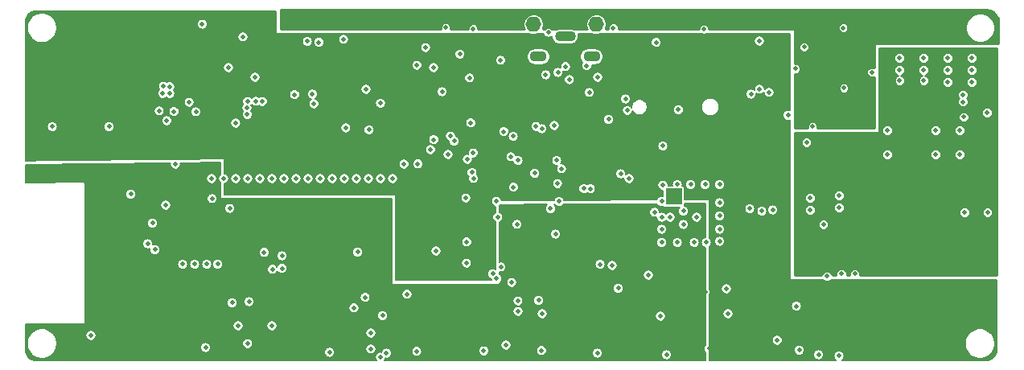
<source format=gbr>
G04 #@! TF.GenerationSoftware,KiCad,Pcbnew,(5.0.0)*
G04 #@! TF.CreationDate,2018-12-11T15:37:44-06:00*
G04 #@! TF.ProjectId,fk-core,666B2D636F72652E6B696361645F7063,0.1*
G04 #@! TF.SameCoordinates,PX791ddc0PY791ddc0*
G04 #@! TF.FileFunction,Copper,L3,Inr,Signal*
G04 #@! TF.FilePolarity,Positive*
%FSLAX46Y46*%
G04 Gerber Fmt 4.6, Leading zero omitted, Abs format (unit mm)*
G04 Created by KiCad (PCBNEW (5.0.0)) date 12/11/18 15:37:44*
%MOMM*%
%LPD*%
G01*
G04 APERTURE LIST*
G04 #@! TA.AperFunction,ViaPad*
%ADD10O,1.651000X1.600000*%
G04 #@! TD*
G04 #@! TA.AperFunction,ViaPad*
%ADD11O,1.800000X1.100000*%
G04 #@! TD*
G04 #@! TA.AperFunction,ViaPad*
%ADD12O,2.200000X1.100000*%
G04 #@! TD*
G04 #@! TA.AperFunction,ViaPad*
%ADD13R,1.700000X1.700000*%
G04 #@! TD*
G04 #@! TA.AperFunction,ViaPad*
%ADD14C,0.500000*%
G04 #@! TD*
G04 #@! TA.AperFunction,Conductor*
%ADD15C,0.203200*%
G04 #@! TD*
G04 #@! TA.AperFunction,Conductor*
%ADD16C,0.254000*%
G04 #@! TD*
G04 APERTURE END LIST*
D10*
G04 #@! TO.N,*
G04 #@! TO.C,J9*
X861000Y16259000D03*
X7461000Y16259000D03*
G04 #@! TD*
D11*
G04 #@! TO.N,Net-(J16-Pad6)*
G04 #@! TO.C,J16*
X6991000Y12827000D03*
G04 #@! TO.N,Net-(C14-Pad1)*
X1391000Y12827000D03*
D12*
G04 #@! TO.N,Net-(J16-Pad8)*
X4191000Y14977000D03*
G04 #@! TD*
D13*
G04 #@! TO.N,Net-(J15-Pad1)*
G04 #@! TO.C,J4*
X15621000Y-1905000D03*
G04 #@! TD*
D14*
G04 #@! TO.N,*
X-12446000Y-12170590D03*
G04 #@! TO.N,GND*
X16002000Y-6731000D03*
X-38090000Y9730000D03*
X-37410000Y9670000D03*
X-19126200Y14655800D03*
X-34000000Y16240000D03*
X16120000Y7240000D03*
X-38159083Y8945133D03*
X-37409083Y8945133D03*
X-6890000Y13090000D03*
X-5740000Y5870000D03*
X13770000Y14340000D03*
X28530000Y-13420000D03*
X7580000Y-18370000D03*
X-6190000Y-8900000D03*
X-5500000Y15777598D03*
X1741557Y5252009D03*
X-45720000Y-16510000D03*
X-30861000Y-13081000D03*
X-29235447Y-17382599D03*
X-41529002Y-1651000D03*
X-29083000Y-12954000D03*
X-17653000Y-7747000D03*
X-33020000Y0D03*
X-31750000Y0D03*
X-30480000Y0D03*
X-29210000Y0D03*
X-27940000Y0D03*
X-26670000Y0D03*
X-25400000Y0D03*
X-24130000Y0D03*
X-22860000Y0D03*
X-21590000Y0D03*
X-20320000Y0D03*
X-19050000Y0D03*
X-17780000Y0D03*
X-16510000Y0D03*
X-15240000Y0D03*
X-13970000Y0D03*
X-33655000Y-17780000D03*
X-20603328Y-18284010D03*
X-16260000Y-17942552D03*
X-2260000Y4949010D03*
X-24282400Y8839200D03*
X-22402800Y8890000D03*
X-4368800Y-18135600D03*
X-11426002Y-18186400D03*
X-18034000Y-13610410D03*
X-36982400Y7061200D03*
X-14610577Y-18370340D03*
X-16764000Y9398000D03*
X-30480000Y5842000D03*
X-31242000Y11684000D03*
X33020000Y-1778000D03*
X39370000Y12700000D03*
X41910000Y12700000D03*
X44450000Y12700000D03*
X46990000Y12700000D03*
X46990000Y11430000D03*
X44450000Y11430000D03*
X41910000Y11430000D03*
X39370000Y11430000D03*
X44450000Y10160000D03*
X46990000Y10160000D03*
X9268984Y15853590D03*
X33460000Y15853590D03*
X45720000Y2540000D03*
X43180000Y2540000D03*
X38100000Y2540000D03*
X38100000Y5080000D03*
X43180000Y5080000D03*
X45720000Y5080000D03*
X33020000Y-3048000D03*
X29972000Y-2032000D03*
X29972000Y-3302000D03*
X24638000Y14478000D03*
X-6260013Y-2039987D03*
X16002000Y-635000D03*
X17399000Y-635000D03*
X18923000Y-635000D03*
X20447000Y-635000D03*
X20447000Y-2540000D03*
X20447000Y-3937000D03*
X20447000Y-5334000D03*
X20447000Y-6604000D03*
X19050000Y-6731000D03*
X17780000Y-6731000D03*
X14351000Y-4064000D03*
X14351000Y-2413000D03*
X14351000Y-5334000D03*
X14351000Y-6731000D03*
X9779000Y-11557000D03*
X12954000Y-10160000D03*
X1716000Y-18096000D03*
X29594990Y3810000D03*
X-5870000Y10587821D03*
X8763000Y6223000D03*
X26035000Y-3302000D03*
X14858516Y-18539295D03*
X-750276Y1911695D03*
X3392398Y-530684D03*
X-877276Y-4819305D03*
X-2591678Y12452695D03*
X27646000Y6662419D03*
X21336000Y-14224000D03*
X21170000Y-11596000D03*
X-2032000Y-17526000D03*
X28830000Y-18063379D03*
X31750000Y-10287000D03*
X33274000Y-10033000D03*
X34671000Y-10033000D03*
X33528000Y9525000D03*
X-8763000Y9144000D03*
X-10490442Y13792442D03*
X14478000Y-698500D03*
X-6159500Y-6667500D03*
X46228000Y-3556000D03*
X48641000Y-3556000D03*
X48577500Y6921500D03*
X46164500Y6477000D03*
X14224000Y-14478000D03*
X41940766Y10308410D03*
X39400766Y10308410D03*
X18796000Y15748000D03*
X-36068000Y-9017000D03*
X-34798000Y-9017000D03*
X-33528000Y-9017000D03*
X-32385000Y-9017000D03*
X-43815000Y5461000D03*
X-49784000Y5461000D03*
X2158000Y10922000D03*
X6468220Y11890403D03*
X30226000Y5461000D03*
G04 #@! TO.N,3V3*
X-6950006Y14799994D03*
X-480000Y4450000D03*
X19350000Y-17900000D03*
X-12700000Y-8890000D03*
X-24130000Y3175000D03*
X-25400000Y4445000D03*
X-25400000Y3175000D03*
X-26670000Y4445000D03*
X-26670000Y3175000D03*
X-27940000Y3175000D03*
X-24130000Y4445000D03*
X-13766800Y6400800D03*
X-35306000Y3302000D03*
X18034000Y11684000D03*
X10685377Y9374632D03*
X13469734Y-1250309D03*
X2932724Y895695D03*
X-4821074Y-483014D03*
X-7366000Y-8890000D03*
X-4445000Y-9271000D03*
X-7366000Y-6350000D03*
X38227000Y-16764000D03*
X34290000Y-12573000D03*
X47498000Y-11938000D03*
X-10414000Y9144000D03*
X-12192000Y14859000D03*
X-31369000Y-1182000D03*
X-12446008Y-1905000D03*
X-9398000Y14605000D03*
X25919724Y10801695D03*
X26416000Y1397000D03*
G04 #@! TO.N,/SWDIO*
X6833200Y-1060001D03*
X7874000Y-9020990D03*
G04 #@! TO.N,/SWCLK*
X6160000Y-1054010D03*
X9144000Y-9144000D03*
G04 #@! TO.N,/RESET*
X13600724Y-3549305D03*
X-1512276Y2292695D03*
G04 #@! TO.N,/A3*
X29348724Y13849695D03*
X-5473700Y2696379D03*
G04 #@! TO.N,/MOSI*
X-25607190Y-8128000D03*
X-27482800Y-7772400D03*
X1778000Y-14224000D03*
X-3429000Y-10033002D03*
G04 #@! TO.N,/SCK*
X-25607190Y-9448800D03*
X-26619200Y-9550400D03*
X1397000Y-12827000D03*
X-3011695Y-10534495D03*
G04 #@! TO.N,/MISO*
X-16865600Y-12496800D03*
X-766402Y-13970000D03*
X-2567945Y-9308355D03*
G04 #@! TO.N,/USB-*
X4636200Y10414000D03*
G04 #@! TO.N,/USB+*
X4242603Y11791360D03*
G04 #@! TO.N,/D30*
X3313724Y1911695D03*
X23633724Y-3168305D03*
G04 #@! TO.N,/D31*
X3821724Y1022695D03*
X24903724Y-3422305D03*
G04 #@! TO.N,/USB_ID*
X3048000Y5588000D03*
X6731000Y9070802D03*
G04 #@! TO.N,/A5*
X-36830000Y1524000D03*
X-12765612Y1524000D03*
G04 #@! TO.N,5V0*
X-8382000Y15875000D03*
G04 #@! TO.N,VUSB*
X2413000Y15406598D03*
G04 #@! TO.N,/D13*
X36460724Y11182695D03*
X980725Y555279D03*
G04 #@! TO.N,/SDA2*
X-9627390Y4102888D03*
G04 #@! TO.N,/BAT_BACKUP*
X26517600Y-17018000D03*
X23749000Y8890000D03*
G04 #@! TO.N,Net-(C6-Pad1)*
X1134109Y5489991D03*
G04 #@! TO.N,VBAT*
X-39751000Y-6858000D03*
X-39243000Y-4699000D03*
G04 #@! TO.N,VBUS*
X-29230000Y8120000D03*
X-28370000Y8140000D03*
X-27670000Y8110000D03*
X-29300000Y7430000D03*
X-29260000Y6740000D03*
X-38530000Y7120000D03*
X-34670000Y7040000D03*
X-25400000Y16510000D03*
X-24638000Y16510000D03*
X-23876000Y16510000D03*
X-23876000Y15875000D03*
X-24638000Y15875000D03*
X34290000Y6731000D03*
X32829500Y6731000D03*
X32829500Y7493000D03*
X33528000Y7492998D03*
X33528000Y6731002D03*
G04 #@! TO.N,/GPS_FIX*
X28459724Y11563695D03*
G04 #@! TO.N,Net-(J11-Pad1)*
X46075600Y8839200D03*
X46075600Y8077200D03*
G04 #@! TO.N,Net-(R4-Pad1)*
X-30226000Y-15494000D03*
G04 #@! TO.N,Net-(R5-Pad1)*
X-26670000Y-15494000D03*
G04 #@! TO.N,/SCL2*
X-9969500Y3048000D03*
G04 #@! TO.N,/PG*
X-29722000Y14909800D03*
X-37733532Y6096336D03*
G04 #@! TO.N,/CHG*
X-35379998Y8030000D03*
X-28448000Y10668000D03*
G04 #@! TO.N,/GPS_TX*
X25665724Y9070802D03*
G04 #@! TO.N,/GPS_RX*
X24649724Y9404695D03*
G04 #@! TO.N,/PERIPH_3V3*
X-13462000Y-16256000D03*
X-12446000Y-16256000D03*
X-13462000Y-17780000D03*
X-12446000Y-17780000D03*
X-13970000Y-12170590D03*
X-10922000Y-12170590D03*
X-29464000Y-7620000D03*
X-17526000Y-9017000D03*
X-20031945Y-15751990D03*
X-28037621Y-10433885D03*
X-24790400Y-15494000D03*
X-28346400Y-15494000D03*
X-11057822Y-18921697D03*
X-12422724Y-13673191D03*
X-10921211Y-13673191D03*
X-13965918Y-13673191D03*
X15240000Y-12065000D03*
X18104000Y-12096000D03*
X18835000Y-12827000D03*
X18923000Y-11938000D03*
X-15621000Y-2413000D03*
X-32280452Y-7577010D03*
X-29429046Y-2389680D03*
X-43561000Y762000D03*
G04 #@! TO.N,/GPS_3V3*
X34290000Y4445000D03*
X36830000Y4445000D03*
X42672000Y-6096000D03*
X44196000Y-6096000D03*
X40894000Y-6096000D03*
X40894000Y-4572000D03*
X42672000Y-4572000D03*
X44196000Y-4572000D03*
X38481000Y-1524000D03*
X29972000Y635000D03*
X48260000Y-9398000D03*
G04 #@! TO.N,Net-(C29-Pad1)*
X-15240000Y7924800D03*
X-22250400Y7874000D03*
G04 #@! TO.N,/MODULE_3V3*
X-16459200Y5130800D03*
G04 #@! TO.N,/D12_SD_CS*
X3175000Y-5842000D03*
G04 #@! TO.N,/A1_WIFI_RST*
X-15240000Y-18796000D03*
G04 #@! TO.N,/D2_WIFI_EN*
X-16256000Y-16256000D03*
X-776402Y-12883595D03*
G04 #@! TO.N,/D7_WIFI_CS*
X-1241858Y-902657D03*
G04 #@! TO.N,/A2_WIFI_IRQ*
X-11310989Y1545399D03*
G04 #@! TO.N,/D8_WIFI_WAKE*
X-6096000Y2032000D03*
G04 #@! TO.N,/A4_GPS_EN*
X14478000Y3429000D03*
X-7493000Y3937000D03*
G04 #@! TO.N,/D9_MODULE_EN*
X-18897600Y5334000D03*
X-8128000Y2539994D03*
G04 #@! TO.N,/D1_RADIO_D1*
X-5607509Y639628D03*
G04 #@! TO.N,/D0_RADIO_D2*
X-5449276Y6695D03*
G04 #@! TO.N,/D2_RADIO_D0*
X-3036276Y-2391590D03*
G04 #@! TO.N,/D5_RADIO_CS*
X-2902503Y-4085410D03*
G04 #@! TO.N,/D26_FLASH_CS*
X-15024288Y-14427200D03*
X-1429681Y-10938744D03*
G04 #@! TO.N,/D25_PERIPH_EN*
X-1270000Y4445000D03*
X-9401902Y-7620000D03*
X-7877990Y4482408D03*
G04 #@! TO.N,/GPS_PWR_FILT*
X31369000Y-4826000D03*
G04 #@! TO.N,Net-(J15-Pad1)*
X15240000Y-4064000D03*
X18034000Y-4064000D03*
X16637000Y-3429000D03*
X16637000Y-4826000D03*
G04 #@! TO.N,/SDA1*
X-22935522Y14440368D03*
X10740549Y7170000D03*
X10922000Y0D03*
X33020000Y-18669000D03*
X-9652000Y11684000D03*
X-31115000Y-3144000D03*
X2664953Y-3175000D03*
G04 #@! TO.N,/SCL1*
X-21723650Y14344350D03*
X10541000Y8381998D03*
X10033000Y508000D03*
X30863272Y-18545990D03*
X-11403764Y11930011D03*
X-32966801Y-2110269D03*
X3556000Y-2413000D03*
G04 #@! TO.N,Net-(C40-Pad1)*
X-37846000Y-2794000D03*
X-38989000Y-7493000D03*
G04 #@! TO.N,Net-(J16-Pad4)*
X7620000Y10668000D03*
X3429000Y11176000D03*
G04 #@! TD*
D15*
G04 #@! TO.N,/PERIPH_3V3*
G36*
X-32105600Y429005D02*
X-32180941Y353664D01*
X-32241657Y262796D01*
X-32283479Y161829D01*
X-32304800Y54643D01*
X-32304800Y-54643D01*
X-32283479Y-161829D01*
X-32241657Y-262796D01*
X-32180941Y-353664D01*
X-32105600Y-429005D01*
X-32105600Y-2032000D01*
X-32103648Y-2051821D01*
X-32097866Y-2070881D01*
X-32088477Y-2088446D01*
X-32075842Y-2103842D01*
X-32060446Y-2116477D01*
X-32042881Y-2125866D01*
X-32023821Y-2131648D01*
X-32004000Y-2133600D01*
X-14071600Y-2133600D01*
X-14071600Y-11049000D01*
X-14069648Y-11068821D01*
X-14063866Y-11087881D01*
X-14054477Y-11105446D01*
X-14041842Y-11120842D01*
X-14026446Y-11133477D01*
X-14008881Y-11142866D01*
X-13989821Y-11148648D01*
X-13970000Y-11150600D01*
X-2794000Y-11150600D01*
X-2774179Y-11148648D01*
X-2755119Y-11142866D01*
X-2737554Y-11133477D01*
X-2722158Y-11120842D01*
X-2709523Y-11105446D01*
X-2700134Y-11087881D01*
X-2694352Y-11068821D01*
X-2692400Y-11049000D01*
X-2692400Y-10988401D01*
X-2658031Y-10965436D01*
X-2580754Y-10888159D01*
X-2578043Y-10884101D01*
X-1984481Y-10884101D01*
X-1984481Y-10993387D01*
X-1963160Y-11100573D01*
X-1921338Y-11201540D01*
X-1860622Y-11292408D01*
X-1783345Y-11369685D01*
X-1692477Y-11430401D01*
X-1591510Y-11472223D01*
X-1484324Y-11493544D01*
X-1375038Y-11493544D01*
X-1267852Y-11472223D01*
X-1166885Y-11430401D01*
X-1076017Y-11369685D01*
X-998740Y-11292408D01*
X-938024Y-11201540D01*
X-896202Y-11100573D01*
X-874881Y-10993387D01*
X-874881Y-10884101D01*
X-896202Y-10776915D01*
X-938024Y-10675948D01*
X-998740Y-10585080D01*
X-1076017Y-10507803D01*
X-1166885Y-10447087D01*
X-1267852Y-10405265D01*
X-1375038Y-10383944D01*
X-1484324Y-10383944D01*
X-1591510Y-10405265D01*
X-1692477Y-10447087D01*
X-1783345Y-10507803D01*
X-1860622Y-10585080D01*
X-1921338Y-10675948D01*
X-1963160Y-10776915D01*
X-1984481Y-10884101D01*
X-2578043Y-10884101D01*
X-2520038Y-10797291D01*
X-2478216Y-10696324D01*
X-2456895Y-10589138D01*
X-2456895Y-10479852D01*
X-2478216Y-10372666D01*
X-2520038Y-10271699D01*
X-2580754Y-10180831D01*
X-2656228Y-10105357D01*
X12399200Y-10105357D01*
X12399200Y-10214643D01*
X12420521Y-10321829D01*
X12462343Y-10422796D01*
X12523059Y-10513664D01*
X12600336Y-10590941D01*
X12691204Y-10651657D01*
X12792171Y-10693479D01*
X12899357Y-10714800D01*
X13008643Y-10714800D01*
X13115829Y-10693479D01*
X13216796Y-10651657D01*
X13307664Y-10590941D01*
X13384941Y-10513664D01*
X13445657Y-10422796D01*
X13487479Y-10321829D01*
X13508800Y-10214643D01*
X13508800Y-10105357D01*
X13487479Y-9998171D01*
X13445657Y-9897204D01*
X13384941Y-9806336D01*
X13307664Y-9729059D01*
X13216796Y-9668343D01*
X13115829Y-9626521D01*
X13008643Y-9605200D01*
X12899357Y-9605200D01*
X12792171Y-9626521D01*
X12691204Y-9668343D01*
X12600336Y-9729059D01*
X12523059Y-9806336D01*
X12462343Y-9897204D01*
X12420521Y-9998171D01*
X12399200Y-10105357D01*
X-2656228Y-10105357D01*
X-2658031Y-10103554D01*
X-2692400Y-10080589D01*
X-2692400Y-9849268D01*
X-2622588Y-9863155D01*
X-2513302Y-9863155D01*
X-2406116Y-9841834D01*
X-2305149Y-9800012D01*
X-2214281Y-9739296D01*
X-2137004Y-9662019D01*
X-2076288Y-9571151D01*
X-2034466Y-9470184D01*
X-2013145Y-9362998D01*
X-2013145Y-9253712D01*
X-2034466Y-9146526D01*
X-2076288Y-9045559D01*
X-2129215Y-8966347D01*
X7319200Y-8966347D01*
X7319200Y-9075633D01*
X7340521Y-9182819D01*
X7382343Y-9283786D01*
X7443059Y-9374654D01*
X7520336Y-9451931D01*
X7611204Y-9512647D01*
X7712171Y-9554469D01*
X7819357Y-9575790D01*
X7928643Y-9575790D01*
X8035829Y-9554469D01*
X8136796Y-9512647D01*
X8227664Y-9451931D01*
X8304941Y-9374654D01*
X8365657Y-9283786D01*
X8407479Y-9182819D01*
X8426070Y-9089357D01*
X8589200Y-9089357D01*
X8589200Y-9198643D01*
X8610521Y-9305829D01*
X8652343Y-9406796D01*
X8713059Y-9497664D01*
X8790336Y-9574941D01*
X8881204Y-9635657D01*
X8982171Y-9677479D01*
X9089357Y-9698800D01*
X9198643Y-9698800D01*
X9305829Y-9677479D01*
X9406796Y-9635657D01*
X9497664Y-9574941D01*
X9574941Y-9497664D01*
X9635657Y-9406796D01*
X9677479Y-9305829D01*
X9698800Y-9198643D01*
X9698800Y-9089357D01*
X9677479Y-8982171D01*
X9635657Y-8881204D01*
X9574941Y-8790336D01*
X9497664Y-8713059D01*
X9406796Y-8652343D01*
X9305829Y-8610521D01*
X9198643Y-8589200D01*
X9089357Y-8589200D01*
X8982171Y-8610521D01*
X8881204Y-8652343D01*
X8790336Y-8713059D01*
X8713059Y-8790336D01*
X8652343Y-8881204D01*
X8610521Y-8982171D01*
X8589200Y-9089357D01*
X8426070Y-9089357D01*
X8428800Y-9075633D01*
X8428800Y-8966347D01*
X8407479Y-8859161D01*
X8365657Y-8758194D01*
X8304941Y-8667326D01*
X8227664Y-8590049D01*
X8136796Y-8529333D01*
X8035829Y-8487511D01*
X7928643Y-8466190D01*
X7819357Y-8466190D01*
X7712171Y-8487511D01*
X7611204Y-8529333D01*
X7520336Y-8590049D01*
X7443059Y-8667326D01*
X7382343Y-8758194D01*
X7340521Y-8859161D01*
X7319200Y-8966347D01*
X-2129215Y-8966347D01*
X-2137004Y-8954691D01*
X-2214281Y-8877414D01*
X-2305149Y-8816698D01*
X-2406116Y-8774876D01*
X-2513302Y-8753555D01*
X-2622588Y-8753555D01*
X-2692400Y-8767442D01*
X-2692400Y-6676357D01*
X13796200Y-6676357D01*
X13796200Y-6785643D01*
X13817521Y-6892829D01*
X13859343Y-6993796D01*
X13920059Y-7084664D01*
X13997336Y-7161941D01*
X14088204Y-7222657D01*
X14189171Y-7264479D01*
X14296357Y-7285800D01*
X14405643Y-7285800D01*
X14512829Y-7264479D01*
X14613796Y-7222657D01*
X14704664Y-7161941D01*
X14781941Y-7084664D01*
X14842657Y-6993796D01*
X14884479Y-6892829D01*
X14905800Y-6785643D01*
X14905800Y-6676357D01*
X15447200Y-6676357D01*
X15447200Y-6785643D01*
X15468521Y-6892829D01*
X15510343Y-6993796D01*
X15571059Y-7084664D01*
X15648336Y-7161941D01*
X15739204Y-7222657D01*
X15840171Y-7264479D01*
X15947357Y-7285800D01*
X16056643Y-7285800D01*
X16163829Y-7264479D01*
X16264796Y-7222657D01*
X16355664Y-7161941D01*
X16432941Y-7084664D01*
X16493657Y-6993796D01*
X16535479Y-6892829D01*
X16556800Y-6785643D01*
X16556800Y-6676357D01*
X17225200Y-6676357D01*
X17225200Y-6785643D01*
X17246521Y-6892829D01*
X17288343Y-6993796D01*
X17349059Y-7084664D01*
X17426336Y-7161941D01*
X17517204Y-7222657D01*
X17618171Y-7264479D01*
X17725357Y-7285800D01*
X17834643Y-7285800D01*
X17941829Y-7264479D01*
X18042796Y-7222657D01*
X18133664Y-7161941D01*
X18210941Y-7084664D01*
X18271657Y-6993796D01*
X18313479Y-6892829D01*
X18334800Y-6785643D01*
X18334800Y-6676357D01*
X18313479Y-6569171D01*
X18271657Y-6468204D01*
X18210941Y-6377336D01*
X18133664Y-6300059D01*
X18042796Y-6239343D01*
X17941829Y-6197521D01*
X17834643Y-6176200D01*
X17725357Y-6176200D01*
X17618171Y-6197521D01*
X17517204Y-6239343D01*
X17426336Y-6300059D01*
X17349059Y-6377336D01*
X17288343Y-6468204D01*
X17246521Y-6569171D01*
X17225200Y-6676357D01*
X16556800Y-6676357D01*
X16535479Y-6569171D01*
X16493657Y-6468204D01*
X16432941Y-6377336D01*
X16355664Y-6300059D01*
X16264796Y-6239343D01*
X16163829Y-6197521D01*
X16056643Y-6176200D01*
X15947357Y-6176200D01*
X15840171Y-6197521D01*
X15739204Y-6239343D01*
X15648336Y-6300059D01*
X15571059Y-6377336D01*
X15510343Y-6468204D01*
X15468521Y-6569171D01*
X15447200Y-6676357D01*
X14905800Y-6676357D01*
X14884479Y-6569171D01*
X14842657Y-6468204D01*
X14781941Y-6377336D01*
X14704664Y-6300059D01*
X14613796Y-6239343D01*
X14512829Y-6197521D01*
X14405643Y-6176200D01*
X14296357Y-6176200D01*
X14189171Y-6197521D01*
X14088204Y-6239343D01*
X13997336Y-6300059D01*
X13920059Y-6377336D01*
X13859343Y-6468204D01*
X13817521Y-6569171D01*
X13796200Y-6676357D01*
X-2692400Y-6676357D01*
X-2692400Y-5787357D01*
X2620200Y-5787357D01*
X2620200Y-5896643D01*
X2641521Y-6003829D01*
X2683343Y-6104796D01*
X2744059Y-6195664D01*
X2821336Y-6272941D01*
X2912204Y-6333657D01*
X3013171Y-6375479D01*
X3120357Y-6396800D01*
X3229643Y-6396800D01*
X3336829Y-6375479D01*
X3437796Y-6333657D01*
X3528664Y-6272941D01*
X3605941Y-6195664D01*
X3666657Y-6104796D01*
X3708479Y-6003829D01*
X3729800Y-5896643D01*
X3729800Y-5787357D01*
X3708479Y-5680171D01*
X3666657Y-5579204D01*
X3605941Y-5488336D01*
X3528664Y-5411059D01*
X3437796Y-5350343D01*
X3336829Y-5308521D01*
X3229643Y-5287200D01*
X3120357Y-5287200D01*
X3013171Y-5308521D01*
X2912204Y-5350343D01*
X2821336Y-5411059D01*
X2744059Y-5488336D01*
X2683343Y-5579204D01*
X2641521Y-5680171D01*
X2620200Y-5787357D01*
X-2692400Y-5787357D01*
X-2692400Y-4764662D01*
X-1432076Y-4764662D01*
X-1432076Y-4873948D01*
X-1410755Y-4981134D01*
X-1368933Y-5082101D01*
X-1308217Y-5172969D01*
X-1230940Y-5250246D01*
X-1140072Y-5310962D01*
X-1039105Y-5352784D01*
X-931919Y-5374105D01*
X-822633Y-5374105D01*
X-715447Y-5352784D01*
X-614480Y-5310962D01*
X-567180Y-5279357D01*
X13796200Y-5279357D01*
X13796200Y-5388643D01*
X13817521Y-5495829D01*
X13859343Y-5596796D01*
X13920059Y-5687664D01*
X13997336Y-5764941D01*
X14088204Y-5825657D01*
X14189171Y-5867479D01*
X14296357Y-5888800D01*
X14405643Y-5888800D01*
X14512829Y-5867479D01*
X14613796Y-5825657D01*
X14704664Y-5764941D01*
X14781941Y-5687664D01*
X14842657Y-5596796D01*
X14884479Y-5495829D01*
X14905800Y-5388643D01*
X14905800Y-5279357D01*
X14884479Y-5172171D01*
X14842657Y-5071204D01*
X14781941Y-4980336D01*
X14704664Y-4903059D01*
X14613796Y-4842343D01*
X14512829Y-4800521D01*
X14405643Y-4779200D01*
X14296357Y-4779200D01*
X14189171Y-4800521D01*
X14088204Y-4842343D01*
X13997336Y-4903059D01*
X13920059Y-4980336D01*
X13859343Y-5071204D01*
X13817521Y-5172171D01*
X13796200Y-5279357D01*
X-567180Y-5279357D01*
X-523612Y-5250246D01*
X-446335Y-5172969D01*
X-385619Y-5082101D01*
X-343797Y-4981134D01*
X-322476Y-4873948D01*
X-322476Y-4771357D01*
X16082200Y-4771357D01*
X16082200Y-4880643D01*
X16103521Y-4987829D01*
X16145343Y-5088796D01*
X16206059Y-5179664D01*
X16283336Y-5256941D01*
X16374204Y-5317657D01*
X16475171Y-5359479D01*
X16582357Y-5380800D01*
X16691643Y-5380800D01*
X16798829Y-5359479D01*
X16899796Y-5317657D01*
X16990664Y-5256941D01*
X17067941Y-5179664D01*
X17128657Y-5088796D01*
X17170479Y-4987829D01*
X17191800Y-4880643D01*
X17191800Y-4771357D01*
X17170479Y-4664171D01*
X17128657Y-4563204D01*
X17067941Y-4472336D01*
X16990664Y-4395059D01*
X16899796Y-4334343D01*
X16798829Y-4292521D01*
X16691643Y-4271200D01*
X16582357Y-4271200D01*
X16475171Y-4292521D01*
X16374204Y-4334343D01*
X16283336Y-4395059D01*
X16206059Y-4472336D01*
X16145343Y-4563204D01*
X16103521Y-4664171D01*
X16082200Y-4771357D01*
X-322476Y-4771357D01*
X-322476Y-4764662D01*
X-343797Y-4657476D01*
X-385619Y-4556509D01*
X-446335Y-4465641D01*
X-523612Y-4388364D01*
X-614480Y-4327648D01*
X-715447Y-4285826D01*
X-822633Y-4264505D01*
X-931919Y-4264505D01*
X-1039105Y-4285826D01*
X-1140072Y-4327648D01*
X-1230940Y-4388364D01*
X-1308217Y-4465641D01*
X-1368933Y-4556509D01*
X-1410755Y-4657476D01*
X-1432076Y-4764662D01*
X-2692400Y-4764662D01*
X-2692400Y-4598893D01*
X-2639707Y-4577067D01*
X-2548839Y-4516351D01*
X-2471562Y-4439074D01*
X-2410846Y-4348206D01*
X-2369024Y-4247239D01*
X-2347703Y-4140053D01*
X-2347703Y-4030767D01*
X-2369024Y-3923581D01*
X-2410846Y-3822614D01*
X-2471562Y-3731746D01*
X-2548839Y-3654469D01*
X-2639707Y-3593753D01*
X-2692400Y-3571927D01*
X-2692400Y-2829071D01*
X-2682612Y-2822531D01*
X-2627716Y-2767635D01*
X2319048Y-2738875D01*
X2311289Y-2744059D01*
X2234012Y-2821336D01*
X2173296Y-2912204D01*
X2131474Y-3013171D01*
X2110153Y-3120357D01*
X2110153Y-3229643D01*
X2131474Y-3336829D01*
X2173296Y-3437796D01*
X2234012Y-3528664D01*
X2311289Y-3605941D01*
X2402157Y-3666657D01*
X2503124Y-3708479D01*
X2610310Y-3729800D01*
X2719596Y-3729800D01*
X2826782Y-3708479D01*
X2927749Y-3666657D01*
X3018617Y-3605941D01*
X3095894Y-3528664D01*
X3118613Y-3494662D01*
X13045924Y-3494662D01*
X13045924Y-3603948D01*
X13067245Y-3711134D01*
X13109067Y-3812101D01*
X13169783Y-3902969D01*
X13247060Y-3980246D01*
X13337928Y-4040962D01*
X13438895Y-4082784D01*
X13546081Y-4104105D01*
X13655367Y-4104105D01*
X13762553Y-4082784D01*
X13796200Y-4068847D01*
X13796200Y-4118643D01*
X13817521Y-4225829D01*
X13859343Y-4326796D01*
X13920059Y-4417664D01*
X13997336Y-4494941D01*
X14088204Y-4555657D01*
X14189171Y-4597479D01*
X14296357Y-4618800D01*
X14405643Y-4618800D01*
X14512829Y-4597479D01*
X14613796Y-4555657D01*
X14704664Y-4494941D01*
X14781941Y-4417664D01*
X14795500Y-4397372D01*
X14809059Y-4417664D01*
X14886336Y-4494941D01*
X14977204Y-4555657D01*
X15078171Y-4597479D01*
X15185357Y-4618800D01*
X15294643Y-4618800D01*
X15401829Y-4597479D01*
X15502796Y-4555657D01*
X15593664Y-4494941D01*
X15670941Y-4417664D01*
X15731657Y-4326796D01*
X15773479Y-4225829D01*
X15794800Y-4118643D01*
X15794800Y-4009357D01*
X17479200Y-4009357D01*
X17479200Y-4118643D01*
X17500521Y-4225829D01*
X17542343Y-4326796D01*
X17603059Y-4417664D01*
X17680336Y-4494941D01*
X17771204Y-4555657D01*
X17872171Y-4597479D01*
X17979357Y-4618800D01*
X18088643Y-4618800D01*
X18195829Y-4597479D01*
X18296796Y-4555657D01*
X18387664Y-4494941D01*
X18464941Y-4417664D01*
X18525657Y-4326796D01*
X18567479Y-4225829D01*
X18588800Y-4118643D01*
X18588800Y-4009357D01*
X18567479Y-3902171D01*
X18525657Y-3801204D01*
X18464941Y-3710336D01*
X18387664Y-3633059D01*
X18296796Y-3572343D01*
X18195829Y-3530521D01*
X18088643Y-3509200D01*
X17979357Y-3509200D01*
X17872171Y-3530521D01*
X17771204Y-3572343D01*
X17680336Y-3633059D01*
X17603059Y-3710336D01*
X17542343Y-3801204D01*
X17500521Y-3902171D01*
X17479200Y-4009357D01*
X15794800Y-4009357D01*
X15773479Y-3902171D01*
X15731657Y-3801204D01*
X15670941Y-3710336D01*
X15593664Y-3633059D01*
X15502796Y-3572343D01*
X15401829Y-3530521D01*
X15294643Y-3509200D01*
X15185357Y-3509200D01*
X15078171Y-3530521D01*
X14977204Y-3572343D01*
X14886336Y-3633059D01*
X14809059Y-3710336D01*
X14795500Y-3730628D01*
X14781941Y-3710336D01*
X14704664Y-3633059D01*
X14613796Y-3572343D01*
X14512829Y-3530521D01*
X14405643Y-3509200D01*
X14296357Y-3509200D01*
X14189171Y-3530521D01*
X14155524Y-3544458D01*
X14155524Y-3494662D01*
X14134203Y-3387476D01*
X14092381Y-3286509D01*
X14031665Y-3195641D01*
X13954388Y-3118364D01*
X13863520Y-3057648D01*
X13762553Y-3015826D01*
X13655367Y-2994505D01*
X13546081Y-2994505D01*
X13438895Y-3015826D01*
X13337928Y-3057648D01*
X13247060Y-3118364D01*
X13169783Y-3195641D01*
X13109067Y-3286509D01*
X13067245Y-3387476D01*
X13045924Y-3494662D01*
X3118613Y-3494662D01*
X3156610Y-3437796D01*
X3198432Y-3336829D01*
X3219753Y-3229643D01*
X3219753Y-3120357D01*
X3198432Y-3013171D01*
X3156610Y-2912204D01*
X3095894Y-2821336D01*
X3018617Y-2744059D01*
X3004890Y-2734887D01*
X3103444Y-2734314D01*
X3125059Y-2766664D01*
X3202336Y-2843941D01*
X3293204Y-2904657D01*
X3394171Y-2946479D01*
X3501357Y-2967800D01*
X3610643Y-2967800D01*
X3717829Y-2946479D01*
X3818796Y-2904657D01*
X3909664Y-2843941D01*
X3986941Y-2766664D01*
X4012086Y-2729031D01*
X13857683Y-2671789D01*
X13859343Y-2675796D01*
X13920059Y-2766664D01*
X13997336Y-2843941D01*
X14088204Y-2904657D01*
X14189171Y-2946479D01*
X14296357Y-2967800D01*
X14405643Y-2967800D01*
X14512829Y-2946479D01*
X14528510Y-2939984D01*
X14554432Y-2971568D01*
X14600843Y-3009658D01*
X14653794Y-3037960D01*
X14711249Y-3055389D01*
X14771000Y-3061274D01*
X16220121Y-3061274D01*
X16206059Y-3075336D01*
X16145343Y-3166204D01*
X16103521Y-3267171D01*
X16082200Y-3374357D01*
X16082200Y-3483643D01*
X16103521Y-3590829D01*
X16145343Y-3691796D01*
X16206059Y-3782664D01*
X16283336Y-3859941D01*
X16374204Y-3920657D01*
X16475171Y-3962479D01*
X16582357Y-3983800D01*
X16691643Y-3983800D01*
X16798829Y-3962479D01*
X16899796Y-3920657D01*
X16990664Y-3859941D01*
X17067941Y-3782664D01*
X17128657Y-3691796D01*
X17170479Y-3590829D01*
X17191800Y-3483643D01*
X17191800Y-3374357D01*
X17170479Y-3267171D01*
X17128657Y-3166204D01*
X17067941Y-3075336D01*
X16990664Y-2998059D01*
X16899796Y-2937343D01*
X16798829Y-2895521D01*
X16747008Y-2885213D01*
X16753960Y-2872206D01*
X16771389Y-2814751D01*
X16777274Y-2755000D01*
X16777274Y-2654815D01*
X18948400Y-2642192D01*
X18948400Y-6185540D01*
X18888171Y-6197521D01*
X18787204Y-6239343D01*
X18696336Y-6300059D01*
X18619059Y-6377336D01*
X18558343Y-6468204D01*
X18516521Y-6569171D01*
X18495200Y-6676357D01*
X18495200Y-6785643D01*
X18516521Y-6892829D01*
X18558343Y-6993796D01*
X18619059Y-7084664D01*
X18696336Y-7161941D01*
X18787204Y-7222657D01*
X18888171Y-7264479D01*
X18948400Y-7276460D01*
X18948400Y-17516995D01*
X18919059Y-17546336D01*
X18858343Y-17637204D01*
X18816521Y-17738171D01*
X18795200Y-17845357D01*
X18795200Y-17954643D01*
X18816521Y-18061829D01*
X18858343Y-18162796D01*
X18919059Y-18253664D01*
X18948400Y-18283005D01*
X18948400Y-19120200D01*
X-14789372Y-19120200D01*
X-14748343Y-19058796D01*
X-14706521Y-18957829D01*
X-14698694Y-18918481D01*
X-14665220Y-18925140D01*
X-14555934Y-18925140D01*
X-14448748Y-18903819D01*
X-14347781Y-18861997D01*
X-14256913Y-18801281D01*
X-14179636Y-18724004D01*
X-14118920Y-18633136D01*
X-14077098Y-18532169D01*
X-14055777Y-18424983D01*
X-14055777Y-18315697D01*
X-14077098Y-18208511D01*
X-14108890Y-18131757D01*
X-11980802Y-18131757D01*
X-11980802Y-18241043D01*
X-11959481Y-18348229D01*
X-11917659Y-18449196D01*
X-11856943Y-18540064D01*
X-11779666Y-18617341D01*
X-11688798Y-18678057D01*
X-11587831Y-18719879D01*
X-11480645Y-18741200D01*
X-11371359Y-18741200D01*
X-11264173Y-18719879D01*
X-11163206Y-18678057D01*
X-11072338Y-18617341D01*
X-10995061Y-18540064D01*
X-10934345Y-18449196D01*
X-10892523Y-18348229D01*
X-10871202Y-18241043D01*
X-10871202Y-18131757D01*
X-10881306Y-18080957D01*
X-4923600Y-18080957D01*
X-4923600Y-18190243D01*
X-4902279Y-18297429D01*
X-4860457Y-18398396D01*
X-4799741Y-18489264D01*
X-4722464Y-18566541D01*
X-4631596Y-18627257D01*
X-4530629Y-18669079D01*
X-4423443Y-18690400D01*
X-4314157Y-18690400D01*
X-4206971Y-18669079D01*
X-4106004Y-18627257D01*
X-4015136Y-18566541D01*
X-3937859Y-18489264D01*
X-3877143Y-18398396D01*
X-3835321Y-18297429D01*
X-3814000Y-18190243D01*
X-3814000Y-18080957D01*
X-3835321Y-17973771D01*
X-3877143Y-17872804D01*
X-3937859Y-17781936D01*
X-4015136Y-17704659D01*
X-4106004Y-17643943D01*
X-4206971Y-17602121D01*
X-4314157Y-17580800D01*
X-4423443Y-17580800D01*
X-4530629Y-17602121D01*
X-4631596Y-17643943D01*
X-4722464Y-17704659D01*
X-4799741Y-17781936D01*
X-4860457Y-17872804D01*
X-4902279Y-17973771D01*
X-4923600Y-18080957D01*
X-10881306Y-18080957D01*
X-10892523Y-18024571D01*
X-10934345Y-17923604D01*
X-10995061Y-17832736D01*
X-11072338Y-17755459D01*
X-11163206Y-17694743D01*
X-11264173Y-17652921D01*
X-11371359Y-17631600D01*
X-11480645Y-17631600D01*
X-11587831Y-17652921D01*
X-11688798Y-17694743D01*
X-11779666Y-17755459D01*
X-11856943Y-17832736D01*
X-11917659Y-17923604D01*
X-11959481Y-18024571D01*
X-11980802Y-18131757D01*
X-14108890Y-18131757D01*
X-14118920Y-18107544D01*
X-14179636Y-18016676D01*
X-14256913Y-17939399D01*
X-14347781Y-17878683D01*
X-14448748Y-17836861D01*
X-14555934Y-17815540D01*
X-14665220Y-17815540D01*
X-14772406Y-17836861D01*
X-14873373Y-17878683D01*
X-14964241Y-17939399D01*
X-15041518Y-18016676D01*
X-15102234Y-18107544D01*
X-15144056Y-18208511D01*
X-15151883Y-18247859D01*
X-15185357Y-18241200D01*
X-15294643Y-18241200D01*
X-15401829Y-18262521D01*
X-15502796Y-18304343D01*
X-15593664Y-18365059D01*
X-15670941Y-18442336D01*
X-15731657Y-18533204D01*
X-15773479Y-18634171D01*
X-15794800Y-18741357D01*
X-15794800Y-18850643D01*
X-15773479Y-18957829D01*
X-15731657Y-19058796D01*
X-15690628Y-19120200D01*
X-51481430Y-19120200D01*
X-51717225Y-19097080D01*
X-51926183Y-19033992D01*
X-52118899Y-18931523D01*
X-52288050Y-18793567D01*
X-52427177Y-18625390D01*
X-52530992Y-18433390D01*
X-52595536Y-18224882D01*
X-52620200Y-17990220D01*
X-52620200Y-17209896D01*
X-52439800Y-17209896D01*
X-52439800Y-17520104D01*
X-52379282Y-17824352D01*
X-52260570Y-18110948D01*
X-52088227Y-18368877D01*
X-51868877Y-18588227D01*
X-51610948Y-18760570D01*
X-51324352Y-18879282D01*
X-51020104Y-18939800D01*
X-50709896Y-18939800D01*
X-50405648Y-18879282D01*
X-50119052Y-18760570D01*
X-49861123Y-18588227D01*
X-49641773Y-18368877D01*
X-49469430Y-18110948D01*
X-49350718Y-17824352D01*
X-49331027Y-17725357D01*
X-34209800Y-17725357D01*
X-34209800Y-17834643D01*
X-34188479Y-17941829D01*
X-34146657Y-18042796D01*
X-34085941Y-18133664D01*
X-34008664Y-18210941D01*
X-33917796Y-18271657D01*
X-33816829Y-18313479D01*
X-33709643Y-18334800D01*
X-33600357Y-18334800D01*
X-33493171Y-18313479D01*
X-33392204Y-18271657D01*
X-33328913Y-18229367D01*
X-21158128Y-18229367D01*
X-21158128Y-18338653D01*
X-21136807Y-18445839D01*
X-21094985Y-18546806D01*
X-21034269Y-18637674D01*
X-20956992Y-18714951D01*
X-20866124Y-18775667D01*
X-20765157Y-18817489D01*
X-20657971Y-18838810D01*
X-20548685Y-18838810D01*
X-20441499Y-18817489D01*
X-20340532Y-18775667D01*
X-20249664Y-18714951D01*
X-20172387Y-18637674D01*
X-20111671Y-18546806D01*
X-20069849Y-18445839D01*
X-20048528Y-18338653D01*
X-20048528Y-18229367D01*
X-20069849Y-18122181D01*
X-20111671Y-18021214D01*
X-20172387Y-17930346D01*
X-20214824Y-17887909D01*
X-16814800Y-17887909D01*
X-16814800Y-17997195D01*
X-16793479Y-18104381D01*
X-16751657Y-18205348D01*
X-16690941Y-18296216D01*
X-16613664Y-18373493D01*
X-16522796Y-18434209D01*
X-16421829Y-18476031D01*
X-16314643Y-18497352D01*
X-16205357Y-18497352D01*
X-16098171Y-18476031D01*
X-15997204Y-18434209D01*
X-15906336Y-18373493D01*
X-15829059Y-18296216D01*
X-15768343Y-18205348D01*
X-15726521Y-18104381D01*
X-15705200Y-17997195D01*
X-15705200Y-17887909D01*
X-15726521Y-17780723D01*
X-15768343Y-17679756D01*
X-15829059Y-17588888D01*
X-15906336Y-17511611D01*
X-15966580Y-17471357D01*
X-2586800Y-17471357D01*
X-2586800Y-17580643D01*
X-2565479Y-17687829D01*
X-2523657Y-17788796D01*
X-2462941Y-17879664D01*
X-2385664Y-17956941D01*
X-2294796Y-18017657D01*
X-2193829Y-18059479D01*
X-2086643Y-18080800D01*
X-1977357Y-18080800D01*
X-1870171Y-18059479D01*
X-1826421Y-18041357D01*
X1161200Y-18041357D01*
X1161200Y-18150643D01*
X1182521Y-18257829D01*
X1224343Y-18358796D01*
X1285059Y-18449664D01*
X1362336Y-18526941D01*
X1453204Y-18587657D01*
X1554171Y-18629479D01*
X1661357Y-18650800D01*
X1770643Y-18650800D01*
X1877829Y-18629479D01*
X1978796Y-18587657D01*
X2069664Y-18526941D01*
X2146941Y-18449664D01*
X2207657Y-18358796D01*
X2225650Y-18315357D01*
X7025200Y-18315357D01*
X7025200Y-18424643D01*
X7046521Y-18531829D01*
X7088343Y-18632796D01*
X7149059Y-18723664D01*
X7226336Y-18800941D01*
X7317204Y-18861657D01*
X7418171Y-18903479D01*
X7525357Y-18924800D01*
X7634643Y-18924800D01*
X7741829Y-18903479D01*
X7842796Y-18861657D01*
X7933664Y-18800941D01*
X8010941Y-18723664D01*
X8071657Y-18632796D01*
X8113479Y-18531829D01*
X8122863Y-18484652D01*
X14303716Y-18484652D01*
X14303716Y-18593938D01*
X14325037Y-18701124D01*
X14366859Y-18802091D01*
X14427575Y-18892959D01*
X14504852Y-18970236D01*
X14595720Y-19030952D01*
X14696687Y-19072774D01*
X14803873Y-19094095D01*
X14913159Y-19094095D01*
X15020345Y-19072774D01*
X15121312Y-19030952D01*
X15212180Y-18970236D01*
X15289457Y-18892959D01*
X15350173Y-18802091D01*
X15391995Y-18701124D01*
X15413316Y-18593938D01*
X15413316Y-18484652D01*
X15391995Y-18377466D01*
X15350173Y-18276499D01*
X15289457Y-18185631D01*
X15212180Y-18108354D01*
X15121312Y-18047638D01*
X15020345Y-18005816D01*
X14913159Y-17984495D01*
X14803873Y-17984495D01*
X14696687Y-18005816D01*
X14595720Y-18047638D01*
X14504852Y-18108354D01*
X14427575Y-18185631D01*
X14366859Y-18276499D01*
X14325037Y-18377466D01*
X14303716Y-18484652D01*
X8122863Y-18484652D01*
X8134800Y-18424643D01*
X8134800Y-18315357D01*
X8113479Y-18208171D01*
X8071657Y-18107204D01*
X8010941Y-18016336D01*
X7933664Y-17939059D01*
X7842796Y-17878343D01*
X7741829Y-17836521D01*
X7634643Y-17815200D01*
X7525357Y-17815200D01*
X7418171Y-17836521D01*
X7317204Y-17878343D01*
X7226336Y-17939059D01*
X7149059Y-18016336D01*
X7088343Y-18107204D01*
X7046521Y-18208171D01*
X7025200Y-18315357D01*
X2225650Y-18315357D01*
X2249479Y-18257829D01*
X2270800Y-18150643D01*
X2270800Y-18041357D01*
X2249479Y-17934171D01*
X2207657Y-17833204D01*
X2146941Y-17742336D01*
X2069664Y-17665059D01*
X1978796Y-17604343D01*
X1877829Y-17562521D01*
X1770643Y-17541200D01*
X1661357Y-17541200D01*
X1554171Y-17562521D01*
X1453204Y-17604343D01*
X1362336Y-17665059D01*
X1285059Y-17742336D01*
X1224343Y-17833204D01*
X1182521Y-17934171D01*
X1161200Y-18041357D01*
X-1826421Y-18041357D01*
X-1769204Y-18017657D01*
X-1678336Y-17956941D01*
X-1601059Y-17879664D01*
X-1540343Y-17788796D01*
X-1498521Y-17687829D01*
X-1477200Y-17580643D01*
X-1477200Y-17471357D01*
X-1498521Y-17364171D01*
X-1540343Y-17263204D01*
X-1601059Y-17172336D01*
X-1678336Y-17095059D01*
X-1769204Y-17034343D01*
X-1870171Y-16992521D01*
X-1977357Y-16971200D01*
X-2086643Y-16971200D01*
X-2193829Y-16992521D01*
X-2294796Y-17034343D01*
X-2385664Y-17095059D01*
X-2462941Y-17172336D01*
X-2523657Y-17263204D01*
X-2565479Y-17364171D01*
X-2586800Y-17471357D01*
X-15966580Y-17471357D01*
X-15997204Y-17450895D01*
X-16098171Y-17409073D01*
X-16205357Y-17387752D01*
X-16314643Y-17387752D01*
X-16421829Y-17409073D01*
X-16522796Y-17450895D01*
X-16613664Y-17511611D01*
X-16690941Y-17588888D01*
X-16751657Y-17679756D01*
X-16793479Y-17780723D01*
X-16814800Y-17887909D01*
X-20214824Y-17887909D01*
X-20249664Y-17853069D01*
X-20340532Y-17792353D01*
X-20441499Y-17750531D01*
X-20548685Y-17729210D01*
X-20657971Y-17729210D01*
X-20765157Y-17750531D01*
X-20866124Y-17792353D01*
X-20956992Y-17853069D01*
X-21034269Y-17930346D01*
X-21094985Y-18021214D01*
X-21136807Y-18122181D01*
X-21158128Y-18229367D01*
X-33328913Y-18229367D01*
X-33301336Y-18210941D01*
X-33224059Y-18133664D01*
X-33163343Y-18042796D01*
X-33121521Y-17941829D01*
X-33100200Y-17834643D01*
X-33100200Y-17725357D01*
X-33121521Y-17618171D01*
X-33163343Y-17517204D01*
X-33224059Y-17426336D01*
X-33301336Y-17349059D01*
X-33332918Y-17327956D01*
X-29790247Y-17327956D01*
X-29790247Y-17437242D01*
X-29768926Y-17544428D01*
X-29727104Y-17645395D01*
X-29666388Y-17736263D01*
X-29589111Y-17813540D01*
X-29498243Y-17874256D01*
X-29397276Y-17916078D01*
X-29290090Y-17937399D01*
X-29180804Y-17937399D01*
X-29073618Y-17916078D01*
X-28972651Y-17874256D01*
X-28881783Y-17813540D01*
X-28804506Y-17736263D01*
X-28743790Y-17645395D01*
X-28701968Y-17544428D01*
X-28680647Y-17437242D01*
X-28680647Y-17327956D01*
X-28701968Y-17220770D01*
X-28743790Y-17119803D01*
X-28804506Y-17028935D01*
X-28881783Y-16951658D01*
X-28972651Y-16890942D01*
X-29073618Y-16849120D01*
X-29180804Y-16827799D01*
X-29290090Y-16827799D01*
X-29397276Y-16849120D01*
X-29498243Y-16890942D01*
X-29589111Y-16951658D01*
X-29666388Y-17028935D01*
X-29727104Y-17119803D01*
X-29768926Y-17220770D01*
X-29790247Y-17327956D01*
X-33332918Y-17327956D01*
X-33392204Y-17288343D01*
X-33493171Y-17246521D01*
X-33600357Y-17225200D01*
X-33709643Y-17225200D01*
X-33816829Y-17246521D01*
X-33917796Y-17288343D01*
X-34008664Y-17349059D01*
X-34085941Y-17426336D01*
X-34146657Y-17517204D01*
X-34188479Y-17618171D01*
X-34209800Y-17725357D01*
X-49331027Y-17725357D01*
X-49290200Y-17520104D01*
X-49290200Y-17209896D01*
X-49350718Y-16905648D01*
X-49469430Y-16619052D01*
X-49578807Y-16455357D01*
X-46274800Y-16455357D01*
X-46274800Y-16564643D01*
X-46253479Y-16671829D01*
X-46211657Y-16772796D01*
X-46150941Y-16863664D01*
X-46073664Y-16940941D01*
X-45982796Y-17001657D01*
X-45881829Y-17043479D01*
X-45774643Y-17064800D01*
X-45665357Y-17064800D01*
X-45558171Y-17043479D01*
X-45457204Y-17001657D01*
X-45366336Y-16940941D01*
X-45289059Y-16863664D01*
X-45228343Y-16772796D01*
X-45186521Y-16671829D01*
X-45165200Y-16564643D01*
X-45165200Y-16455357D01*
X-45186521Y-16348171D01*
X-45228343Y-16247204D01*
X-45258976Y-16201357D01*
X-16810800Y-16201357D01*
X-16810800Y-16310643D01*
X-16789479Y-16417829D01*
X-16747657Y-16518796D01*
X-16686941Y-16609664D01*
X-16609664Y-16686941D01*
X-16518796Y-16747657D01*
X-16417829Y-16789479D01*
X-16310643Y-16810800D01*
X-16201357Y-16810800D01*
X-16094171Y-16789479D01*
X-15993204Y-16747657D01*
X-15902336Y-16686941D01*
X-15825059Y-16609664D01*
X-15764343Y-16518796D01*
X-15722521Y-16417829D01*
X-15701200Y-16310643D01*
X-15701200Y-16201357D01*
X-15722521Y-16094171D01*
X-15764343Y-15993204D01*
X-15825059Y-15902336D01*
X-15902336Y-15825059D01*
X-15993204Y-15764343D01*
X-16094171Y-15722521D01*
X-16201357Y-15701200D01*
X-16310643Y-15701200D01*
X-16417829Y-15722521D01*
X-16518796Y-15764343D01*
X-16609664Y-15825059D01*
X-16686941Y-15902336D01*
X-16747657Y-15993204D01*
X-16789479Y-16094171D01*
X-16810800Y-16201357D01*
X-45258976Y-16201357D01*
X-45289059Y-16156336D01*
X-45366336Y-16079059D01*
X-45457204Y-16018343D01*
X-45558171Y-15976521D01*
X-45665357Y-15955200D01*
X-45774643Y-15955200D01*
X-45881829Y-15976521D01*
X-45982796Y-16018343D01*
X-46073664Y-16079059D01*
X-46150941Y-16156336D01*
X-46211657Y-16247204D01*
X-46253479Y-16348171D01*
X-46274800Y-16455357D01*
X-49578807Y-16455357D01*
X-49641773Y-16361123D01*
X-49861123Y-16141773D01*
X-50119052Y-15969430D01*
X-50405648Y-15850718D01*
X-50709896Y-15790200D01*
X-51020104Y-15790200D01*
X-51324352Y-15850718D01*
X-51610948Y-15969430D01*
X-51868877Y-16141773D01*
X-52088227Y-16361123D01*
X-52260570Y-16619052D01*
X-52379282Y-16905648D01*
X-52439800Y-17209896D01*
X-52620200Y-17209896D01*
X-52620200Y-15439357D01*
X-30780800Y-15439357D01*
X-30780800Y-15548643D01*
X-30759479Y-15655829D01*
X-30717657Y-15756796D01*
X-30656941Y-15847664D01*
X-30579664Y-15924941D01*
X-30488796Y-15985657D01*
X-30387829Y-16027479D01*
X-30280643Y-16048800D01*
X-30171357Y-16048800D01*
X-30064171Y-16027479D01*
X-29963204Y-15985657D01*
X-29872336Y-15924941D01*
X-29795059Y-15847664D01*
X-29734343Y-15756796D01*
X-29692521Y-15655829D01*
X-29671200Y-15548643D01*
X-29671200Y-15439357D01*
X-27224800Y-15439357D01*
X-27224800Y-15548643D01*
X-27203479Y-15655829D01*
X-27161657Y-15756796D01*
X-27100941Y-15847664D01*
X-27023664Y-15924941D01*
X-26932796Y-15985657D01*
X-26831829Y-16027479D01*
X-26724643Y-16048800D01*
X-26615357Y-16048800D01*
X-26508171Y-16027479D01*
X-26407204Y-15985657D01*
X-26316336Y-15924941D01*
X-26239059Y-15847664D01*
X-26178343Y-15756796D01*
X-26136521Y-15655829D01*
X-26115200Y-15548643D01*
X-26115200Y-15439357D01*
X-26136521Y-15332171D01*
X-26178343Y-15231204D01*
X-26239059Y-15140336D01*
X-26316336Y-15063059D01*
X-26407204Y-15002343D01*
X-26508171Y-14960521D01*
X-26615357Y-14939200D01*
X-26724643Y-14939200D01*
X-26831829Y-14960521D01*
X-26932796Y-15002343D01*
X-27023664Y-15063059D01*
X-27100941Y-15140336D01*
X-27161657Y-15231204D01*
X-27203479Y-15332171D01*
X-27224800Y-15439357D01*
X-29671200Y-15439357D01*
X-29692521Y-15332171D01*
X-29734343Y-15231204D01*
X-29795059Y-15140336D01*
X-29872336Y-15063059D01*
X-29963204Y-15002343D01*
X-30064171Y-14960521D01*
X-30171357Y-14939200D01*
X-30280643Y-14939200D01*
X-30387829Y-14960521D01*
X-30488796Y-15002343D01*
X-30579664Y-15063059D01*
X-30656941Y-15140336D01*
X-30717657Y-15231204D01*
X-30759479Y-15332171D01*
X-30780800Y-15439357D01*
X-52620200Y-15439357D01*
X-52620200Y-15341600D01*
X-46431200Y-15341600D01*
X-46392319Y-15333866D01*
X-46359358Y-15311842D01*
X-46337334Y-15278881D01*
X-46329600Y-15240000D01*
X-46329600Y-14372557D01*
X-15579088Y-14372557D01*
X-15579088Y-14481843D01*
X-15557767Y-14589029D01*
X-15515945Y-14689996D01*
X-15455229Y-14780864D01*
X-15377952Y-14858141D01*
X-15287084Y-14918857D01*
X-15186117Y-14960679D01*
X-15078931Y-14982000D01*
X-14969645Y-14982000D01*
X-14862459Y-14960679D01*
X-14761492Y-14918857D01*
X-14670624Y-14858141D01*
X-14593347Y-14780864D01*
X-14532631Y-14689996D01*
X-14490809Y-14589029D01*
X-14469488Y-14481843D01*
X-14469488Y-14372557D01*
X-14490809Y-14265371D01*
X-14532631Y-14164404D01*
X-14593347Y-14073536D01*
X-14670624Y-13996259D01*
X-14761492Y-13935543D01*
X-14862459Y-13893721D01*
X-14969645Y-13872400D01*
X-15078931Y-13872400D01*
X-15186117Y-13893721D01*
X-15287084Y-13935543D01*
X-15377952Y-13996259D01*
X-15455229Y-14073536D01*
X-15515945Y-14164404D01*
X-15557767Y-14265371D01*
X-15579088Y-14372557D01*
X-46329600Y-14372557D01*
X-46329600Y-13026357D01*
X-31415800Y-13026357D01*
X-31415800Y-13135643D01*
X-31394479Y-13242829D01*
X-31352657Y-13343796D01*
X-31291941Y-13434664D01*
X-31214664Y-13511941D01*
X-31123796Y-13572657D01*
X-31022829Y-13614479D01*
X-30915643Y-13635800D01*
X-30806357Y-13635800D01*
X-30699171Y-13614479D01*
X-30598204Y-13572657D01*
X-30572927Y-13555767D01*
X-18588800Y-13555767D01*
X-18588800Y-13665053D01*
X-18567479Y-13772239D01*
X-18525657Y-13873206D01*
X-18464941Y-13964074D01*
X-18387664Y-14041351D01*
X-18296796Y-14102067D01*
X-18195829Y-14143889D01*
X-18088643Y-14165210D01*
X-17979357Y-14165210D01*
X-17872171Y-14143889D01*
X-17771204Y-14102067D01*
X-17680336Y-14041351D01*
X-17603059Y-13964074D01*
X-17542343Y-13873206D01*
X-17500521Y-13772239D01*
X-17479200Y-13665053D01*
X-17479200Y-13555767D01*
X-17500521Y-13448581D01*
X-17542343Y-13347614D01*
X-17603059Y-13256746D01*
X-17680336Y-13179469D01*
X-17771204Y-13118753D01*
X-17872171Y-13076931D01*
X-17979357Y-13055610D01*
X-18088643Y-13055610D01*
X-18195829Y-13076931D01*
X-18296796Y-13118753D01*
X-18387664Y-13179469D01*
X-18464941Y-13256746D01*
X-18525657Y-13347614D01*
X-18567479Y-13448581D01*
X-18588800Y-13555767D01*
X-30572927Y-13555767D01*
X-30507336Y-13511941D01*
X-30430059Y-13434664D01*
X-30369343Y-13343796D01*
X-30327521Y-13242829D01*
X-30306200Y-13135643D01*
X-30306200Y-13026357D01*
X-30327521Y-12919171D01*
X-30335728Y-12899357D01*
X-29637800Y-12899357D01*
X-29637800Y-13008643D01*
X-29616479Y-13115829D01*
X-29574657Y-13216796D01*
X-29513941Y-13307664D01*
X-29436664Y-13384941D01*
X-29345796Y-13445657D01*
X-29244829Y-13487479D01*
X-29137643Y-13508800D01*
X-29028357Y-13508800D01*
X-28921171Y-13487479D01*
X-28820204Y-13445657D01*
X-28729336Y-13384941D01*
X-28652059Y-13307664D01*
X-28591343Y-13216796D01*
X-28549521Y-13115829D01*
X-28528200Y-13008643D01*
X-28528200Y-12899357D01*
X-28549521Y-12792171D01*
X-28591343Y-12691204D01*
X-28652059Y-12600336D01*
X-28729336Y-12523059D01*
X-28820204Y-12462343D01*
X-28868937Y-12442157D01*
X-17420400Y-12442157D01*
X-17420400Y-12551443D01*
X-17399079Y-12658629D01*
X-17357257Y-12759596D01*
X-17296541Y-12850464D01*
X-17219264Y-12927741D01*
X-17128396Y-12988457D01*
X-17027429Y-13030279D01*
X-16920243Y-13051600D01*
X-16810957Y-13051600D01*
X-16703771Y-13030279D01*
X-16602804Y-12988457D01*
X-16511936Y-12927741D01*
X-16434659Y-12850464D01*
X-16420286Y-12828952D01*
X-1331202Y-12828952D01*
X-1331202Y-12938238D01*
X-1309881Y-13045424D01*
X-1268059Y-13146391D01*
X-1207343Y-13237259D01*
X-1130066Y-13314536D01*
X-1039198Y-13375252D01*
X-938231Y-13417074D01*
X-884349Y-13427792D01*
X-928231Y-13436521D01*
X-1029198Y-13478343D01*
X-1120066Y-13539059D01*
X-1197343Y-13616336D01*
X-1258059Y-13707204D01*
X-1299881Y-13808171D01*
X-1321202Y-13915357D01*
X-1321202Y-14024643D01*
X-1299881Y-14131829D01*
X-1258059Y-14232796D01*
X-1197343Y-14323664D01*
X-1120066Y-14400941D01*
X-1029198Y-14461657D01*
X-928231Y-14503479D01*
X-821045Y-14524800D01*
X-711759Y-14524800D01*
X-604573Y-14503479D01*
X-503606Y-14461657D01*
X-412738Y-14400941D01*
X-335461Y-14323664D01*
X-274745Y-14232796D01*
X-248468Y-14169357D01*
X1223200Y-14169357D01*
X1223200Y-14278643D01*
X1244521Y-14385829D01*
X1286343Y-14486796D01*
X1347059Y-14577664D01*
X1424336Y-14654941D01*
X1515204Y-14715657D01*
X1616171Y-14757479D01*
X1723357Y-14778800D01*
X1832643Y-14778800D01*
X1939829Y-14757479D01*
X2040796Y-14715657D01*
X2131664Y-14654941D01*
X2208941Y-14577664D01*
X2269657Y-14486796D01*
X2295934Y-14423357D01*
X13669200Y-14423357D01*
X13669200Y-14532643D01*
X13690521Y-14639829D01*
X13732343Y-14740796D01*
X13793059Y-14831664D01*
X13870336Y-14908941D01*
X13961204Y-14969657D01*
X14062171Y-15011479D01*
X14169357Y-15032800D01*
X14278643Y-15032800D01*
X14385829Y-15011479D01*
X14486796Y-14969657D01*
X14577664Y-14908941D01*
X14654941Y-14831664D01*
X14715657Y-14740796D01*
X14757479Y-14639829D01*
X14778800Y-14532643D01*
X14778800Y-14423357D01*
X14757479Y-14316171D01*
X14715657Y-14215204D01*
X14654941Y-14124336D01*
X14577664Y-14047059D01*
X14486796Y-13986343D01*
X14385829Y-13944521D01*
X14278643Y-13923200D01*
X14169357Y-13923200D01*
X14062171Y-13944521D01*
X13961204Y-13986343D01*
X13870336Y-14047059D01*
X13793059Y-14124336D01*
X13732343Y-14215204D01*
X13690521Y-14316171D01*
X13669200Y-14423357D01*
X2295934Y-14423357D01*
X2311479Y-14385829D01*
X2332800Y-14278643D01*
X2332800Y-14169357D01*
X2311479Y-14062171D01*
X2269657Y-13961204D01*
X2208941Y-13870336D01*
X2131664Y-13793059D01*
X2040796Y-13732343D01*
X1939829Y-13690521D01*
X1832643Y-13669200D01*
X1723357Y-13669200D01*
X1616171Y-13690521D01*
X1515204Y-13732343D01*
X1424336Y-13793059D01*
X1347059Y-13870336D01*
X1286343Y-13961204D01*
X1244521Y-14062171D01*
X1223200Y-14169357D01*
X-248468Y-14169357D01*
X-232923Y-14131829D01*
X-211602Y-14024643D01*
X-211602Y-13915357D01*
X-232923Y-13808171D01*
X-274745Y-13707204D01*
X-335461Y-13616336D01*
X-412738Y-13539059D01*
X-503606Y-13478343D01*
X-604573Y-13436521D01*
X-658455Y-13425803D01*
X-614573Y-13417074D01*
X-513606Y-13375252D01*
X-422738Y-13314536D01*
X-345461Y-13237259D01*
X-284745Y-13146391D01*
X-242923Y-13045424D01*
X-221602Y-12938238D01*
X-221602Y-12828952D01*
X-232859Y-12772357D01*
X842200Y-12772357D01*
X842200Y-12881643D01*
X863521Y-12988829D01*
X905343Y-13089796D01*
X966059Y-13180664D01*
X1043336Y-13257941D01*
X1134204Y-13318657D01*
X1235171Y-13360479D01*
X1342357Y-13381800D01*
X1451643Y-13381800D01*
X1558829Y-13360479D01*
X1659796Y-13318657D01*
X1750664Y-13257941D01*
X1827941Y-13180664D01*
X1888657Y-13089796D01*
X1930479Y-12988829D01*
X1951800Y-12881643D01*
X1951800Y-12772357D01*
X1930479Y-12665171D01*
X1888657Y-12564204D01*
X1827941Y-12473336D01*
X1750664Y-12396059D01*
X1659796Y-12335343D01*
X1558829Y-12293521D01*
X1451643Y-12272200D01*
X1342357Y-12272200D01*
X1235171Y-12293521D01*
X1134204Y-12335343D01*
X1043336Y-12396059D01*
X966059Y-12473336D01*
X905343Y-12564204D01*
X863521Y-12665171D01*
X842200Y-12772357D01*
X-232859Y-12772357D01*
X-242923Y-12721766D01*
X-284745Y-12620799D01*
X-345461Y-12529931D01*
X-422738Y-12452654D01*
X-513606Y-12391938D01*
X-614573Y-12350116D01*
X-721759Y-12328795D01*
X-831045Y-12328795D01*
X-938231Y-12350116D01*
X-1039198Y-12391938D01*
X-1130066Y-12452654D01*
X-1207343Y-12529931D01*
X-1268059Y-12620799D01*
X-1309881Y-12721766D01*
X-1331202Y-12828952D01*
X-16420286Y-12828952D01*
X-16373943Y-12759596D01*
X-16332121Y-12658629D01*
X-16310800Y-12551443D01*
X-16310800Y-12442157D01*
X-16332121Y-12334971D01*
X-16373943Y-12234004D01*
X-16434659Y-12143136D01*
X-16461848Y-12115947D01*
X-13000800Y-12115947D01*
X-13000800Y-12225233D01*
X-12979479Y-12332419D01*
X-12937657Y-12433386D01*
X-12876941Y-12524254D01*
X-12799664Y-12601531D01*
X-12708796Y-12662247D01*
X-12607829Y-12704069D01*
X-12500643Y-12725390D01*
X-12391357Y-12725390D01*
X-12284171Y-12704069D01*
X-12183204Y-12662247D01*
X-12092336Y-12601531D01*
X-12015059Y-12524254D01*
X-11954343Y-12433386D01*
X-11912521Y-12332419D01*
X-11891200Y-12225233D01*
X-11891200Y-12115947D01*
X-11912521Y-12008761D01*
X-11954343Y-11907794D01*
X-12015059Y-11816926D01*
X-12092336Y-11739649D01*
X-12183204Y-11678933D01*
X-12284171Y-11637111D01*
X-12391357Y-11615790D01*
X-12500643Y-11615790D01*
X-12607829Y-11637111D01*
X-12708796Y-11678933D01*
X-12799664Y-11739649D01*
X-12876941Y-11816926D01*
X-12937657Y-11907794D01*
X-12979479Y-12008761D01*
X-13000800Y-12115947D01*
X-16461848Y-12115947D01*
X-16511936Y-12065859D01*
X-16602804Y-12005143D01*
X-16703771Y-11963321D01*
X-16810957Y-11942000D01*
X-16920243Y-11942000D01*
X-17027429Y-11963321D01*
X-17128396Y-12005143D01*
X-17219264Y-12065859D01*
X-17296541Y-12143136D01*
X-17357257Y-12234004D01*
X-17399079Y-12334971D01*
X-17420400Y-12442157D01*
X-28868937Y-12442157D01*
X-28921171Y-12420521D01*
X-29028357Y-12399200D01*
X-29137643Y-12399200D01*
X-29244829Y-12420521D01*
X-29345796Y-12462343D01*
X-29436664Y-12523059D01*
X-29513941Y-12600336D01*
X-29574657Y-12691204D01*
X-29616479Y-12792171D01*
X-29637800Y-12899357D01*
X-30335728Y-12899357D01*
X-30369343Y-12818204D01*
X-30430059Y-12727336D01*
X-30507336Y-12650059D01*
X-30598204Y-12589343D01*
X-30699171Y-12547521D01*
X-30806357Y-12526200D01*
X-30915643Y-12526200D01*
X-31022829Y-12547521D01*
X-31123796Y-12589343D01*
X-31214664Y-12650059D01*
X-31291941Y-12727336D01*
X-31352657Y-12818204D01*
X-31394479Y-12919171D01*
X-31415800Y-13026357D01*
X-46329600Y-13026357D01*
X-46329600Y-11502357D01*
X9224200Y-11502357D01*
X9224200Y-11611643D01*
X9245521Y-11718829D01*
X9287343Y-11819796D01*
X9348059Y-11910664D01*
X9425336Y-11987941D01*
X9516204Y-12048657D01*
X9617171Y-12090479D01*
X9724357Y-12111800D01*
X9833643Y-12111800D01*
X9940829Y-12090479D01*
X10041796Y-12048657D01*
X10132664Y-11987941D01*
X10209941Y-11910664D01*
X10270657Y-11819796D01*
X10312479Y-11718829D01*
X10333800Y-11611643D01*
X10333800Y-11502357D01*
X10312479Y-11395171D01*
X10270657Y-11294204D01*
X10209941Y-11203336D01*
X10132664Y-11126059D01*
X10041796Y-11065343D01*
X9940829Y-11023521D01*
X9833643Y-11002200D01*
X9724357Y-11002200D01*
X9617171Y-11023521D01*
X9516204Y-11065343D01*
X9425336Y-11126059D01*
X9348059Y-11203336D01*
X9287343Y-11294204D01*
X9245521Y-11395171D01*
X9224200Y-11502357D01*
X-46329600Y-11502357D01*
X-46329600Y-8962357D01*
X-36622800Y-8962357D01*
X-36622800Y-9071643D01*
X-36601479Y-9178829D01*
X-36559657Y-9279796D01*
X-36498941Y-9370664D01*
X-36421664Y-9447941D01*
X-36330796Y-9508657D01*
X-36229829Y-9550479D01*
X-36122643Y-9571800D01*
X-36013357Y-9571800D01*
X-35906171Y-9550479D01*
X-35805204Y-9508657D01*
X-35714336Y-9447941D01*
X-35637059Y-9370664D01*
X-35576343Y-9279796D01*
X-35534521Y-9178829D01*
X-35513200Y-9071643D01*
X-35513200Y-8962357D01*
X-35352800Y-8962357D01*
X-35352800Y-9071643D01*
X-35331479Y-9178829D01*
X-35289657Y-9279796D01*
X-35228941Y-9370664D01*
X-35151664Y-9447941D01*
X-35060796Y-9508657D01*
X-34959829Y-9550479D01*
X-34852643Y-9571800D01*
X-34743357Y-9571800D01*
X-34636171Y-9550479D01*
X-34535204Y-9508657D01*
X-34444336Y-9447941D01*
X-34367059Y-9370664D01*
X-34306343Y-9279796D01*
X-34264521Y-9178829D01*
X-34243200Y-9071643D01*
X-34243200Y-8962357D01*
X-34082800Y-8962357D01*
X-34082800Y-9071643D01*
X-34061479Y-9178829D01*
X-34019657Y-9279796D01*
X-33958941Y-9370664D01*
X-33881664Y-9447941D01*
X-33790796Y-9508657D01*
X-33689829Y-9550479D01*
X-33582643Y-9571800D01*
X-33473357Y-9571800D01*
X-33366171Y-9550479D01*
X-33265204Y-9508657D01*
X-33174336Y-9447941D01*
X-33097059Y-9370664D01*
X-33036343Y-9279796D01*
X-32994521Y-9178829D01*
X-32973200Y-9071643D01*
X-32973200Y-8962357D01*
X-32939800Y-8962357D01*
X-32939800Y-9071643D01*
X-32918479Y-9178829D01*
X-32876657Y-9279796D01*
X-32815941Y-9370664D01*
X-32738664Y-9447941D01*
X-32647796Y-9508657D01*
X-32546829Y-9550479D01*
X-32439643Y-9571800D01*
X-32330357Y-9571800D01*
X-32223171Y-9550479D01*
X-32122204Y-9508657D01*
X-32102898Y-9495757D01*
X-27174000Y-9495757D01*
X-27174000Y-9605043D01*
X-27152679Y-9712229D01*
X-27110857Y-9813196D01*
X-27050141Y-9904064D01*
X-26972864Y-9981341D01*
X-26881996Y-10042057D01*
X-26781029Y-10083879D01*
X-26673843Y-10105200D01*
X-26564557Y-10105200D01*
X-26457371Y-10083879D01*
X-26356404Y-10042057D01*
X-26265536Y-9981341D01*
X-26188259Y-9904064D01*
X-26127543Y-9813196D01*
X-26090582Y-9723965D01*
X-26038131Y-9802464D01*
X-25960854Y-9879741D01*
X-25869986Y-9940457D01*
X-25769019Y-9982279D01*
X-25661833Y-10003600D01*
X-25552547Y-10003600D01*
X-25445361Y-9982279D01*
X-25344394Y-9940457D01*
X-25253526Y-9879741D01*
X-25176249Y-9802464D01*
X-25115533Y-9711596D01*
X-25073711Y-9610629D01*
X-25052390Y-9503443D01*
X-25052390Y-9394157D01*
X-25073711Y-9286971D01*
X-25115533Y-9186004D01*
X-25176249Y-9095136D01*
X-25253526Y-9017859D01*
X-25344394Y-8957143D01*
X-25445361Y-8915321D01*
X-25552547Y-8894000D01*
X-25661833Y-8894000D01*
X-25769019Y-8915321D01*
X-25869986Y-8957143D01*
X-25960854Y-9017859D01*
X-26038131Y-9095136D01*
X-26098847Y-9186004D01*
X-26135808Y-9275235D01*
X-26188259Y-9196736D01*
X-26265536Y-9119459D01*
X-26356404Y-9058743D01*
X-26457371Y-9016921D01*
X-26564557Y-8995600D01*
X-26673843Y-8995600D01*
X-26781029Y-9016921D01*
X-26881996Y-9058743D01*
X-26972864Y-9119459D01*
X-27050141Y-9196736D01*
X-27110857Y-9287604D01*
X-27152679Y-9388571D01*
X-27174000Y-9495757D01*
X-32102898Y-9495757D01*
X-32031336Y-9447941D01*
X-31954059Y-9370664D01*
X-31893343Y-9279796D01*
X-31851521Y-9178829D01*
X-31830200Y-9071643D01*
X-31830200Y-8962357D01*
X-31851521Y-8855171D01*
X-31893343Y-8754204D01*
X-31954059Y-8663336D01*
X-32031336Y-8586059D01*
X-32122204Y-8525343D01*
X-32223171Y-8483521D01*
X-32330357Y-8462200D01*
X-32439643Y-8462200D01*
X-32546829Y-8483521D01*
X-32647796Y-8525343D01*
X-32738664Y-8586059D01*
X-32815941Y-8663336D01*
X-32876657Y-8754204D01*
X-32918479Y-8855171D01*
X-32939800Y-8962357D01*
X-32973200Y-8962357D01*
X-32994521Y-8855171D01*
X-33036343Y-8754204D01*
X-33097059Y-8663336D01*
X-33174336Y-8586059D01*
X-33265204Y-8525343D01*
X-33366171Y-8483521D01*
X-33473357Y-8462200D01*
X-33582643Y-8462200D01*
X-33689829Y-8483521D01*
X-33790796Y-8525343D01*
X-33881664Y-8586059D01*
X-33958941Y-8663336D01*
X-34019657Y-8754204D01*
X-34061479Y-8855171D01*
X-34082800Y-8962357D01*
X-34243200Y-8962357D01*
X-34264521Y-8855171D01*
X-34306343Y-8754204D01*
X-34367059Y-8663336D01*
X-34444336Y-8586059D01*
X-34535204Y-8525343D01*
X-34636171Y-8483521D01*
X-34743357Y-8462200D01*
X-34852643Y-8462200D01*
X-34959829Y-8483521D01*
X-35060796Y-8525343D01*
X-35151664Y-8586059D01*
X-35228941Y-8663336D01*
X-35289657Y-8754204D01*
X-35331479Y-8855171D01*
X-35352800Y-8962357D01*
X-35513200Y-8962357D01*
X-35534521Y-8855171D01*
X-35576343Y-8754204D01*
X-35637059Y-8663336D01*
X-35714336Y-8586059D01*
X-35805204Y-8525343D01*
X-35906171Y-8483521D01*
X-36013357Y-8462200D01*
X-36122643Y-8462200D01*
X-36229829Y-8483521D01*
X-36330796Y-8525343D01*
X-36421664Y-8586059D01*
X-36498941Y-8663336D01*
X-36559657Y-8754204D01*
X-36601479Y-8855171D01*
X-36622800Y-8962357D01*
X-46329600Y-8962357D01*
X-46329600Y-6803357D01*
X-40305800Y-6803357D01*
X-40305800Y-6912643D01*
X-40284479Y-7019829D01*
X-40242657Y-7120796D01*
X-40181941Y-7211664D01*
X-40104664Y-7288941D01*
X-40013796Y-7349657D01*
X-39912829Y-7391479D01*
X-39805643Y-7412800D01*
X-39696357Y-7412800D01*
X-39589171Y-7391479D01*
X-39529564Y-7366789D01*
X-39543800Y-7438357D01*
X-39543800Y-7547643D01*
X-39522479Y-7654829D01*
X-39480657Y-7755796D01*
X-39419941Y-7846664D01*
X-39342664Y-7923941D01*
X-39251796Y-7984657D01*
X-39150829Y-8026479D01*
X-39043643Y-8047800D01*
X-38934357Y-8047800D01*
X-38827171Y-8026479D01*
X-38726204Y-7984657D01*
X-38635336Y-7923941D01*
X-38558059Y-7846664D01*
X-38497343Y-7755796D01*
X-38481587Y-7717757D01*
X-28037600Y-7717757D01*
X-28037600Y-7827043D01*
X-28016279Y-7934229D01*
X-27974457Y-8035196D01*
X-27913741Y-8126064D01*
X-27836464Y-8203341D01*
X-27745596Y-8264057D01*
X-27644629Y-8305879D01*
X-27537443Y-8327200D01*
X-27428157Y-8327200D01*
X-27320971Y-8305879D01*
X-27220004Y-8264057D01*
X-27129136Y-8203341D01*
X-27051859Y-8126064D01*
X-27016642Y-8073357D01*
X-26161990Y-8073357D01*
X-26161990Y-8182643D01*
X-26140669Y-8289829D01*
X-26098847Y-8390796D01*
X-26038131Y-8481664D01*
X-25960854Y-8558941D01*
X-25869986Y-8619657D01*
X-25769019Y-8661479D01*
X-25661833Y-8682800D01*
X-25552547Y-8682800D01*
X-25445361Y-8661479D01*
X-25344394Y-8619657D01*
X-25253526Y-8558941D01*
X-25176249Y-8481664D01*
X-25115533Y-8390796D01*
X-25073711Y-8289829D01*
X-25052390Y-8182643D01*
X-25052390Y-8073357D01*
X-25073711Y-7966171D01*
X-25115533Y-7865204D01*
X-25176249Y-7774336D01*
X-25253526Y-7697059D01*
X-25260563Y-7692357D01*
X-18207800Y-7692357D01*
X-18207800Y-7801643D01*
X-18186479Y-7908829D01*
X-18144657Y-8009796D01*
X-18083941Y-8100664D01*
X-18006664Y-8177941D01*
X-17915796Y-8238657D01*
X-17814829Y-8280479D01*
X-17707643Y-8301800D01*
X-17598357Y-8301800D01*
X-17491171Y-8280479D01*
X-17390204Y-8238657D01*
X-17299336Y-8177941D01*
X-17222059Y-8100664D01*
X-17161343Y-8009796D01*
X-17119521Y-7908829D01*
X-17098200Y-7801643D01*
X-17098200Y-7692357D01*
X-17119521Y-7585171D01*
X-17161343Y-7484204D01*
X-17222059Y-7393336D01*
X-17299336Y-7316059D01*
X-17390204Y-7255343D01*
X-17491171Y-7213521D01*
X-17598357Y-7192200D01*
X-17707643Y-7192200D01*
X-17814829Y-7213521D01*
X-17915796Y-7255343D01*
X-18006664Y-7316059D01*
X-18083941Y-7393336D01*
X-18144657Y-7484204D01*
X-18186479Y-7585171D01*
X-18207800Y-7692357D01*
X-25260563Y-7692357D01*
X-25344394Y-7636343D01*
X-25445361Y-7594521D01*
X-25552547Y-7573200D01*
X-25661833Y-7573200D01*
X-25769019Y-7594521D01*
X-25869986Y-7636343D01*
X-25960854Y-7697059D01*
X-26038131Y-7774336D01*
X-26098847Y-7865204D01*
X-26140669Y-7966171D01*
X-26161990Y-8073357D01*
X-27016642Y-8073357D01*
X-26991143Y-8035196D01*
X-26949321Y-7934229D01*
X-26928000Y-7827043D01*
X-26928000Y-7717757D01*
X-26949321Y-7610571D01*
X-26991143Y-7509604D01*
X-27051859Y-7418736D01*
X-27129136Y-7341459D01*
X-27220004Y-7280743D01*
X-27320971Y-7238921D01*
X-27428157Y-7217600D01*
X-27537443Y-7217600D01*
X-27644629Y-7238921D01*
X-27745596Y-7280743D01*
X-27836464Y-7341459D01*
X-27913741Y-7418736D01*
X-27974457Y-7509604D01*
X-28016279Y-7610571D01*
X-28037600Y-7717757D01*
X-38481587Y-7717757D01*
X-38455521Y-7654829D01*
X-38434200Y-7547643D01*
X-38434200Y-7438357D01*
X-38455521Y-7331171D01*
X-38497343Y-7230204D01*
X-38558059Y-7139336D01*
X-38635336Y-7062059D01*
X-38726204Y-7001343D01*
X-38827171Y-6959521D01*
X-38934357Y-6938200D01*
X-39043643Y-6938200D01*
X-39150829Y-6959521D01*
X-39210436Y-6984211D01*
X-39196200Y-6912643D01*
X-39196200Y-6803357D01*
X-39217521Y-6696171D01*
X-39259343Y-6595204D01*
X-39320059Y-6504336D01*
X-39397336Y-6427059D01*
X-39488204Y-6366343D01*
X-39589171Y-6324521D01*
X-39696357Y-6303200D01*
X-39805643Y-6303200D01*
X-39912829Y-6324521D01*
X-40013796Y-6366343D01*
X-40104664Y-6427059D01*
X-40181941Y-6504336D01*
X-40242657Y-6595204D01*
X-40284479Y-6696171D01*
X-40305800Y-6803357D01*
X-46329600Y-6803357D01*
X-46329600Y-4644357D01*
X-39797800Y-4644357D01*
X-39797800Y-4753643D01*
X-39776479Y-4860829D01*
X-39734657Y-4961796D01*
X-39673941Y-5052664D01*
X-39596664Y-5129941D01*
X-39505796Y-5190657D01*
X-39404829Y-5232479D01*
X-39297643Y-5253800D01*
X-39188357Y-5253800D01*
X-39081171Y-5232479D01*
X-38980204Y-5190657D01*
X-38889336Y-5129941D01*
X-38812059Y-5052664D01*
X-38751343Y-4961796D01*
X-38709521Y-4860829D01*
X-38688200Y-4753643D01*
X-38688200Y-4644357D01*
X-38709521Y-4537171D01*
X-38751343Y-4436204D01*
X-38812059Y-4345336D01*
X-38889336Y-4268059D01*
X-38980204Y-4207343D01*
X-39081171Y-4165521D01*
X-39188357Y-4144200D01*
X-39297643Y-4144200D01*
X-39404829Y-4165521D01*
X-39505796Y-4207343D01*
X-39596664Y-4268059D01*
X-39673941Y-4345336D01*
X-39734657Y-4436204D01*
X-39776479Y-4537171D01*
X-39797800Y-4644357D01*
X-46329600Y-4644357D01*
X-46329600Y-2739357D01*
X-38400800Y-2739357D01*
X-38400800Y-2848643D01*
X-38379479Y-2955829D01*
X-38337657Y-3056796D01*
X-38276941Y-3147664D01*
X-38199664Y-3224941D01*
X-38108796Y-3285657D01*
X-38007829Y-3327479D01*
X-37900643Y-3348800D01*
X-37791357Y-3348800D01*
X-37684171Y-3327479D01*
X-37583204Y-3285657D01*
X-37492336Y-3224941D01*
X-37415059Y-3147664D01*
X-37376100Y-3089357D01*
X-31669800Y-3089357D01*
X-31669800Y-3198643D01*
X-31648479Y-3305829D01*
X-31606657Y-3406796D01*
X-31545941Y-3497664D01*
X-31468664Y-3574941D01*
X-31377796Y-3635657D01*
X-31276829Y-3677479D01*
X-31169643Y-3698800D01*
X-31060357Y-3698800D01*
X-30953171Y-3677479D01*
X-30852204Y-3635657D01*
X-30761336Y-3574941D01*
X-30684059Y-3497664D01*
X-30623343Y-3406796D01*
X-30581521Y-3305829D01*
X-30560200Y-3198643D01*
X-30560200Y-3089357D01*
X-30581521Y-2982171D01*
X-30623343Y-2881204D01*
X-30684059Y-2790336D01*
X-30761336Y-2713059D01*
X-30852204Y-2652343D01*
X-30953171Y-2610521D01*
X-31060357Y-2589200D01*
X-31169643Y-2589200D01*
X-31276829Y-2610521D01*
X-31377796Y-2652343D01*
X-31468664Y-2713059D01*
X-31545941Y-2790336D01*
X-31606657Y-2881204D01*
X-31648479Y-2982171D01*
X-31669800Y-3089357D01*
X-37376100Y-3089357D01*
X-37354343Y-3056796D01*
X-37312521Y-2955829D01*
X-37291200Y-2848643D01*
X-37291200Y-2739357D01*
X-37312521Y-2632171D01*
X-37354343Y-2531204D01*
X-37415059Y-2440336D01*
X-37492336Y-2363059D01*
X-37583204Y-2302343D01*
X-37684171Y-2260521D01*
X-37791357Y-2239200D01*
X-37900643Y-2239200D01*
X-38007829Y-2260521D01*
X-38108796Y-2302343D01*
X-38199664Y-2363059D01*
X-38276941Y-2440336D01*
X-38337657Y-2531204D01*
X-38379479Y-2632171D01*
X-38400800Y-2739357D01*
X-46329600Y-2739357D01*
X-46329600Y-1596357D01*
X-42083802Y-1596357D01*
X-42083802Y-1705643D01*
X-42062481Y-1812829D01*
X-42020659Y-1913796D01*
X-41959943Y-2004664D01*
X-41882666Y-2081941D01*
X-41791798Y-2142657D01*
X-41690831Y-2184479D01*
X-41583645Y-2205800D01*
X-41474359Y-2205800D01*
X-41367173Y-2184479D01*
X-41266206Y-2142657D01*
X-41175338Y-2081941D01*
X-41149023Y-2055626D01*
X-33521601Y-2055626D01*
X-33521601Y-2164912D01*
X-33500280Y-2272098D01*
X-33458458Y-2373065D01*
X-33397742Y-2463933D01*
X-33320465Y-2541210D01*
X-33229597Y-2601926D01*
X-33128630Y-2643748D01*
X-33021444Y-2665069D01*
X-32912158Y-2665069D01*
X-32804972Y-2643748D01*
X-32704005Y-2601926D01*
X-32613137Y-2541210D01*
X-32535860Y-2463933D01*
X-32475144Y-2373065D01*
X-32433322Y-2272098D01*
X-32412001Y-2164912D01*
X-32412001Y-2055626D01*
X-32433322Y-1948440D01*
X-32475144Y-1847473D01*
X-32535860Y-1756605D01*
X-32613137Y-1679328D01*
X-32704005Y-1618612D01*
X-32804972Y-1576790D01*
X-32912158Y-1555469D01*
X-33021444Y-1555469D01*
X-33128630Y-1576790D01*
X-33229597Y-1618612D01*
X-33320465Y-1679328D01*
X-33397742Y-1756605D01*
X-33458458Y-1847473D01*
X-33500280Y-1948440D01*
X-33521601Y-2055626D01*
X-41149023Y-2055626D01*
X-41098061Y-2004664D01*
X-41037345Y-1913796D01*
X-40995523Y-1812829D01*
X-40974202Y-1705643D01*
X-40974202Y-1596357D01*
X-40995523Y-1489171D01*
X-41037345Y-1388204D01*
X-41098061Y-1297336D01*
X-41175338Y-1220059D01*
X-41266206Y-1159343D01*
X-41367173Y-1117521D01*
X-41474359Y-1096200D01*
X-41583645Y-1096200D01*
X-41690831Y-1117521D01*
X-41791798Y-1159343D01*
X-41882666Y-1220059D01*
X-41959943Y-1297336D01*
X-42020659Y-1388204D01*
X-42062481Y-1489171D01*
X-42083802Y-1596357D01*
X-46329600Y-1596357D01*
X-46329600Y-457200D01*
X-46337638Y-417593D01*
X-46359917Y-384803D01*
X-46393048Y-363035D01*
X-46431988Y-355603D01*
X-52620200Y-403574D01*
X-52620200Y54643D01*
X-33574800Y54643D01*
X-33574800Y-54643D01*
X-33553479Y-161829D01*
X-33511657Y-262796D01*
X-33450941Y-353664D01*
X-33373664Y-430941D01*
X-33282796Y-491657D01*
X-33181829Y-533479D01*
X-33074643Y-554800D01*
X-32965357Y-554800D01*
X-32858171Y-533479D01*
X-32757204Y-491657D01*
X-32666336Y-430941D01*
X-32589059Y-353664D01*
X-32528343Y-262796D01*
X-32486521Y-161829D01*
X-32465200Y-54643D01*
X-32465200Y54643D01*
X-32486521Y161829D01*
X-32528343Y262796D01*
X-32589059Y353664D01*
X-32666336Y430941D01*
X-32757204Y491657D01*
X-32858171Y533479D01*
X-32965357Y554800D01*
X-33074643Y554800D01*
X-33181829Y533479D01*
X-33282796Y491657D01*
X-33373664Y430941D01*
X-33450941Y353664D01*
X-33511657Y262796D01*
X-33553479Y161829D01*
X-33574800Y54643D01*
X-52620200Y54643D01*
X-52620200Y1424976D01*
X-37378393Y1610852D01*
X-37384800Y1578643D01*
X-37384800Y1469357D01*
X-37363479Y1362171D01*
X-37321657Y1261204D01*
X-37260941Y1170336D01*
X-37183664Y1093059D01*
X-37092796Y1032343D01*
X-36991829Y990521D01*
X-36884643Y969200D01*
X-36775357Y969200D01*
X-36668171Y990521D01*
X-36567204Y1032343D01*
X-36476336Y1093059D01*
X-36399059Y1170336D01*
X-36338343Y1261204D01*
X-36296521Y1362171D01*
X-36275200Y1469357D01*
X-36275200Y1578643D01*
X-36284261Y1624195D01*
X-32105600Y1675154D01*
X-32105600Y429005D01*
X-32105600Y429005D01*
G37*
X-32105600Y429005D02*
X-32180941Y353664D01*
X-32241657Y262796D01*
X-32283479Y161829D01*
X-32304800Y54643D01*
X-32304800Y-54643D01*
X-32283479Y-161829D01*
X-32241657Y-262796D01*
X-32180941Y-353664D01*
X-32105600Y-429005D01*
X-32105600Y-2032000D01*
X-32103648Y-2051821D01*
X-32097866Y-2070881D01*
X-32088477Y-2088446D01*
X-32075842Y-2103842D01*
X-32060446Y-2116477D01*
X-32042881Y-2125866D01*
X-32023821Y-2131648D01*
X-32004000Y-2133600D01*
X-14071600Y-2133600D01*
X-14071600Y-11049000D01*
X-14069648Y-11068821D01*
X-14063866Y-11087881D01*
X-14054477Y-11105446D01*
X-14041842Y-11120842D01*
X-14026446Y-11133477D01*
X-14008881Y-11142866D01*
X-13989821Y-11148648D01*
X-13970000Y-11150600D01*
X-2794000Y-11150600D01*
X-2774179Y-11148648D01*
X-2755119Y-11142866D01*
X-2737554Y-11133477D01*
X-2722158Y-11120842D01*
X-2709523Y-11105446D01*
X-2700134Y-11087881D01*
X-2694352Y-11068821D01*
X-2692400Y-11049000D01*
X-2692400Y-10988401D01*
X-2658031Y-10965436D01*
X-2580754Y-10888159D01*
X-2578043Y-10884101D01*
X-1984481Y-10884101D01*
X-1984481Y-10993387D01*
X-1963160Y-11100573D01*
X-1921338Y-11201540D01*
X-1860622Y-11292408D01*
X-1783345Y-11369685D01*
X-1692477Y-11430401D01*
X-1591510Y-11472223D01*
X-1484324Y-11493544D01*
X-1375038Y-11493544D01*
X-1267852Y-11472223D01*
X-1166885Y-11430401D01*
X-1076017Y-11369685D01*
X-998740Y-11292408D01*
X-938024Y-11201540D01*
X-896202Y-11100573D01*
X-874881Y-10993387D01*
X-874881Y-10884101D01*
X-896202Y-10776915D01*
X-938024Y-10675948D01*
X-998740Y-10585080D01*
X-1076017Y-10507803D01*
X-1166885Y-10447087D01*
X-1267852Y-10405265D01*
X-1375038Y-10383944D01*
X-1484324Y-10383944D01*
X-1591510Y-10405265D01*
X-1692477Y-10447087D01*
X-1783345Y-10507803D01*
X-1860622Y-10585080D01*
X-1921338Y-10675948D01*
X-1963160Y-10776915D01*
X-1984481Y-10884101D01*
X-2578043Y-10884101D01*
X-2520038Y-10797291D01*
X-2478216Y-10696324D01*
X-2456895Y-10589138D01*
X-2456895Y-10479852D01*
X-2478216Y-10372666D01*
X-2520038Y-10271699D01*
X-2580754Y-10180831D01*
X-2656228Y-10105357D01*
X12399200Y-10105357D01*
X12399200Y-10214643D01*
X12420521Y-10321829D01*
X12462343Y-10422796D01*
X12523059Y-10513664D01*
X12600336Y-10590941D01*
X12691204Y-10651657D01*
X12792171Y-10693479D01*
X12899357Y-10714800D01*
X13008643Y-10714800D01*
X13115829Y-10693479D01*
X13216796Y-10651657D01*
X13307664Y-10590941D01*
X13384941Y-10513664D01*
X13445657Y-10422796D01*
X13487479Y-10321829D01*
X13508800Y-10214643D01*
X13508800Y-10105357D01*
X13487479Y-9998171D01*
X13445657Y-9897204D01*
X13384941Y-9806336D01*
X13307664Y-9729059D01*
X13216796Y-9668343D01*
X13115829Y-9626521D01*
X13008643Y-9605200D01*
X12899357Y-9605200D01*
X12792171Y-9626521D01*
X12691204Y-9668343D01*
X12600336Y-9729059D01*
X12523059Y-9806336D01*
X12462343Y-9897204D01*
X12420521Y-9998171D01*
X12399200Y-10105357D01*
X-2656228Y-10105357D01*
X-2658031Y-10103554D01*
X-2692400Y-10080589D01*
X-2692400Y-9849268D01*
X-2622588Y-9863155D01*
X-2513302Y-9863155D01*
X-2406116Y-9841834D01*
X-2305149Y-9800012D01*
X-2214281Y-9739296D01*
X-2137004Y-9662019D01*
X-2076288Y-9571151D01*
X-2034466Y-9470184D01*
X-2013145Y-9362998D01*
X-2013145Y-9253712D01*
X-2034466Y-9146526D01*
X-2076288Y-9045559D01*
X-2129215Y-8966347D01*
X7319200Y-8966347D01*
X7319200Y-9075633D01*
X7340521Y-9182819D01*
X7382343Y-9283786D01*
X7443059Y-9374654D01*
X7520336Y-9451931D01*
X7611204Y-9512647D01*
X7712171Y-9554469D01*
X7819357Y-9575790D01*
X7928643Y-9575790D01*
X8035829Y-9554469D01*
X8136796Y-9512647D01*
X8227664Y-9451931D01*
X8304941Y-9374654D01*
X8365657Y-9283786D01*
X8407479Y-9182819D01*
X8426070Y-9089357D01*
X8589200Y-9089357D01*
X8589200Y-9198643D01*
X8610521Y-9305829D01*
X8652343Y-9406796D01*
X8713059Y-9497664D01*
X8790336Y-9574941D01*
X8881204Y-9635657D01*
X8982171Y-9677479D01*
X9089357Y-9698800D01*
X9198643Y-9698800D01*
X9305829Y-9677479D01*
X9406796Y-9635657D01*
X9497664Y-9574941D01*
X9574941Y-9497664D01*
X9635657Y-9406796D01*
X9677479Y-9305829D01*
X9698800Y-9198643D01*
X9698800Y-9089357D01*
X9677479Y-8982171D01*
X9635657Y-8881204D01*
X9574941Y-8790336D01*
X9497664Y-8713059D01*
X9406796Y-8652343D01*
X9305829Y-8610521D01*
X9198643Y-8589200D01*
X9089357Y-8589200D01*
X8982171Y-8610521D01*
X8881204Y-8652343D01*
X8790336Y-8713059D01*
X8713059Y-8790336D01*
X8652343Y-8881204D01*
X8610521Y-8982171D01*
X8589200Y-9089357D01*
X8426070Y-9089357D01*
X8428800Y-9075633D01*
X8428800Y-8966347D01*
X8407479Y-8859161D01*
X8365657Y-8758194D01*
X8304941Y-8667326D01*
X8227664Y-8590049D01*
X8136796Y-8529333D01*
X8035829Y-8487511D01*
X7928643Y-8466190D01*
X7819357Y-8466190D01*
X7712171Y-8487511D01*
X7611204Y-8529333D01*
X7520336Y-8590049D01*
X7443059Y-8667326D01*
X7382343Y-8758194D01*
X7340521Y-8859161D01*
X7319200Y-8966347D01*
X-2129215Y-8966347D01*
X-2137004Y-8954691D01*
X-2214281Y-8877414D01*
X-2305149Y-8816698D01*
X-2406116Y-8774876D01*
X-2513302Y-8753555D01*
X-2622588Y-8753555D01*
X-2692400Y-8767442D01*
X-2692400Y-6676357D01*
X13796200Y-6676357D01*
X13796200Y-6785643D01*
X13817521Y-6892829D01*
X13859343Y-6993796D01*
X13920059Y-7084664D01*
X13997336Y-7161941D01*
X14088204Y-7222657D01*
X14189171Y-7264479D01*
X14296357Y-7285800D01*
X14405643Y-7285800D01*
X14512829Y-7264479D01*
X14613796Y-7222657D01*
X14704664Y-7161941D01*
X14781941Y-7084664D01*
X14842657Y-6993796D01*
X14884479Y-6892829D01*
X14905800Y-6785643D01*
X14905800Y-6676357D01*
X15447200Y-6676357D01*
X15447200Y-6785643D01*
X15468521Y-6892829D01*
X15510343Y-6993796D01*
X15571059Y-7084664D01*
X15648336Y-7161941D01*
X15739204Y-7222657D01*
X15840171Y-7264479D01*
X15947357Y-7285800D01*
X16056643Y-7285800D01*
X16163829Y-7264479D01*
X16264796Y-7222657D01*
X16355664Y-7161941D01*
X16432941Y-7084664D01*
X16493657Y-6993796D01*
X16535479Y-6892829D01*
X16556800Y-6785643D01*
X16556800Y-6676357D01*
X17225200Y-6676357D01*
X17225200Y-6785643D01*
X17246521Y-6892829D01*
X17288343Y-6993796D01*
X17349059Y-7084664D01*
X17426336Y-7161941D01*
X17517204Y-7222657D01*
X17618171Y-7264479D01*
X17725357Y-7285800D01*
X17834643Y-7285800D01*
X17941829Y-7264479D01*
X18042796Y-7222657D01*
X18133664Y-7161941D01*
X18210941Y-7084664D01*
X18271657Y-6993796D01*
X18313479Y-6892829D01*
X18334800Y-6785643D01*
X18334800Y-6676357D01*
X18313479Y-6569171D01*
X18271657Y-6468204D01*
X18210941Y-6377336D01*
X18133664Y-6300059D01*
X18042796Y-6239343D01*
X17941829Y-6197521D01*
X17834643Y-6176200D01*
X17725357Y-6176200D01*
X17618171Y-6197521D01*
X17517204Y-6239343D01*
X17426336Y-6300059D01*
X17349059Y-6377336D01*
X17288343Y-6468204D01*
X17246521Y-6569171D01*
X17225200Y-6676357D01*
X16556800Y-6676357D01*
X16535479Y-6569171D01*
X16493657Y-6468204D01*
X16432941Y-6377336D01*
X16355664Y-6300059D01*
X16264796Y-6239343D01*
X16163829Y-6197521D01*
X16056643Y-6176200D01*
X15947357Y-6176200D01*
X15840171Y-6197521D01*
X15739204Y-6239343D01*
X15648336Y-6300059D01*
X15571059Y-6377336D01*
X15510343Y-6468204D01*
X15468521Y-6569171D01*
X15447200Y-6676357D01*
X14905800Y-6676357D01*
X14884479Y-6569171D01*
X14842657Y-6468204D01*
X14781941Y-6377336D01*
X14704664Y-6300059D01*
X14613796Y-6239343D01*
X14512829Y-6197521D01*
X14405643Y-6176200D01*
X14296357Y-6176200D01*
X14189171Y-6197521D01*
X14088204Y-6239343D01*
X13997336Y-6300059D01*
X13920059Y-6377336D01*
X13859343Y-6468204D01*
X13817521Y-6569171D01*
X13796200Y-6676357D01*
X-2692400Y-6676357D01*
X-2692400Y-5787357D01*
X2620200Y-5787357D01*
X2620200Y-5896643D01*
X2641521Y-6003829D01*
X2683343Y-6104796D01*
X2744059Y-6195664D01*
X2821336Y-6272941D01*
X2912204Y-6333657D01*
X3013171Y-6375479D01*
X3120357Y-6396800D01*
X3229643Y-6396800D01*
X3336829Y-6375479D01*
X3437796Y-6333657D01*
X3528664Y-6272941D01*
X3605941Y-6195664D01*
X3666657Y-6104796D01*
X3708479Y-6003829D01*
X3729800Y-5896643D01*
X3729800Y-5787357D01*
X3708479Y-5680171D01*
X3666657Y-5579204D01*
X3605941Y-5488336D01*
X3528664Y-5411059D01*
X3437796Y-5350343D01*
X3336829Y-5308521D01*
X3229643Y-5287200D01*
X3120357Y-5287200D01*
X3013171Y-5308521D01*
X2912204Y-5350343D01*
X2821336Y-5411059D01*
X2744059Y-5488336D01*
X2683343Y-5579204D01*
X2641521Y-5680171D01*
X2620200Y-5787357D01*
X-2692400Y-5787357D01*
X-2692400Y-4764662D01*
X-1432076Y-4764662D01*
X-1432076Y-4873948D01*
X-1410755Y-4981134D01*
X-1368933Y-5082101D01*
X-1308217Y-5172969D01*
X-1230940Y-5250246D01*
X-1140072Y-5310962D01*
X-1039105Y-5352784D01*
X-931919Y-5374105D01*
X-822633Y-5374105D01*
X-715447Y-5352784D01*
X-614480Y-5310962D01*
X-567180Y-5279357D01*
X13796200Y-5279357D01*
X13796200Y-5388643D01*
X13817521Y-5495829D01*
X13859343Y-5596796D01*
X13920059Y-5687664D01*
X13997336Y-5764941D01*
X14088204Y-5825657D01*
X14189171Y-5867479D01*
X14296357Y-5888800D01*
X14405643Y-5888800D01*
X14512829Y-5867479D01*
X14613796Y-5825657D01*
X14704664Y-5764941D01*
X14781941Y-5687664D01*
X14842657Y-5596796D01*
X14884479Y-5495829D01*
X14905800Y-5388643D01*
X14905800Y-5279357D01*
X14884479Y-5172171D01*
X14842657Y-5071204D01*
X14781941Y-4980336D01*
X14704664Y-4903059D01*
X14613796Y-4842343D01*
X14512829Y-4800521D01*
X14405643Y-4779200D01*
X14296357Y-4779200D01*
X14189171Y-4800521D01*
X14088204Y-4842343D01*
X13997336Y-4903059D01*
X13920059Y-4980336D01*
X13859343Y-5071204D01*
X13817521Y-5172171D01*
X13796200Y-5279357D01*
X-567180Y-5279357D01*
X-523612Y-5250246D01*
X-446335Y-5172969D01*
X-385619Y-5082101D01*
X-343797Y-4981134D01*
X-322476Y-4873948D01*
X-322476Y-4771357D01*
X16082200Y-4771357D01*
X16082200Y-4880643D01*
X16103521Y-4987829D01*
X16145343Y-5088796D01*
X16206059Y-5179664D01*
X16283336Y-5256941D01*
X16374204Y-5317657D01*
X16475171Y-5359479D01*
X16582357Y-5380800D01*
X16691643Y-5380800D01*
X16798829Y-5359479D01*
X16899796Y-5317657D01*
X16990664Y-5256941D01*
X17067941Y-5179664D01*
X17128657Y-5088796D01*
X17170479Y-4987829D01*
X17191800Y-4880643D01*
X17191800Y-4771357D01*
X17170479Y-4664171D01*
X17128657Y-4563204D01*
X17067941Y-4472336D01*
X16990664Y-4395059D01*
X16899796Y-4334343D01*
X16798829Y-4292521D01*
X16691643Y-4271200D01*
X16582357Y-4271200D01*
X16475171Y-4292521D01*
X16374204Y-4334343D01*
X16283336Y-4395059D01*
X16206059Y-4472336D01*
X16145343Y-4563204D01*
X16103521Y-4664171D01*
X16082200Y-4771357D01*
X-322476Y-4771357D01*
X-322476Y-4764662D01*
X-343797Y-4657476D01*
X-385619Y-4556509D01*
X-446335Y-4465641D01*
X-523612Y-4388364D01*
X-614480Y-4327648D01*
X-715447Y-4285826D01*
X-822633Y-4264505D01*
X-931919Y-4264505D01*
X-1039105Y-4285826D01*
X-1140072Y-4327648D01*
X-1230940Y-4388364D01*
X-1308217Y-4465641D01*
X-1368933Y-4556509D01*
X-1410755Y-4657476D01*
X-1432076Y-4764662D01*
X-2692400Y-4764662D01*
X-2692400Y-4598893D01*
X-2639707Y-4577067D01*
X-2548839Y-4516351D01*
X-2471562Y-4439074D01*
X-2410846Y-4348206D01*
X-2369024Y-4247239D01*
X-2347703Y-4140053D01*
X-2347703Y-4030767D01*
X-2369024Y-3923581D01*
X-2410846Y-3822614D01*
X-2471562Y-3731746D01*
X-2548839Y-3654469D01*
X-2639707Y-3593753D01*
X-2692400Y-3571927D01*
X-2692400Y-2829071D01*
X-2682612Y-2822531D01*
X-2627716Y-2767635D01*
X2319048Y-2738875D01*
X2311289Y-2744059D01*
X2234012Y-2821336D01*
X2173296Y-2912204D01*
X2131474Y-3013171D01*
X2110153Y-3120357D01*
X2110153Y-3229643D01*
X2131474Y-3336829D01*
X2173296Y-3437796D01*
X2234012Y-3528664D01*
X2311289Y-3605941D01*
X2402157Y-3666657D01*
X2503124Y-3708479D01*
X2610310Y-3729800D01*
X2719596Y-3729800D01*
X2826782Y-3708479D01*
X2927749Y-3666657D01*
X3018617Y-3605941D01*
X3095894Y-3528664D01*
X3118613Y-3494662D01*
X13045924Y-3494662D01*
X13045924Y-3603948D01*
X13067245Y-3711134D01*
X13109067Y-3812101D01*
X13169783Y-3902969D01*
X13247060Y-3980246D01*
X13337928Y-4040962D01*
X13438895Y-4082784D01*
X13546081Y-4104105D01*
X13655367Y-4104105D01*
X13762553Y-4082784D01*
X13796200Y-4068847D01*
X13796200Y-4118643D01*
X13817521Y-4225829D01*
X13859343Y-4326796D01*
X13920059Y-4417664D01*
X13997336Y-4494941D01*
X14088204Y-4555657D01*
X14189171Y-4597479D01*
X14296357Y-4618800D01*
X14405643Y-4618800D01*
X14512829Y-4597479D01*
X14613796Y-4555657D01*
X14704664Y-4494941D01*
X14781941Y-4417664D01*
X14795500Y-4397372D01*
X14809059Y-4417664D01*
X14886336Y-4494941D01*
X14977204Y-4555657D01*
X15078171Y-4597479D01*
X15185357Y-4618800D01*
X15294643Y-4618800D01*
X15401829Y-4597479D01*
X15502796Y-4555657D01*
X15593664Y-4494941D01*
X15670941Y-4417664D01*
X15731657Y-4326796D01*
X15773479Y-4225829D01*
X15794800Y-4118643D01*
X15794800Y-4009357D01*
X17479200Y-4009357D01*
X17479200Y-4118643D01*
X17500521Y-4225829D01*
X17542343Y-4326796D01*
X17603059Y-4417664D01*
X17680336Y-4494941D01*
X17771204Y-4555657D01*
X17872171Y-4597479D01*
X17979357Y-4618800D01*
X18088643Y-4618800D01*
X18195829Y-4597479D01*
X18296796Y-4555657D01*
X18387664Y-4494941D01*
X18464941Y-4417664D01*
X18525657Y-4326796D01*
X18567479Y-4225829D01*
X18588800Y-4118643D01*
X18588800Y-4009357D01*
X18567479Y-3902171D01*
X18525657Y-3801204D01*
X18464941Y-3710336D01*
X18387664Y-3633059D01*
X18296796Y-3572343D01*
X18195829Y-3530521D01*
X18088643Y-3509200D01*
X17979357Y-3509200D01*
X17872171Y-3530521D01*
X17771204Y-3572343D01*
X17680336Y-3633059D01*
X17603059Y-3710336D01*
X17542343Y-3801204D01*
X17500521Y-3902171D01*
X17479200Y-4009357D01*
X15794800Y-4009357D01*
X15773479Y-3902171D01*
X15731657Y-3801204D01*
X15670941Y-3710336D01*
X15593664Y-3633059D01*
X15502796Y-3572343D01*
X15401829Y-3530521D01*
X15294643Y-3509200D01*
X15185357Y-3509200D01*
X15078171Y-3530521D01*
X14977204Y-3572343D01*
X14886336Y-3633059D01*
X14809059Y-3710336D01*
X14795500Y-3730628D01*
X14781941Y-3710336D01*
X14704664Y-3633059D01*
X14613796Y-3572343D01*
X14512829Y-3530521D01*
X14405643Y-3509200D01*
X14296357Y-3509200D01*
X14189171Y-3530521D01*
X14155524Y-3544458D01*
X14155524Y-3494662D01*
X14134203Y-3387476D01*
X14092381Y-3286509D01*
X14031665Y-3195641D01*
X13954388Y-3118364D01*
X13863520Y-3057648D01*
X13762553Y-3015826D01*
X13655367Y-2994505D01*
X13546081Y-2994505D01*
X13438895Y-3015826D01*
X13337928Y-3057648D01*
X13247060Y-3118364D01*
X13169783Y-3195641D01*
X13109067Y-3286509D01*
X13067245Y-3387476D01*
X13045924Y-3494662D01*
X3118613Y-3494662D01*
X3156610Y-3437796D01*
X3198432Y-3336829D01*
X3219753Y-3229643D01*
X3219753Y-3120357D01*
X3198432Y-3013171D01*
X3156610Y-2912204D01*
X3095894Y-2821336D01*
X3018617Y-2744059D01*
X3004890Y-2734887D01*
X3103444Y-2734314D01*
X3125059Y-2766664D01*
X3202336Y-2843941D01*
X3293204Y-2904657D01*
X3394171Y-2946479D01*
X3501357Y-2967800D01*
X3610643Y-2967800D01*
X3717829Y-2946479D01*
X3818796Y-2904657D01*
X3909664Y-2843941D01*
X3986941Y-2766664D01*
X4012086Y-2729031D01*
X13857683Y-2671789D01*
X13859343Y-2675796D01*
X13920059Y-2766664D01*
X13997336Y-2843941D01*
X14088204Y-2904657D01*
X14189171Y-2946479D01*
X14296357Y-2967800D01*
X14405643Y-2967800D01*
X14512829Y-2946479D01*
X14528510Y-2939984D01*
X14554432Y-2971568D01*
X14600843Y-3009658D01*
X14653794Y-3037960D01*
X14711249Y-3055389D01*
X14771000Y-3061274D01*
X16220121Y-3061274D01*
X16206059Y-3075336D01*
X16145343Y-3166204D01*
X16103521Y-3267171D01*
X16082200Y-3374357D01*
X16082200Y-3483643D01*
X16103521Y-3590829D01*
X16145343Y-3691796D01*
X16206059Y-3782664D01*
X16283336Y-3859941D01*
X16374204Y-3920657D01*
X16475171Y-3962479D01*
X16582357Y-3983800D01*
X16691643Y-3983800D01*
X16798829Y-3962479D01*
X16899796Y-3920657D01*
X16990664Y-3859941D01*
X17067941Y-3782664D01*
X17128657Y-3691796D01*
X17170479Y-3590829D01*
X17191800Y-3483643D01*
X17191800Y-3374357D01*
X17170479Y-3267171D01*
X17128657Y-3166204D01*
X17067941Y-3075336D01*
X16990664Y-2998059D01*
X16899796Y-2937343D01*
X16798829Y-2895521D01*
X16747008Y-2885213D01*
X16753960Y-2872206D01*
X16771389Y-2814751D01*
X16777274Y-2755000D01*
X16777274Y-2654815D01*
X18948400Y-2642192D01*
X18948400Y-6185540D01*
X18888171Y-6197521D01*
X18787204Y-6239343D01*
X18696336Y-6300059D01*
X18619059Y-6377336D01*
X18558343Y-6468204D01*
X18516521Y-6569171D01*
X18495200Y-6676357D01*
X18495200Y-6785643D01*
X18516521Y-6892829D01*
X18558343Y-6993796D01*
X18619059Y-7084664D01*
X18696336Y-7161941D01*
X18787204Y-7222657D01*
X18888171Y-7264479D01*
X18948400Y-7276460D01*
X18948400Y-17516995D01*
X18919059Y-17546336D01*
X18858343Y-17637204D01*
X18816521Y-17738171D01*
X18795200Y-17845357D01*
X18795200Y-17954643D01*
X18816521Y-18061829D01*
X18858343Y-18162796D01*
X18919059Y-18253664D01*
X18948400Y-18283005D01*
X18948400Y-19120200D01*
X-14789372Y-19120200D01*
X-14748343Y-19058796D01*
X-14706521Y-18957829D01*
X-14698694Y-18918481D01*
X-14665220Y-18925140D01*
X-14555934Y-18925140D01*
X-14448748Y-18903819D01*
X-14347781Y-18861997D01*
X-14256913Y-18801281D01*
X-14179636Y-18724004D01*
X-14118920Y-18633136D01*
X-14077098Y-18532169D01*
X-14055777Y-18424983D01*
X-14055777Y-18315697D01*
X-14077098Y-18208511D01*
X-14108890Y-18131757D01*
X-11980802Y-18131757D01*
X-11980802Y-18241043D01*
X-11959481Y-18348229D01*
X-11917659Y-18449196D01*
X-11856943Y-18540064D01*
X-11779666Y-18617341D01*
X-11688798Y-18678057D01*
X-11587831Y-18719879D01*
X-11480645Y-18741200D01*
X-11371359Y-18741200D01*
X-11264173Y-18719879D01*
X-11163206Y-18678057D01*
X-11072338Y-18617341D01*
X-10995061Y-18540064D01*
X-10934345Y-18449196D01*
X-10892523Y-18348229D01*
X-10871202Y-18241043D01*
X-10871202Y-18131757D01*
X-10881306Y-18080957D01*
X-4923600Y-18080957D01*
X-4923600Y-18190243D01*
X-4902279Y-18297429D01*
X-4860457Y-18398396D01*
X-4799741Y-18489264D01*
X-4722464Y-18566541D01*
X-4631596Y-18627257D01*
X-4530629Y-18669079D01*
X-4423443Y-18690400D01*
X-4314157Y-18690400D01*
X-4206971Y-18669079D01*
X-4106004Y-18627257D01*
X-4015136Y-18566541D01*
X-3937859Y-18489264D01*
X-3877143Y-18398396D01*
X-3835321Y-18297429D01*
X-3814000Y-18190243D01*
X-3814000Y-18080957D01*
X-3835321Y-17973771D01*
X-3877143Y-17872804D01*
X-3937859Y-17781936D01*
X-4015136Y-17704659D01*
X-4106004Y-17643943D01*
X-4206971Y-17602121D01*
X-4314157Y-17580800D01*
X-4423443Y-17580800D01*
X-4530629Y-17602121D01*
X-4631596Y-17643943D01*
X-4722464Y-17704659D01*
X-4799741Y-17781936D01*
X-4860457Y-17872804D01*
X-4902279Y-17973771D01*
X-4923600Y-18080957D01*
X-10881306Y-18080957D01*
X-10892523Y-18024571D01*
X-10934345Y-17923604D01*
X-10995061Y-17832736D01*
X-11072338Y-17755459D01*
X-11163206Y-17694743D01*
X-11264173Y-17652921D01*
X-11371359Y-17631600D01*
X-11480645Y-17631600D01*
X-11587831Y-17652921D01*
X-11688798Y-17694743D01*
X-11779666Y-17755459D01*
X-11856943Y-17832736D01*
X-11917659Y-17923604D01*
X-11959481Y-18024571D01*
X-11980802Y-18131757D01*
X-14108890Y-18131757D01*
X-14118920Y-18107544D01*
X-14179636Y-18016676D01*
X-14256913Y-17939399D01*
X-14347781Y-17878683D01*
X-14448748Y-17836861D01*
X-14555934Y-17815540D01*
X-14665220Y-17815540D01*
X-14772406Y-17836861D01*
X-14873373Y-17878683D01*
X-14964241Y-17939399D01*
X-15041518Y-18016676D01*
X-15102234Y-18107544D01*
X-15144056Y-18208511D01*
X-15151883Y-18247859D01*
X-15185357Y-18241200D01*
X-15294643Y-18241200D01*
X-15401829Y-18262521D01*
X-15502796Y-18304343D01*
X-15593664Y-18365059D01*
X-15670941Y-18442336D01*
X-15731657Y-18533204D01*
X-15773479Y-18634171D01*
X-15794800Y-18741357D01*
X-15794800Y-18850643D01*
X-15773479Y-18957829D01*
X-15731657Y-19058796D01*
X-15690628Y-19120200D01*
X-51481430Y-19120200D01*
X-51717225Y-19097080D01*
X-51926183Y-19033992D01*
X-52118899Y-18931523D01*
X-52288050Y-18793567D01*
X-52427177Y-18625390D01*
X-52530992Y-18433390D01*
X-52595536Y-18224882D01*
X-52620200Y-17990220D01*
X-52620200Y-17209896D01*
X-52439800Y-17209896D01*
X-52439800Y-17520104D01*
X-52379282Y-17824352D01*
X-52260570Y-18110948D01*
X-52088227Y-18368877D01*
X-51868877Y-18588227D01*
X-51610948Y-18760570D01*
X-51324352Y-18879282D01*
X-51020104Y-18939800D01*
X-50709896Y-18939800D01*
X-50405648Y-18879282D01*
X-50119052Y-18760570D01*
X-49861123Y-18588227D01*
X-49641773Y-18368877D01*
X-49469430Y-18110948D01*
X-49350718Y-17824352D01*
X-49331027Y-17725357D01*
X-34209800Y-17725357D01*
X-34209800Y-17834643D01*
X-34188479Y-17941829D01*
X-34146657Y-18042796D01*
X-34085941Y-18133664D01*
X-34008664Y-18210941D01*
X-33917796Y-18271657D01*
X-33816829Y-18313479D01*
X-33709643Y-18334800D01*
X-33600357Y-18334800D01*
X-33493171Y-18313479D01*
X-33392204Y-18271657D01*
X-33328913Y-18229367D01*
X-21158128Y-18229367D01*
X-21158128Y-18338653D01*
X-21136807Y-18445839D01*
X-21094985Y-18546806D01*
X-21034269Y-18637674D01*
X-20956992Y-18714951D01*
X-20866124Y-18775667D01*
X-20765157Y-18817489D01*
X-20657971Y-18838810D01*
X-20548685Y-18838810D01*
X-20441499Y-18817489D01*
X-20340532Y-18775667D01*
X-20249664Y-18714951D01*
X-20172387Y-18637674D01*
X-20111671Y-18546806D01*
X-20069849Y-18445839D01*
X-20048528Y-18338653D01*
X-20048528Y-18229367D01*
X-20069849Y-18122181D01*
X-20111671Y-18021214D01*
X-20172387Y-17930346D01*
X-20214824Y-17887909D01*
X-16814800Y-17887909D01*
X-16814800Y-17997195D01*
X-16793479Y-18104381D01*
X-16751657Y-18205348D01*
X-16690941Y-18296216D01*
X-16613664Y-18373493D01*
X-16522796Y-18434209D01*
X-16421829Y-18476031D01*
X-16314643Y-18497352D01*
X-16205357Y-18497352D01*
X-16098171Y-18476031D01*
X-15997204Y-18434209D01*
X-15906336Y-18373493D01*
X-15829059Y-18296216D01*
X-15768343Y-18205348D01*
X-15726521Y-18104381D01*
X-15705200Y-17997195D01*
X-15705200Y-17887909D01*
X-15726521Y-17780723D01*
X-15768343Y-17679756D01*
X-15829059Y-17588888D01*
X-15906336Y-17511611D01*
X-15966580Y-17471357D01*
X-2586800Y-17471357D01*
X-2586800Y-17580643D01*
X-2565479Y-17687829D01*
X-2523657Y-17788796D01*
X-2462941Y-17879664D01*
X-2385664Y-17956941D01*
X-2294796Y-18017657D01*
X-2193829Y-18059479D01*
X-2086643Y-18080800D01*
X-1977357Y-18080800D01*
X-1870171Y-18059479D01*
X-1826421Y-18041357D01*
X1161200Y-18041357D01*
X1161200Y-18150643D01*
X1182521Y-18257829D01*
X1224343Y-18358796D01*
X1285059Y-18449664D01*
X1362336Y-18526941D01*
X1453204Y-18587657D01*
X1554171Y-18629479D01*
X1661357Y-18650800D01*
X1770643Y-18650800D01*
X1877829Y-18629479D01*
X1978796Y-18587657D01*
X2069664Y-18526941D01*
X2146941Y-18449664D01*
X2207657Y-18358796D01*
X2225650Y-18315357D01*
X7025200Y-18315357D01*
X7025200Y-18424643D01*
X7046521Y-18531829D01*
X7088343Y-18632796D01*
X7149059Y-18723664D01*
X7226336Y-18800941D01*
X7317204Y-18861657D01*
X7418171Y-18903479D01*
X7525357Y-18924800D01*
X7634643Y-18924800D01*
X7741829Y-18903479D01*
X7842796Y-18861657D01*
X7933664Y-18800941D01*
X8010941Y-18723664D01*
X8071657Y-18632796D01*
X8113479Y-18531829D01*
X8122863Y-18484652D01*
X14303716Y-18484652D01*
X14303716Y-18593938D01*
X14325037Y-18701124D01*
X14366859Y-18802091D01*
X14427575Y-18892959D01*
X14504852Y-18970236D01*
X14595720Y-19030952D01*
X14696687Y-19072774D01*
X14803873Y-19094095D01*
X14913159Y-19094095D01*
X15020345Y-19072774D01*
X15121312Y-19030952D01*
X15212180Y-18970236D01*
X15289457Y-18892959D01*
X15350173Y-18802091D01*
X15391995Y-18701124D01*
X15413316Y-18593938D01*
X15413316Y-18484652D01*
X15391995Y-18377466D01*
X15350173Y-18276499D01*
X15289457Y-18185631D01*
X15212180Y-18108354D01*
X15121312Y-18047638D01*
X15020345Y-18005816D01*
X14913159Y-17984495D01*
X14803873Y-17984495D01*
X14696687Y-18005816D01*
X14595720Y-18047638D01*
X14504852Y-18108354D01*
X14427575Y-18185631D01*
X14366859Y-18276499D01*
X14325037Y-18377466D01*
X14303716Y-18484652D01*
X8122863Y-18484652D01*
X8134800Y-18424643D01*
X8134800Y-18315357D01*
X8113479Y-18208171D01*
X8071657Y-18107204D01*
X8010941Y-18016336D01*
X7933664Y-17939059D01*
X7842796Y-17878343D01*
X7741829Y-17836521D01*
X7634643Y-17815200D01*
X7525357Y-17815200D01*
X7418171Y-17836521D01*
X7317204Y-17878343D01*
X7226336Y-17939059D01*
X7149059Y-18016336D01*
X7088343Y-18107204D01*
X7046521Y-18208171D01*
X7025200Y-18315357D01*
X2225650Y-18315357D01*
X2249479Y-18257829D01*
X2270800Y-18150643D01*
X2270800Y-18041357D01*
X2249479Y-17934171D01*
X2207657Y-17833204D01*
X2146941Y-17742336D01*
X2069664Y-17665059D01*
X1978796Y-17604343D01*
X1877829Y-17562521D01*
X1770643Y-17541200D01*
X1661357Y-17541200D01*
X1554171Y-17562521D01*
X1453204Y-17604343D01*
X1362336Y-17665059D01*
X1285059Y-17742336D01*
X1224343Y-17833204D01*
X1182521Y-17934171D01*
X1161200Y-18041357D01*
X-1826421Y-18041357D01*
X-1769204Y-18017657D01*
X-1678336Y-17956941D01*
X-1601059Y-17879664D01*
X-1540343Y-17788796D01*
X-1498521Y-17687829D01*
X-1477200Y-17580643D01*
X-1477200Y-17471357D01*
X-1498521Y-17364171D01*
X-1540343Y-17263204D01*
X-1601059Y-17172336D01*
X-1678336Y-17095059D01*
X-1769204Y-17034343D01*
X-1870171Y-16992521D01*
X-1977357Y-16971200D01*
X-2086643Y-16971200D01*
X-2193829Y-16992521D01*
X-2294796Y-17034343D01*
X-2385664Y-17095059D01*
X-2462941Y-17172336D01*
X-2523657Y-17263204D01*
X-2565479Y-17364171D01*
X-2586800Y-17471357D01*
X-15966580Y-17471357D01*
X-15997204Y-17450895D01*
X-16098171Y-17409073D01*
X-16205357Y-17387752D01*
X-16314643Y-17387752D01*
X-16421829Y-17409073D01*
X-16522796Y-17450895D01*
X-16613664Y-17511611D01*
X-16690941Y-17588888D01*
X-16751657Y-17679756D01*
X-16793479Y-17780723D01*
X-16814800Y-17887909D01*
X-20214824Y-17887909D01*
X-20249664Y-17853069D01*
X-20340532Y-17792353D01*
X-20441499Y-17750531D01*
X-20548685Y-17729210D01*
X-20657971Y-17729210D01*
X-20765157Y-17750531D01*
X-20866124Y-17792353D01*
X-20956992Y-17853069D01*
X-21034269Y-17930346D01*
X-21094985Y-18021214D01*
X-21136807Y-18122181D01*
X-21158128Y-18229367D01*
X-33328913Y-18229367D01*
X-33301336Y-18210941D01*
X-33224059Y-18133664D01*
X-33163343Y-18042796D01*
X-33121521Y-17941829D01*
X-33100200Y-17834643D01*
X-33100200Y-17725357D01*
X-33121521Y-17618171D01*
X-33163343Y-17517204D01*
X-33224059Y-17426336D01*
X-33301336Y-17349059D01*
X-33332918Y-17327956D01*
X-29790247Y-17327956D01*
X-29790247Y-17437242D01*
X-29768926Y-17544428D01*
X-29727104Y-17645395D01*
X-29666388Y-17736263D01*
X-29589111Y-17813540D01*
X-29498243Y-17874256D01*
X-29397276Y-17916078D01*
X-29290090Y-17937399D01*
X-29180804Y-17937399D01*
X-29073618Y-17916078D01*
X-28972651Y-17874256D01*
X-28881783Y-17813540D01*
X-28804506Y-17736263D01*
X-28743790Y-17645395D01*
X-28701968Y-17544428D01*
X-28680647Y-17437242D01*
X-28680647Y-17327956D01*
X-28701968Y-17220770D01*
X-28743790Y-17119803D01*
X-28804506Y-17028935D01*
X-28881783Y-16951658D01*
X-28972651Y-16890942D01*
X-29073618Y-16849120D01*
X-29180804Y-16827799D01*
X-29290090Y-16827799D01*
X-29397276Y-16849120D01*
X-29498243Y-16890942D01*
X-29589111Y-16951658D01*
X-29666388Y-17028935D01*
X-29727104Y-17119803D01*
X-29768926Y-17220770D01*
X-29790247Y-17327956D01*
X-33332918Y-17327956D01*
X-33392204Y-17288343D01*
X-33493171Y-17246521D01*
X-33600357Y-17225200D01*
X-33709643Y-17225200D01*
X-33816829Y-17246521D01*
X-33917796Y-17288343D01*
X-34008664Y-17349059D01*
X-34085941Y-17426336D01*
X-34146657Y-17517204D01*
X-34188479Y-17618171D01*
X-34209800Y-17725357D01*
X-49331027Y-17725357D01*
X-49290200Y-17520104D01*
X-49290200Y-17209896D01*
X-49350718Y-16905648D01*
X-49469430Y-16619052D01*
X-49578807Y-16455357D01*
X-46274800Y-16455357D01*
X-46274800Y-16564643D01*
X-46253479Y-16671829D01*
X-46211657Y-16772796D01*
X-46150941Y-16863664D01*
X-46073664Y-16940941D01*
X-45982796Y-17001657D01*
X-45881829Y-17043479D01*
X-45774643Y-17064800D01*
X-45665357Y-17064800D01*
X-45558171Y-17043479D01*
X-45457204Y-17001657D01*
X-45366336Y-16940941D01*
X-45289059Y-16863664D01*
X-45228343Y-16772796D01*
X-45186521Y-16671829D01*
X-45165200Y-16564643D01*
X-45165200Y-16455357D01*
X-45186521Y-16348171D01*
X-45228343Y-16247204D01*
X-45258976Y-16201357D01*
X-16810800Y-16201357D01*
X-16810800Y-16310643D01*
X-16789479Y-16417829D01*
X-16747657Y-16518796D01*
X-16686941Y-16609664D01*
X-16609664Y-16686941D01*
X-16518796Y-16747657D01*
X-16417829Y-16789479D01*
X-16310643Y-16810800D01*
X-16201357Y-16810800D01*
X-16094171Y-16789479D01*
X-15993204Y-16747657D01*
X-15902336Y-16686941D01*
X-15825059Y-16609664D01*
X-15764343Y-16518796D01*
X-15722521Y-16417829D01*
X-15701200Y-16310643D01*
X-15701200Y-16201357D01*
X-15722521Y-16094171D01*
X-15764343Y-15993204D01*
X-15825059Y-15902336D01*
X-15902336Y-15825059D01*
X-15993204Y-15764343D01*
X-16094171Y-15722521D01*
X-16201357Y-15701200D01*
X-16310643Y-15701200D01*
X-16417829Y-15722521D01*
X-16518796Y-15764343D01*
X-16609664Y-15825059D01*
X-16686941Y-15902336D01*
X-16747657Y-15993204D01*
X-16789479Y-16094171D01*
X-16810800Y-16201357D01*
X-45258976Y-16201357D01*
X-45289059Y-16156336D01*
X-45366336Y-16079059D01*
X-45457204Y-16018343D01*
X-45558171Y-15976521D01*
X-45665357Y-15955200D01*
X-45774643Y-15955200D01*
X-45881829Y-15976521D01*
X-45982796Y-16018343D01*
X-46073664Y-16079059D01*
X-46150941Y-16156336D01*
X-46211657Y-16247204D01*
X-46253479Y-16348171D01*
X-46274800Y-16455357D01*
X-49578807Y-16455357D01*
X-49641773Y-16361123D01*
X-49861123Y-16141773D01*
X-50119052Y-15969430D01*
X-50405648Y-15850718D01*
X-50709896Y-15790200D01*
X-51020104Y-15790200D01*
X-51324352Y-15850718D01*
X-51610948Y-15969430D01*
X-51868877Y-16141773D01*
X-52088227Y-16361123D01*
X-52260570Y-16619052D01*
X-52379282Y-16905648D01*
X-52439800Y-17209896D01*
X-52620200Y-17209896D01*
X-52620200Y-15439357D01*
X-30780800Y-15439357D01*
X-30780800Y-15548643D01*
X-30759479Y-15655829D01*
X-30717657Y-15756796D01*
X-30656941Y-15847664D01*
X-30579664Y-15924941D01*
X-30488796Y-15985657D01*
X-30387829Y-16027479D01*
X-30280643Y-16048800D01*
X-30171357Y-16048800D01*
X-30064171Y-16027479D01*
X-29963204Y-15985657D01*
X-29872336Y-15924941D01*
X-29795059Y-15847664D01*
X-29734343Y-15756796D01*
X-29692521Y-15655829D01*
X-29671200Y-15548643D01*
X-29671200Y-15439357D01*
X-27224800Y-15439357D01*
X-27224800Y-15548643D01*
X-27203479Y-15655829D01*
X-27161657Y-15756796D01*
X-27100941Y-15847664D01*
X-27023664Y-15924941D01*
X-26932796Y-15985657D01*
X-26831829Y-16027479D01*
X-26724643Y-16048800D01*
X-26615357Y-16048800D01*
X-26508171Y-16027479D01*
X-26407204Y-15985657D01*
X-26316336Y-15924941D01*
X-26239059Y-15847664D01*
X-26178343Y-15756796D01*
X-26136521Y-15655829D01*
X-26115200Y-15548643D01*
X-26115200Y-15439357D01*
X-26136521Y-15332171D01*
X-26178343Y-15231204D01*
X-26239059Y-15140336D01*
X-26316336Y-15063059D01*
X-26407204Y-15002343D01*
X-26508171Y-14960521D01*
X-26615357Y-14939200D01*
X-26724643Y-14939200D01*
X-26831829Y-14960521D01*
X-26932796Y-15002343D01*
X-27023664Y-15063059D01*
X-27100941Y-15140336D01*
X-27161657Y-15231204D01*
X-27203479Y-15332171D01*
X-27224800Y-15439357D01*
X-29671200Y-15439357D01*
X-29692521Y-15332171D01*
X-29734343Y-15231204D01*
X-29795059Y-15140336D01*
X-29872336Y-15063059D01*
X-29963204Y-15002343D01*
X-30064171Y-14960521D01*
X-30171357Y-14939200D01*
X-30280643Y-14939200D01*
X-30387829Y-14960521D01*
X-30488796Y-15002343D01*
X-30579664Y-15063059D01*
X-30656941Y-15140336D01*
X-30717657Y-15231204D01*
X-30759479Y-15332171D01*
X-30780800Y-15439357D01*
X-52620200Y-15439357D01*
X-52620200Y-15341600D01*
X-46431200Y-15341600D01*
X-46392319Y-15333866D01*
X-46359358Y-15311842D01*
X-46337334Y-15278881D01*
X-46329600Y-15240000D01*
X-46329600Y-14372557D01*
X-15579088Y-14372557D01*
X-15579088Y-14481843D01*
X-15557767Y-14589029D01*
X-15515945Y-14689996D01*
X-15455229Y-14780864D01*
X-15377952Y-14858141D01*
X-15287084Y-14918857D01*
X-15186117Y-14960679D01*
X-15078931Y-14982000D01*
X-14969645Y-14982000D01*
X-14862459Y-14960679D01*
X-14761492Y-14918857D01*
X-14670624Y-14858141D01*
X-14593347Y-14780864D01*
X-14532631Y-14689996D01*
X-14490809Y-14589029D01*
X-14469488Y-14481843D01*
X-14469488Y-14372557D01*
X-14490809Y-14265371D01*
X-14532631Y-14164404D01*
X-14593347Y-14073536D01*
X-14670624Y-13996259D01*
X-14761492Y-13935543D01*
X-14862459Y-13893721D01*
X-14969645Y-13872400D01*
X-15078931Y-13872400D01*
X-15186117Y-13893721D01*
X-15287084Y-13935543D01*
X-15377952Y-13996259D01*
X-15455229Y-14073536D01*
X-15515945Y-14164404D01*
X-15557767Y-14265371D01*
X-15579088Y-14372557D01*
X-46329600Y-14372557D01*
X-46329600Y-13026357D01*
X-31415800Y-13026357D01*
X-31415800Y-13135643D01*
X-31394479Y-13242829D01*
X-31352657Y-13343796D01*
X-31291941Y-13434664D01*
X-31214664Y-13511941D01*
X-31123796Y-13572657D01*
X-31022829Y-13614479D01*
X-30915643Y-13635800D01*
X-30806357Y-13635800D01*
X-30699171Y-13614479D01*
X-30598204Y-13572657D01*
X-30572927Y-13555767D01*
X-18588800Y-13555767D01*
X-18588800Y-13665053D01*
X-18567479Y-13772239D01*
X-18525657Y-13873206D01*
X-18464941Y-13964074D01*
X-18387664Y-14041351D01*
X-18296796Y-14102067D01*
X-18195829Y-14143889D01*
X-18088643Y-14165210D01*
X-17979357Y-14165210D01*
X-17872171Y-14143889D01*
X-17771204Y-14102067D01*
X-17680336Y-14041351D01*
X-17603059Y-13964074D01*
X-17542343Y-13873206D01*
X-17500521Y-13772239D01*
X-17479200Y-13665053D01*
X-17479200Y-13555767D01*
X-17500521Y-13448581D01*
X-17542343Y-13347614D01*
X-17603059Y-13256746D01*
X-17680336Y-13179469D01*
X-17771204Y-13118753D01*
X-17872171Y-13076931D01*
X-17979357Y-13055610D01*
X-18088643Y-13055610D01*
X-18195829Y-13076931D01*
X-18296796Y-13118753D01*
X-18387664Y-13179469D01*
X-18464941Y-13256746D01*
X-18525657Y-13347614D01*
X-18567479Y-13448581D01*
X-18588800Y-13555767D01*
X-30572927Y-13555767D01*
X-30507336Y-13511941D01*
X-30430059Y-13434664D01*
X-30369343Y-13343796D01*
X-30327521Y-13242829D01*
X-30306200Y-13135643D01*
X-30306200Y-13026357D01*
X-30327521Y-12919171D01*
X-30335728Y-12899357D01*
X-29637800Y-12899357D01*
X-29637800Y-13008643D01*
X-29616479Y-13115829D01*
X-29574657Y-13216796D01*
X-29513941Y-13307664D01*
X-29436664Y-13384941D01*
X-29345796Y-13445657D01*
X-29244829Y-13487479D01*
X-29137643Y-13508800D01*
X-29028357Y-13508800D01*
X-28921171Y-13487479D01*
X-28820204Y-13445657D01*
X-28729336Y-13384941D01*
X-28652059Y-13307664D01*
X-28591343Y-13216796D01*
X-28549521Y-13115829D01*
X-28528200Y-13008643D01*
X-28528200Y-12899357D01*
X-28549521Y-12792171D01*
X-28591343Y-12691204D01*
X-28652059Y-12600336D01*
X-28729336Y-12523059D01*
X-28820204Y-12462343D01*
X-28868937Y-12442157D01*
X-17420400Y-12442157D01*
X-17420400Y-12551443D01*
X-17399079Y-12658629D01*
X-17357257Y-12759596D01*
X-17296541Y-12850464D01*
X-17219264Y-12927741D01*
X-17128396Y-12988457D01*
X-17027429Y-13030279D01*
X-16920243Y-13051600D01*
X-16810957Y-13051600D01*
X-16703771Y-13030279D01*
X-16602804Y-12988457D01*
X-16511936Y-12927741D01*
X-16434659Y-12850464D01*
X-16420286Y-12828952D01*
X-1331202Y-12828952D01*
X-1331202Y-12938238D01*
X-1309881Y-13045424D01*
X-1268059Y-13146391D01*
X-1207343Y-13237259D01*
X-1130066Y-13314536D01*
X-1039198Y-13375252D01*
X-938231Y-13417074D01*
X-884349Y-13427792D01*
X-928231Y-13436521D01*
X-1029198Y-13478343D01*
X-1120066Y-13539059D01*
X-1197343Y-13616336D01*
X-1258059Y-13707204D01*
X-1299881Y-13808171D01*
X-1321202Y-13915357D01*
X-1321202Y-14024643D01*
X-1299881Y-14131829D01*
X-1258059Y-14232796D01*
X-1197343Y-14323664D01*
X-1120066Y-14400941D01*
X-1029198Y-14461657D01*
X-928231Y-14503479D01*
X-821045Y-14524800D01*
X-711759Y-14524800D01*
X-604573Y-14503479D01*
X-503606Y-14461657D01*
X-412738Y-14400941D01*
X-335461Y-14323664D01*
X-274745Y-14232796D01*
X-248468Y-14169357D01*
X1223200Y-14169357D01*
X1223200Y-14278643D01*
X1244521Y-14385829D01*
X1286343Y-14486796D01*
X1347059Y-14577664D01*
X1424336Y-14654941D01*
X1515204Y-14715657D01*
X1616171Y-14757479D01*
X1723357Y-14778800D01*
X1832643Y-14778800D01*
X1939829Y-14757479D01*
X2040796Y-14715657D01*
X2131664Y-14654941D01*
X2208941Y-14577664D01*
X2269657Y-14486796D01*
X2295934Y-14423357D01*
X13669200Y-14423357D01*
X13669200Y-14532643D01*
X13690521Y-14639829D01*
X13732343Y-14740796D01*
X13793059Y-14831664D01*
X13870336Y-14908941D01*
X13961204Y-14969657D01*
X14062171Y-15011479D01*
X14169357Y-15032800D01*
X14278643Y-15032800D01*
X14385829Y-15011479D01*
X14486796Y-14969657D01*
X14577664Y-14908941D01*
X14654941Y-14831664D01*
X14715657Y-14740796D01*
X14757479Y-14639829D01*
X14778800Y-14532643D01*
X14778800Y-14423357D01*
X14757479Y-14316171D01*
X14715657Y-14215204D01*
X14654941Y-14124336D01*
X14577664Y-14047059D01*
X14486796Y-13986343D01*
X14385829Y-13944521D01*
X14278643Y-13923200D01*
X14169357Y-13923200D01*
X14062171Y-13944521D01*
X13961204Y-13986343D01*
X13870336Y-14047059D01*
X13793059Y-14124336D01*
X13732343Y-14215204D01*
X13690521Y-14316171D01*
X13669200Y-14423357D01*
X2295934Y-14423357D01*
X2311479Y-14385829D01*
X2332800Y-14278643D01*
X2332800Y-14169357D01*
X2311479Y-14062171D01*
X2269657Y-13961204D01*
X2208941Y-13870336D01*
X2131664Y-13793059D01*
X2040796Y-13732343D01*
X1939829Y-13690521D01*
X1832643Y-13669200D01*
X1723357Y-13669200D01*
X1616171Y-13690521D01*
X1515204Y-13732343D01*
X1424336Y-13793059D01*
X1347059Y-13870336D01*
X1286343Y-13961204D01*
X1244521Y-14062171D01*
X1223200Y-14169357D01*
X-248468Y-14169357D01*
X-232923Y-14131829D01*
X-211602Y-14024643D01*
X-211602Y-13915357D01*
X-232923Y-13808171D01*
X-274745Y-13707204D01*
X-335461Y-13616336D01*
X-412738Y-13539059D01*
X-503606Y-13478343D01*
X-604573Y-13436521D01*
X-658455Y-13425803D01*
X-614573Y-13417074D01*
X-513606Y-13375252D01*
X-422738Y-13314536D01*
X-345461Y-13237259D01*
X-284745Y-13146391D01*
X-242923Y-13045424D01*
X-221602Y-12938238D01*
X-221602Y-12828952D01*
X-232859Y-12772357D01*
X842200Y-12772357D01*
X842200Y-12881643D01*
X863521Y-12988829D01*
X905343Y-13089796D01*
X966059Y-13180664D01*
X1043336Y-13257941D01*
X1134204Y-13318657D01*
X1235171Y-13360479D01*
X1342357Y-13381800D01*
X1451643Y-13381800D01*
X1558829Y-13360479D01*
X1659796Y-13318657D01*
X1750664Y-13257941D01*
X1827941Y-13180664D01*
X1888657Y-13089796D01*
X1930479Y-12988829D01*
X1951800Y-12881643D01*
X1951800Y-12772357D01*
X1930479Y-12665171D01*
X1888657Y-12564204D01*
X1827941Y-12473336D01*
X1750664Y-12396059D01*
X1659796Y-12335343D01*
X1558829Y-12293521D01*
X1451643Y-12272200D01*
X1342357Y-12272200D01*
X1235171Y-12293521D01*
X1134204Y-12335343D01*
X1043336Y-12396059D01*
X966059Y-12473336D01*
X905343Y-12564204D01*
X863521Y-12665171D01*
X842200Y-12772357D01*
X-232859Y-12772357D01*
X-242923Y-12721766D01*
X-284745Y-12620799D01*
X-345461Y-12529931D01*
X-422738Y-12452654D01*
X-513606Y-12391938D01*
X-614573Y-12350116D01*
X-721759Y-12328795D01*
X-831045Y-12328795D01*
X-938231Y-12350116D01*
X-1039198Y-12391938D01*
X-1130066Y-12452654D01*
X-1207343Y-12529931D01*
X-1268059Y-12620799D01*
X-1309881Y-12721766D01*
X-1331202Y-12828952D01*
X-16420286Y-12828952D01*
X-16373943Y-12759596D01*
X-16332121Y-12658629D01*
X-16310800Y-12551443D01*
X-16310800Y-12442157D01*
X-16332121Y-12334971D01*
X-16373943Y-12234004D01*
X-16434659Y-12143136D01*
X-16461848Y-12115947D01*
X-13000800Y-12115947D01*
X-13000800Y-12225233D01*
X-12979479Y-12332419D01*
X-12937657Y-12433386D01*
X-12876941Y-12524254D01*
X-12799664Y-12601531D01*
X-12708796Y-12662247D01*
X-12607829Y-12704069D01*
X-12500643Y-12725390D01*
X-12391357Y-12725390D01*
X-12284171Y-12704069D01*
X-12183204Y-12662247D01*
X-12092336Y-12601531D01*
X-12015059Y-12524254D01*
X-11954343Y-12433386D01*
X-11912521Y-12332419D01*
X-11891200Y-12225233D01*
X-11891200Y-12115947D01*
X-11912521Y-12008761D01*
X-11954343Y-11907794D01*
X-12015059Y-11816926D01*
X-12092336Y-11739649D01*
X-12183204Y-11678933D01*
X-12284171Y-11637111D01*
X-12391357Y-11615790D01*
X-12500643Y-11615790D01*
X-12607829Y-11637111D01*
X-12708796Y-11678933D01*
X-12799664Y-11739649D01*
X-12876941Y-11816926D01*
X-12937657Y-11907794D01*
X-12979479Y-12008761D01*
X-13000800Y-12115947D01*
X-16461848Y-12115947D01*
X-16511936Y-12065859D01*
X-16602804Y-12005143D01*
X-16703771Y-11963321D01*
X-16810957Y-11942000D01*
X-16920243Y-11942000D01*
X-17027429Y-11963321D01*
X-17128396Y-12005143D01*
X-17219264Y-12065859D01*
X-17296541Y-12143136D01*
X-17357257Y-12234004D01*
X-17399079Y-12334971D01*
X-17420400Y-12442157D01*
X-28868937Y-12442157D01*
X-28921171Y-12420521D01*
X-29028357Y-12399200D01*
X-29137643Y-12399200D01*
X-29244829Y-12420521D01*
X-29345796Y-12462343D01*
X-29436664Y-12523059D01*
X-29513941Y-12600336D01*
X-29574657Y-12691204D01*
X-29616479Y-12792171D01*
X-29637800Y-12899357D01*
X-30335728Y-12899357D01*
X-30369343Y-12818204D01*
X-30430059Y-12727336D01*
X-30507336Y-12650059D01*
X-30598204Y-12589343D01*
X-30699171Y-12547521D01*
X-30806357Y-12526200D01*
X-30915643Y-12526200D01*
X-31022829Y-12547521D01*
X-31123796Y-12589343D01*
X-31214664Y-12650059D01*
X-31291941Y-12727336D01*
X-31352657Y-12818204D01*
X-31394479Y-12919171D01*
X-31415800Y-13026357D01*
X-46329600Y-13026357D01*
X-46329600Y-11502357D01*
X9224200Y-11502357D01*
X9224200Y-11611643D01*
X9245521Y-11718829D01*
X9287343Y-11819796D01*
X9348059Y-11910664D01*
X9425336Y-11987941D01*
X9516204Y-12048657D01*
X9617171Y-12090479D01*
X9724357Y-12111800D01*
X9833643Y-12111800D01*
X9940829Y-12090479D01*
X10041796Y-12048657D01*
X10132664Y-11987941D01*
X10209941Y-11910664D01*
X10270657Y-11819796D01*
X10312479Y-11718829D01*
X10333800Y-11611643D01*
X10333800Y-11502357D01*
X10312479Y-11395171D01*
X10270657Y-11294204D01*
X10209941Y-11203336D01*
X10132664Y-11126059D01*
X10041796Y-11065343D01*
X9940829Y-11023521D01*
X9833643Y-11002200D01*
X9724357Y-11002200D01*
X9617171Y-11023521D01*
X9516204Y-11065343D01*
X9425336Y-11126059D01*
X9348059Y-11203336D01*
X9287343Y-11294204D01*
X9245521Y-11395171D01*
X9224200Y-11502357D01*
X-46329600Y-11502357D01*
X-46329600Y-8962357D01*
X-36622800Y-8962357D01*
X-36622800Y-9071643D01*
X-36601479Y-9178829D01*
X-36559657Y-9279796D01*
X-36498941Y-9370664D01*
X-36421664Y-9447941D01*
X-36330796Y-9508657D01*
X-36229829Y-9550479D01*
X-36122643Y-9571800D01*
X-36013357Y-9571800D01*
X-35906171Y-9550479D01*
X-35805204Y-9508657D01*
X-35714336Y-9447941D01*
X-35637059Y-9370664D01*
X-35576343Y-9279796D01*
X-35534521Y-9178829D01*
X-35513200Y-9071643D01*
X-35513200Y-8962357D01*
X-35352800Y-8962357D01*
X-35352800Y-9071643D01*
X-35331479Y-9178829D01*
X-35289657Y-9279796D01*
X-35228941Y-9370664D01*
X-35151664Y-9447941D01*
X-35060796Y-9508657D01*
X-34959829Y-9550479D01*
X-34852643Y-9571800D01*
X-34743357Y-9571800D01*
X-34636171Y-9550479D01*
X-34535204Y-9508657D01*
X-34444336Y-9447941D01*
X-34367059Y-9370664D01*
X-34306343Y-9279796D01*
X-34264521Y-9178829D01*
X-34243200Y-9071643D01*
X-34243200Y-8962357D01*
X-34082800Y-8962357D01*
X-34082800Y-9071643D01*
X-34061479Y-9178829D01*
X-34019657Y-9279796D01*
X-33958941Y-9370664D01*
X-33881664Y-9447941D01*
X-33790796Y-9508657D01*
X-33689829Y-9550479D01*
X-33582643Y-9571800D01*
X-33473357Y-9571800D01*
X-33366171Y-9550479D01*
X-33265204Y-9508657D01*
X-33174336Y-9447941D01*
X-33097059Y-9370664D01*
X-33036343Y-9279796D01*
X-32994521Y-9178829D01*
X-32973200Y-9071643D01*
X-32973200Y-8962357D01*
X-32939800Y-8962357D01*
X-32939800Y-9071643D01*
X-32918479Y-9178829D01*
X-32876657Y-9279796D01*
X-32815941Y-9370664D01*
X-32738664Y-9447941D01*
X-32647796Y-9508657D01*
X-32546829Y-9550479D01*
X-32439643Y-9571800D01*
X-32330357Y-9571800D01*
X-32223171Y-9550479D01*
X-32122204Y-9508657D01*
X-32102898Y-9495757D01*
X-27174000Y-9495757D01*
X-27174000Y-9605043D01*
X-27152679Y-9712229D01*
X-27110857Y-9813196D01*
X-27050141Y-9904064D01*
X-26972864Y-9981341D01*
X-26881996Y-10042057D01*
X-26781029Y-10083879D01*
X-26673843Y-10105200D01*
X-26564557Y-10105200D01*
X-26457371Y-10083879D01*
X-26356404Y-10042057D01*
X-26265536Y-9981341D01*
X-26188259Y-9904064D01*
X-26127543Y-9813196D01*
X-26090582Y-9723965D01*
X-26038131Y-9802464D01*
X-25960854Y-9879741D01*
X-25869986Y-9940457D01*
X-25769019Y-9982279D01*
X-25661833Y-10003600D01*
X-25552547Y-10003600D01*
X-25445361Y-9982279D01*
X-25344394Y-9940457D01*
X-25253526Y-9879741D01*
X-25176249Y-9802464D01*
X-25115533Y-9711596D01*
X-25073711Y-9610629D01*
X-25052390Y-9503443D01*
X-25052390Y-9394157D01*
X-25073711Y-9286971D01*
X-25115533Y-9186004D01*
X-25176249Y-9095136D01*
X-25253526Y-9017859D01*
X-25344394Y-8957143D01*
X-25445361Y-8915321D01*
X-25552547Y-8894000D01*
X-25661833Y-8894000D01*
X-25769019Y-8915321D01*
X-25869986Y-8957143D01*
X-25960854Y-9017859D01*
X-26038131Y-9095136D01*
X-26098847Y-9186004D01*
X-26135808Y-9275235D01*
X-26188259Y-9196736D01*
X-26265536Y-9119459D01*
X-26356404Y-9058743D01*
X-26457371Y-9016921D01*
X-26564557Y-8995600D01*
X-26673843Y-8995600D01*
X-26781029Y-9016921D01*
X-26881996Y-9058743D01*
X-26972864Y-9119459D01*
X-27050141Y-9196736D01*
X-27110857Y-9287604D01*
X-27152679Y-9388571D01*
X-27174000Y-9495757D01*
X-32102898Y-9495757D01*
X-32031336Y-9447941D01*
X-31954059Y-9370664D01*
X-31893343Y-9279796D01*
X-31851521Y-9178829D01*
X-31830200Y-9071643D01*
X-31830200Y-8962357D01*
X-31851521Y-8855171D01*
X-31893343Y-8754204D01*
X-31954059Y-8663336D01*
X-32031336Y-8586059D01*
X-32122204Y-8525343D01*
X-32223171Y-8483521D01*
X-32330357Y-8462200D01*
X-32439643Y-8462200D01*
X-32546829Y-8483521D01*
X-32647796Y-8525343D01*
X-32738664Y-8586059D01*
X-32815941Y-8663336D01*
X-32876657Y-8754204D01*
X-32918479Y-8855171D01*
X-32939800Y-8962357D01*
X-32973200Y-8962357D01*
X-32994521Y-8855171D01*
X-33036343Y-8754204D01*
X-33097059Y-8663336D01*
X-33174336Y-8586059D01*
X-33265204Y-8525343D01*
X-33366171Y-8483521D01*
X-33473357Y-8462200D01*
X-33582643Y-8462200D01*
X-33689829Y-8483521D01*
X-33790796Y-8525343D01*
X-33881664Y-8586059D01*
X-33958941Y-8663336D01*
X-34019657Y-8754204D01*
X-34061479Y-8855171D01*
X-34082800Y-8962357D01*
X-34243200Y-8962357D01*
X-34264521Y-8855171D01*
X-34306343Y-8754204D01*
X-34367059Y-8663336D01*
X-34444336Y-8586059D01*
X-34535204Y-8525343D01*
X-34636171Y-8483521D01*
X-34743357Y-8462200D01*
X-34852643Y-8462200D01*
X-34959829Y-8483521D01*
X-35060796Y-8525343D01*
X-35151664Y-8586059D01*
X-35228941Y-8663336D01*
X-35289657Y-8754204D01*
X-35331479Y-8855171D01*
X-35352800Y-8962357D01*
X-35513200Y-8962357D01*
X-35534521Y-8855171D01*
X-35576343Y-8754204D01*
X-35637059Y-8663336D01*
X-35714336Y-8586059D01*
X-35805204Y-8525343D01*
X-35906171Y-8483521D01*
X-36013357Y-8462200D01*
X-36122643Y-8462200D01*
X-36229829Y-8483521D01*
X-36330796Y-8525343D01*
X-36421664Y-8586059D01*
X-36498941Y-8663336D01*
X-36559657Y-8754204D01*
X-36601479Y-8855171D01*
X-36622800Y-8962357D01*
X-46329600Y-8962357D01*
X-46329600Y-6803357D01*
X-40305800Y-6803357D01*
X-40305800Y-6912643D01*
X-40284479Y-7019829D01*
X-40242657Y-7120796D01*
X-40181941Y-7211664D01*
X-40104664Y-7288941D01*
X-40013796Y-7349657D01*
X-39912829Y-7391479D01*
X-39805643Y-7412800D01*
X-39696357Y-7412800D01*
X-39589171Y-7391479D01*
X-39529564Y-7366789D01*
X-39543800Y-7438357D01*
X-39543800Y-7547643D01*
X-39522479Y-7654829D01*
X-39480657Y-7755796D01*
X-39419941Y-7846664D01*
X-39342664Y-7923941D01*
X-39251796Y-7984657D01*
X-39150829Y-8026479D01*
X-39043643Y-8047800D01*
X-38934357Y-8047800D01*
X-38827171Y-8026479D01*
X-38726204Y-7984657D01*
X-38635336Y-7923941D01*
X-38558059Y-7846664D01*
X-38497343Y-7755796D01*
X-38481587Y-7717757D01*
X-28037600Y-7717757D01*
X-28037600Y-7827043D01*
X-28016279Y-7934229D01*
X-27974457Y-8035196D01*
X-27913741Y-8126064D01*
X-27836464Y-8203341D01*
X-27745596Y-8264057D01*
X-27644629Y-8305879D01*
X-27537443Y-8327200D01*
X-27428157Y-8327200D01*
X-27320971Y-8305879D01*
X-27220004Y-8264057D01*
X-27129136Y-8203341D01*
X-27051859Y-8126064D01*
X-27016642Y-8073357D01*
X-26161990Y-8073357D01*
X-26161990Y-8182643D01*
X-26140669Y-8289829D01*
X-26098847Y-8390796D01*
X-26038131Y-8481664D01*
X-25960854Y-8558941D01*
X-25869986Y-8619657D01*
X-25769019Y-8661479D01*
X-25661833Y-8682800D01*
X-25552547Y-8682800D01*
X-25445361Y-8661479D01*
X-25344394Y-8619657D01*
X-25253526Y-8558941D01*
X-25176249Y-8481664D01*
X-25115533Y-8390796D01*
X-25073711Y-8289829D01*
X-25052390Y-8182643D01*
X-25052390Y-8073357D01*
X-25073711Y-7966171D01*
X-25115533Y-7865204D01*
X-25176249Y-7774336D01*
X-25253526Y-7697059D01*
X-25260563Y-7692357D01*
X-18207800Y-7692357D01*
X-18207800Y-7801643D01*
X-18186479Y-7908829D01*
X-18144657Y-8009796D01*
X-18083941Y-8100664D01*
X-18006664Y-8177941D01*
X-17915796Y-8238657D01*
X-17814829Y-8280479D01*
X-17707643Y-8301800D01*
X-17598357Y-8301800D01*
X-17491171Y-8280479D01*
X-17390204Y-8238657D01*
X-17299336Y-8177941D01*
X-17222059Y-8100664D01*
X-17161343Y-8009796D01*
X-17119521Y-7908829D01*
X-17098200Y-7801643D01*
X-17098200Y-7692357D01*
X-17119521Y-7585171D01*
X-17161343Y-7484204D01*
X-17222059Y-7393336D01*
X-17299336Y-7316059D01*
X-17390204Y-7255343D01*
X-17491171Y-7213521D01*
X-17598357Y-7192200D01*
X-17707643Y-7192200D01*
X-17814829Y-7213521D01*
X-17915796Y-7255343D01*
X-18006664Y-7316059D01*
X-18083941Y-7393336D01*
X-18144657Y-7484204D01*
X-18186479Y-7585171D01*
X-18207800Y-7692357D01*
X-25260563Y-7692357D01*
X-25344394Y-7636343D01*
X-25445361Y-7594521D01*
X-25552547Y-7573200D01*
X-25661833Y-7573200D01*
X-25769019Y-7594521D01*
X-25869986Y-7636343D01*
X-25960854Y-7697059D01*
X-26038131Y-7774336D01*
X-26098847Y-7865204D01*
X-26140669Y-7966171D01*
X-26161990Y-8073357D01*
X-27016642Y-8073357D01*
X-26991143Y-8035196D01*
X-26949321Y-7934229D01*
X-26928000Y-7827043D01*
X-26928000Y-7717757D01*
X-26949321Y-7610571D01*
X-26991143Y-7509604D01*
X-27051859Y-7418736D01*
X-27129136Y-7341459D01*
X-27220004Y-7280743D01*
X-27320971Y-7238921D01*
X-27428157Y-7217600D01*
X-27537443Y-7217600D01*
X-27644629Y-7238921D01*
X-27745596Y-7280743D01*
X-27836464Y-7341459D01*
X-27913741Y-7418736D01*
X-27974457Y-7509604D01*
X-28016279Y-7610571D01*
X-28037600Y-7717757D01*
X-38481587Y-7717757D01*
X-38455521Y-7654829D01*
X-38434200Y-7547643D01*
X-38434200Y-7438357D01*
X-38455521Y-7331171D01*
X-38497343Y-7230204D01*
X-38558059Y-7139336D01*
X-38635336Y-7062059D01*
X-38726204Y-7001343D01*
X-38827171Y-6959521D01*
X-38934357Y-6938200D01*
X-39043643Y-6938200D01*
X-39150829Y-6959521D01*
X-39210436Y-6984211D01*
X-39196200Y-6912643D01*
X-39196200Y-6803357D01*
X-39217521Y-6696171D01*
X-39259343Y-6595204D01*
X-39320059Y-6504336D01*
X-39397336Y-6427059D01*
X-39488204Y-6366343D01*
X-39589171Y-6324521D01*
X-39696357Y-6303200D01*
X-39805643Y-6303200D01*
X-39912829Y-6324521D01*
X-40013796Y-6366343D01*
X-40104664Y-6427059D01*
X-40181941Y-6504336D01*
X-40242657Y-6595204D01*
X-40284479Y-6696171D01*
X-40305800Y-6803357D01*
X-46329600Y-6803357D01*
X-46329600Y-4644357D01*
X-39797800Y-4644357D01*
X-39797800Y-4753643D01*
X-39776479Y-4860829D01*
X-39734657Y-4961796D01*
X-39673941Y-5052664D01*
X-39596664Y-5129941D01*
X-39505796Y-5190657D01*
X-39404829Y-5232479D01*
X-39297643Y-5253800D01*
X-39188357Y-5253800D01*
X-39081171Y-5232479D01*
X-38980204Y-5190657D01*
X-38889336Y-5129941D01*
X-38812059Y-5052664D01*
X-38751343Y-4961796D01*
X-38709521Y-4860829D01*
X-38688200Y-4753643D01*
X-38688200Y-4644357D01*
X-38709521Y-4537171D01*
X-38751343Y-4436204D01*
X-38812059Y-4345336D01*
X-38889336Y-4268059D01*
X-38980204Y-4207343D01*
X-39081171Y-4165521D01*
X-39188357Y-4144200D01*
X-39297643Y-4144200D01*
X-39404829Y-4165521D01*
X-39505796Y-4207343D01*
X-39596664Y-4268059D01*
X-39673941Y-4345336D01*
X-39734657Y-4436204D01*
X-39776479Y-4537171D01*
X-39797800Y-4644357D01*
X-46329600Y-4644357D01*
X-46329600Y-2739357D01*
X-38400800Y-2739357D01*
X-38400800Y-2848643D01*
X-38379479Y-2955829D01*
X-38337657Y-3056796D01*
X-38276941Y-3147664D01*
X-38199664Y-3224941D01*
X-38108796Y-3285657D01*
X-38007829Y-3327479D01*
X-37900643Y-3348800D01*
X-37791357Y-3348800D01*
X-37684171Y-3327479D01*
X-37583204Y-3285657D01*
X-37492336Y-3224941D01*
X-37415059Y-3147664D01*
X-37376100Y-3089357D01*
X-31669800Y-3089357D01*
X-31669800Y-3198643D01*
X-31648479Y-3305829D01*
X-31606657Y-3406796D01*
X-31545941Y-3497664D01*
X-31468664Y-3574941D01*
X-31377796Y-3635657D01*
X-31276829Y-3677479D01*
X-31169643Y-3698800D01*
X-31060357Y-3698800D01*
X-30953171Y-3677479D01*
X-30852204Y-3635657D01*
X-30761336Y-3574941D01*
X-30684059Y-3497664D01*
X-30623343Y-3406796D01*
X-30581521Y-3305829D01*
X-30560200Y-3198643D01*
X-30560200Y-3089357D01*
X-30581521Y-2982171D01*
X-30623343Y-2881204D01*
X-30684059Y-2790336D01*
X-30761336Y-2713059D01*
X-30852204Y-2652343D01*
X-30953171Y-2610521D01*
X-31060357Y-2589200D01*
X-31169643Y-2589200D01*
X-31276829Y-2610521D01*
X-31377796Y-2652343D01*
X-31468664Y-2713059D01*
X-31545941Y-2790336D01*
X-31606657Y-2881204D01*
X-31648479Y-2982171D01*
X-31669800Y-3089357D01*
X-37376100Y-3089357D01*
X-37354343Y-3056796D01*
X-37312521Y-2955829D01*
X-37291200Y-2848643D01*
X-37291200Y-2739357D01*
X-37312521Y-2632171D01*
X-37354343Y-2531204D01*
X-37415059Y-2440336D01*
X-37492336Y-2363059D01*
X-37583204Y-2302343D01*
X-37684171Y-2260521D01*
X-37791357Y-2239200D01*
X-37900643Y-2239200D01*
X-38007829Y-2260521D01*
X-38108796Y-2302343D01*
X-38199664Y-2363059D01*
X-38276941Y-2440336D01*
X-38337657Y-2531204D01*
X-38379479Y-2632171D01*
X-38400800Y-2739357D01*
X-46329600Y-2739357D01*
X-46329600Y-1596357D01*
X-42083802Y-1596357D01*
X-42083802Y-1705643D01*
X-42062481Y-1812829D01*
X-42020659Y-1913796D01*
X-41959943Y-2004664D01*
X-41882666Y-2081941D01*
X-41791798Y-2142657D01*
X-41690831Y-2184479D01*
X-41583645Y-2205800D01*
X-41474359Y-2205800D01*
X-41367173Y-2184479D01*
X-41266206Y-2142657D01*
X-41175338Y-2081941D01*
X-41149023Y-2055626D01*
X-33521601Y-2055626D01*
X-33521601Y-2164912D01*
X-33500280Y-2272098D01*
X-33458458Y-2373065D01*
X-33397742Y-2463933D01*
X-33320465Y-2541210D01*
X-33229597Y-2601926D01*
X-33128630Y-2643748D01*
X-33021444Y-2665069D01*
X-32912158Y-2665069D01*
X-32804972Y-2643748D01*
X-32704005Y-2601926D01*
X-32613137Y-2541210D01*
X-32535860Y-2463933D01*
X-32475144Y-2373065D01*
X-32433322Y-2272098D01*
X-32412001Y-2164912D01*
X-32412001Y-2055626D01*
X-32433322Y-1948440D01*
X-32475144Y-1847473D01*
X-32535860Y-1756605D01*
X-32613137Y-1679328D01*
X-32704005Y-1618612D01*
X-32804972Y-1576790D01*
X-32912158Y-1555469D01*
X-33021444Y-1555469D01*
X-33128630Y-1576790D01*
X-33229597Y-1618612D01*
X-33320465Y-1679328D01*
X-33397742Y-1756605D01*
X-33458458Y-1847473D01*
X-33500280Y-1948440D01*
X-33521601Y-2055626D01*
X-41149023Y-2055626D01*
X-41098061Y-2004664D01*
X-41037345Y-1913796D01*
X-40995523Y-1812829D01*
X-40974202Y-1705643D01*
X-40974202Y-1596357D01*
X-40995523Y-1489171D01*
X-41037345Y-1388204D01*
X-41098061Y-1297336D01*
X-41175338Y-1220059D01*
X-41266206Y-1159343D01*
X-41367173Y-1117521D01*
X-41474359Y-1096200D01*
X-41583645Y-1096200D01*
X-41690831Y-1117521D01*
X-41791798Y-1159343D01*
X-41882666Y-1220059D01*
X-41959943Y-1297336D01*
X-42020659Y-1388204D01*
X-42062481Y-1489171D01*
X-42083802Y-1596357D01*
X-46329600Y-1596357D01*
X-46329600Y-457200D01*
X-46337638Y-417593D01*
X-46359917Y-384803D01*
X-46393048Y-363035D01*
X-46431988Y-355603D01*
X-52620200Y-403574D01*
X-52620200Y54643D01*
X-33574800Y54643D01*
X-33574800Y-54643D01*
X-33553479Y-161829D01*
X-33511657Y-262796D01*
X-33450941Y-353664D01*
X-33373664Y-430941D01*
X-33282796Y-491657D01*
X-33181829Y-533479D01*
X-33074643Y-554800D01*
X-32965357Y-554800D01*
X-32858171Y-533479D01*
X-32757204Y-491657D01*
X-32666336Y-430941D01*
X-32589059Y-353664D01*
X-32528343Y-262796D01*
X-32486521Y-161829D01*
X-32465200Y-54643D01*
X-32465200Y54643D01*
X-32486521Y161829D01*
X-32528343Y262796D01*
X-32589059Y353664D01*
X-32666336Y430941D01*
X-32757204Y491657D01*
X-32858171Y533479D01*
X-32965357Y554800D01*
X-33074643Y554800D01*
X-33181829Y533479D01*
X-33282796Y491657D01*
X-33373664Y430941D01*
X-33450941Y353664D01*
X-33511657Y262796D01*
X-33553479Y161829D01*
X-33574800Y54643D01*
X-52620200Y54643D01*
X-52620200Y1424976D01*
X-37378393Y1610852D01*
X-37384800Y1578643D01*
X-37384800Y1469357D01*
X-37363479Y1362171D01*
X-37321657Y1261204D01*
X-37260941Y1170336D01*
X-37183664Y1093059D01*
X-37092796Y1032343D01*
X-36991829Y990521D01*
X-36884643Y969200D01*
X-36775357Y969200D01*
X-36668171Y990521D01*
X-36567204Y1032343D01*
X-36476336Y1093059D01*
X-36399059Y1170336D01*
X-36338343Y1261204D01*
X-36296521Y1362171D01*
X-36275200Y1469357D01*
X-36275200Y1578643D01*
X-36284261Y1624195D01*
X-32105600Y1675154D01*
X-32105600Y429005D01*
G04 #@! TO.N,3V3*
G36*
X-26263600Y15367000D02*
X-26261648Y15347179D01*
X-26255866Y15328119D01*
X-26246477Y15310554D01*
X-26233842Y15295158D01*
X-26218446Y15282523D01*
X-26200881Y15273134D01*
X-26181821Y15267352D01*
X-26162000Y15265400D01*
X-5713206Y15265400D01*
X-5661829Y15244119D01*
X-5554643Y15222798D01*
X-5445357Y15222798D01*
X-5338171Y15244119D01*
X-5286794Y15265400D01*
X350723Y15265400D01*
X410666Y15233360D01*
X618921Y15170186D01*
X781231Y15154200D01*
X940769Y15154200D01*
X1103079Y15170186D01*
X1311334Y15233360D01*
X1371277Y15265400D01*
X1875417Y15265400D01*
X1879521Y15244769D01*
X1921343Y15143802D01*
X1982059Y15052934D01*
X2059336Y14975657D01*
X2150204Y14914941D01*
X2251171Y14873119D01*
X2358357Y14851798D01*
X2467643Y14851798D01*
X2574829Y14873119D01*
X2675796Y14914941D01*
X2766664Y14975657D01*
X2783600Y14992593D01*
X2782064Y14977000D01*
X2798568Y14809430D01*
X2847447Y14648299D01*
X2926821Y14499801D01*
X3033641Y14369641D01*
X3163801Y14262821D01*
X3312299Y14183447D01*
X3473430Y14134568D01*
X3599006Y14122200D01*
X4782994Y14122200D01*
X4908570Y14134568D01*
X5069701Y14183447D01*
X5218199Y14262821D01*
X5348359Y14369641D01*
X5368877Y14394643D01*
X13215200Y14394643D01*
X13215200Y14285357D01*
X13236521Y14178171D01*
X13278343Y14077204D01*
X13339059Y13986336D01*
X13416336Y13909059D01*
X13507204Y13848343D01*
X13608171Y13806521D01*
X13715357Y13785200D01*
X13824643Y13785200D01*
X13931829Y13806521D01*
X14032796Y13848343D01*
X14123664Y13909059D01*
X14200941Y13986336D01*
X14261657Y14077204D01*
X14303479Y14178171D01*
X14324800Y14285357D01*
X14324800Y14394643D01*
X14303479Y14501829D01*
X14290716Y14532643D01*
X24083200Y14532643D01*
X24083200Y14423357D01*
X24104521Y14316171D01*
X24146343Y14215204D01*
X24207059Y14124336D01*
X24284336Y14047059D01*
X24375204Y13986343D01*
X24476171Y13944521D01*
X24583357Y13923200D01*
X24692643Y13923200D01*
X24799829Y13944521D01*
X24900796Y13986343D01*
X24991664Y14047059D01*
X25068941Y14124336D01*
X25129657Y14215204D01*
X25171479Y14316171D01*
X25192800Y14423357D01*
X25192800Y14532643D01*
X25171479Y14639829D01*
X25129657Y14740796D01*
X25068941Y14831664D01*
X24991664Y14908941D01*
X24900796Y14969657D01*
X24799829Y15011479D01*
X24692643Y15032800D01*
X24583357Y15032800D01*
X24476171Y15011479D01*
X24375204Y14969657D01*
X24284336Y14908941D01*
X24207059Y14831664D01*
X24146343Y14740796D01*
X24104521Y14639829D01*
X24083200Y14532643D01*
X14290716Y14532643D01*
X14261657Y14602796D01*
X14200941Y14693664D01*
X14123664Y14770941D01*
X14032796Y14831657D01*
X13931829Y14873479D01*
X13824643Y14894800D01*
X13715357Y14894800D01*
X13608171Y14873479D01*
X13507204Y14831657D01*
X13416336Y14770941D01*
X13339059Y14693664D01*
X13278343Y14602796D01*
X13236521Y14501829D01*
X13215200Y14394643D01*
X5368877Y14394643D01*
X5455179Y14499801D01*
X5534553Y14648299D01*
X5583432Y14809430D01*
X5599936Y14977000D01*
X5583432Y15144570D01*
X5546778Y15265400D01*
X6950723Y15265400D01*
X7010666Y15233360D01*
X7218921Y15170186D01*
X7381231Y15154200D01*
X7540769Y15154200D01*
X7703079Y15170186D01*
X7911334Y15233360D01*
X7971277Y15265400D01*
X18519649Y15265400D01*
X18533204Y15256343D01*
X18634171Y15214521D01*
X18741357Y15193200D01*
X18850643Y15193200D01*
X18957829Y15214521D01*
X19058796Y15256343D01*
X19072351Y15265400D01*
X27838400Y15265400D01*
X27838400Y7183235D01*
X27807829Y7195898D01*
X27700643Y7217219D01*
X27591357Y7217219D01*
X27484171Y7195898D01*
X27383204Y7154076D01*
X27292336Y7093360D01*
X27215059Y7016083D01*
X27154343Y6925215D01*
X27112521Y6824248D01*
X27091200Y6717062D01*
X27091200Y6607776D01*
X27112521Y6500590D01*
X27154343Y6399623D01*
X27215059Y6308755D01*
X27292336Y6231478D01*
X27383204Y6170762D01*
X27484171Y6128940D01*
X27591357Y6107619D01*
X27700643Y6107619D01*
X27807829Y6128940D01*
X27838400Y6141603D01*
X27838400Y-10541000D01*
X27840352Y-10560821D01*
X27846134Y-10579881D01*
X27855523Y-10597446D01*
X27868158Y-10612842D01*
X27883554Y-10625477D01*
X27901119Y-10634866D01*
X27920179Y-10640648D01*
X27940000Y-10642600D01*
X31320995Y-10642600D01*
X31396336Y-10717941D01*
X31487204Y-10778657D01*
X31588171Y-10820479D01*
X31695357Y-10841800D01*
X31804643Y-10841800D01*
X31911829Y-10820479D01*
X32012796Y-10778657D01*
X32103664Y-10717941D01*
X32179005Y-10642600D01*
X49620200Y-10642600D01*
X49620200Y-17981430D01*
X49597080Y-18217225D01*
X49533992Y-18426183D01*
X49431523Y-18618899D01*
X49293567Y-18788050D01*
X49125390Y-18927177D01*
X48933390Y-19030992D01*
X48724882Y-19095536D01*
X48490220Y-19120200D01*
X33343344Y-19120200D01*
X33373664Y-19099941D01*
X33450941Y-19022664D01*
X33511657Y-18931796D01*
X33553479Y-18830829D01*
X33574800Y-18723643D01*
X33574800Y-18614357D01*
X33553479Y-18507171D01*
X33511657Y-18406204D01*
X33450941Y-18315336D01*
X33373664Y-18238059D01*
X33282796Y-18177343D01*
X33181829Y-18135521D01*
X33074643Y-18114200D01*
X32965357Y-18114200D01*
X32858171Y-18135521D01*
X32757204Y-18177343D01*
X32666336Y-18238059D01*
X32589059Y-18315336D01*
X32528343Y-18406204D01*
X32486521Y-18507171D01*
X32465200Y-18614357D01*
X32465200Y-18723643D01*
X32486521Y-18830829D01*
X32528343Y-18931796D01*
X32589059Y-19022664D01*
X32666336Y-19099941D01*
X32696656Y-19120200D01*
X19405600Y-19120200D01*
X19405600Y-18008736D01*
X28275200Y-18008736D01*
X28275200Y-18118022D01*
X28296521Y-18225208D01*
X28338343Y-18326175D01*
X28399059Y-18417043D01*
X28476336Y-18494320D01*
X28567204Y-18555036D01*
X28668171Y-18596858D01*
X28775357Y-18618179D01*
X28884643Y-18618179D01*
X28991829Y-18596858D01*
X29092796Y-18555036D01*
X29183664Y-18494320D01*
X29186637Y-18491347D01*
X30308472Y-18491347D01*
X30308472Y-18600633D01*
X30329793Y-18707819D01*
X30371615Y-18808786D01*
X30432331Y-18899654D01*
X30509608Y-18976931D01*
X30600476Y-19037647D01*
X30701443Y-19079469D01*
X30808629Y-19100790D01*
X30917915Y-19100790D01*
X31025101Y-19079469D01*
X31126068Y-19037647D01*
X31216936Y-18976931D01*
X31294213Y-18899654D01*
X31354929Y-18808786D01*
X31396751Y-18707819D01*
X31418072Y-18600633D01*
X31418072Y-18491347D01*
X31396751Y-18384161D01*
X31354929Y-18283194D01*
X31294213Y-18192326D01*
X31216936Y-18115049D01*
X31126068Y-18054333D01*
X31025101Y-18012511D01*
X30917915Y-17991190D01*
X30808629Y-17991190D01*
X30701443Y-18012511D01*
X30600476Y-18054333D01*
X30509608Y-18115049D01*
X30432331Y-18192326D01*
X30371615Y-18283194D01*
X30329793Y-18384161D01*
X30308472Y-18491347D01*
X29186637Y-18491347D01*
X29260941Y-18417043D01*
X29321657Y-18326175D01*
X29363479Y-18225208D01*
X29384800Y-18118022D01*
X29384800Y-18008736D01*
X29363479Y-17901550D01*
X29321657Y-17800583D01*
X29260941Y-17709715D01*
X29183664Y-17632438D01*
X29092796Y-17571722D01*
X28991829Y-17529900D01*
X28884643Y-17508579D01*
X28775357Y-17508579D01*
X28668171Y-17529900D01*
X28567204Y-17571722D01*
X28476336Y-17632438D01*
X28399059Y-17709715D01*
X28338343Y-17800583D01*
X28296521Y-17901550D01*
X28275200Y-18008736D01*
X19405600Y-18008736D01*
X19405600Y-16963357D01*
X25962800Y-16963357D01*
X25962800Y-17072643D01*
X25984121Y-17179829D01*
X26025943Y-17280796D01*
X26086659Y-17371664D01*
X26163936Y-17448941D01*
X26254804Y-17509657D01*
X26355771Y-17551479D01*
X26462957Y-17572800D01*
X26572243Y-17572800D01*
X26679429Y-17551479D01*
X26780396Y-17509657D01*
X26871264Y-17448941D01*
X26948541Y-17371664D01*
X27009257Y-17280796D01*
X27038624Y-17209896D01*
X46290200Y-17209896D01*
X46290200Y-17520104D01*
X46350718Y-17824352D01*
X46469430Y-18110948D01*
X46641773Y-18368877D01*
X46861123Y-18588227D01*
X47119052Y-18760570D01*
X47405648Y-18879282D01*
X47709896Y-18939800D01*
X48020104Y-18939800D01*
X48324352Y-18879282D01*
X48610948Y-18760570D01*
X48868877Y-18588227D01*
X49088227Y-18368877D01*
X49260570Y-18110948D01*
X49379282Y-17824352D01*
X49439800Y-17520104D01*
X49439800Y-17209896D01*
X49379282Y-16905648D01*
X49260570Y-16619052D01*
X49088227Y-16361123D01*
X48868877Y-16141773D01*
X48610948Y-15969430D01*
X48324352Y-15850718D01*
X48020104Y-15790200D01*
X47709896Y-15790200D01*
X47405648Y-15850718D01*
X47119052Y-15969430D01*
X46861123Y-16141773D01*
X46641773Y-16361123D01*
X46469430Y-16619052D01*
X46350718Y-16905648D01*
X46290200Y-17209896D01*
X27038624Y-17209896D01*
X27051079Y-17179829D01*
X27072400Y-17072643D01*
X27072400Y-16963357D01*
X27051079Y-16856171D01*
X27009257Y-16755204D01*
X26948541Y-16664336D01*
X26871264Y-16587059D01*
X26780396Y-16526343D01*
X26679429Y-16484521D01*
X26572243Y-16463200D01*
X26462957Y-16463200D01*
X26355771Y-16484521D01*
X26254804Y-16526343D01*
X26163936Y-16587059D01*
X26086659Y-16664336D01*
X26025943Y-16755204D01*
X25984121Y-16856171D01*
X25962800Y-16963357D01*
X19405600Y-16963357D01*
X19405600Y-14169357D01*
X20781200Y-14169357D01*
X20781200Y-14278643D01*
X20802521Y-14385829D01*
X20844343Y-14486796D01*
X20905059Y-14577664D01*
X20982336Y-14654941D01*
X21073204Y-14715657D01*
X21174171Y-14757479D01*
X21281357Y-14778800D01*
X21390643Y-14778800D01*
X21497829Y-14757479D01*
X21598796Y-14715657D01*
X21689664Y-14654941D01*
X21766941Y-14577664D01*
X21827657Y-14486796D01*
X21869479Y-14385829D01*
X21890800Y-14278643D01*
X21890800Y-14169357D01*
X21869479Y-14062171D01*
X21827657Y-13961204D01*
X21766941Y-13870336D01*
X21689664Y-13793059D01*
X21598796Y-13732343D01*
X21497829Y-13690521D01*
X21390643Y-13669200D01*
X21281357Y-13669200D01*
X21174171Y-13690521D01*
X21073204Y-13732343D01*
X20982336Y-13793059D01*
X20905059Y-13870336D01*
X20844343Y-13961204D01*
X20802521Y-14062171D01*
X20781200Y-14169357D01*
X19405600Y-14169357D01*
X19405600Y-13365357D01*
X27975200Y-13365357D01*
X27975200Y-13474643D01*
X27996521Y-13581829D01*
X28038343Y-13682796D01*
X28099059Y-13773664D01*
X28176336Y-13850941D01*
X28267204Y-13911657D01*
X28368171Y-13953479D01*
X28475357Y-13974800D01*
X28584643Y-13974800D01*
X28691829Y-13953479D01*
X28792796Y-13911657D01*
X28883664Y-13850941D01*
X28960941Y-13773664D01*
X29021657Y-13682796D01*
X29063479Y-13581829D01*
X29084800Y-13474643D01*
X29084800Y-13365357D01*
X29063479Y-13258171D01*
X29021657Y-13157204D01*
X28960941Y-13066336D01*
X28883664Y-12989059D01*
X28792796Y-12928343D01*
X28691829Y-12886521D01*
X28584643Y-12865200D01*
X28475357Y-12865200D01*
X28368171Y-12886521D01*
X28267204Y-12928343D01*
X28176336Y-12989059D01*
X28099059Y-13066336D01*
X28038343Y-13157204D01*
X27996521Y-13258171D01*
X27975200Y-13365357D01*
X19405600Y-13365357D01*
X19405600Y-12214351D01*
X19414657Y-12200796D01*
X19456479Y-12099829D01*
X19477800Y-11992643D01*
X19477800Y-11883357D01*
X19456479Y-11776171D01*
X19414657Y-11675204D01*
X19405600Y-11661649D01*
X19405600Y-11541357D01*
X20615200Y-11541357D01*
X20615200Y-11650643D01*
X20636521Y-11757829D01*
X20678343Y-11858796D01*
X20739059Y-11949664D01*
X20816336Y-12026941D01*
X20907204Y-12087657D01*
X21008171Y-12129479D01*
X21115357Y-12150800D01*
X21224643Y-12150800D01*
X21331829Y-12129479D01*
X21432796Y-12087657D01*
X21523664Y-12026941D01*
X21600941Y-11949664D01*
X21661657Y-11858796D01*
X21703479Y-11757829D01*
X21724800Y-11650643D01*
X21724800Y-11541357D01*
X21703479Y-11434171D01*
X21661657Y-11333204D01*
X21600941Y-11242336D01*
X21523664Y-11165059D01*
X21432796Y-11104343D01*
X21331829Y-11062521D01*
X21224643Y-11041200D01*
X21115357Y-11041200D01*
X21008171Y-11062521D01*
X20907204Y-11104343D01*
X20816336Y-11165059D01*
X20739059Y-11242336D01*
X20678343Y-11333204D01*
X20636521Y-11434171D01*
X20615200Y-11541357D01*
X19405600Y-11541357D01*
X19405600Y-7160005D01*
X19480941Y-7084664D01*
X19541657Y-6993796D01*
X19583479Y-6892829D01*
X19604800Y-6785643D01*
X19604800Y-6676357D01*
X19583479Y-6569171D01*
X19575272Y-6549357D01*
X19892200Y-6549357D01*
X19892200Y-6658643D01*
X19913521Y-6765829D01*
X19955343Y-6866796D01*
X20016059Y-6957664D01*
X20093336Y-7034941D01*
X20184204Y-7095657D01*
X20285171Y-7137479D01*
X20392357Y-7158800D01*
X20501643Y-7158800D01*
X20608829Y-7137479D01*
X20709796Y-7095657D01*
X20800664Y-7034941D01*
X20877941Y-6957664D01*
X20938657Y-6866796D01*
X20980479Y-6765829D01*
X21001800Y-6658643D01*
X21001800Y-6549357D01*
X20980479Y-6442171D01*
X20938657Y-6341204D01*
X20877941Y-6250336D01*
X20800664Y-6173059D01*
X20709796Y-6112343D01*
X20608829Y-6070521D01*
X20501643Y-6049200D01*
X20392357Y-6049200D01*
X20285171Y-6070521D01*
X20184204Y-6112343D01*
X20093336Y-6173059D01*
X20016059Y-6250336D01*
X19955343Y-6341204D01*
X19913521Y-6442171D01*
X19892200Y-6549357D01*
X19575272Y-6549357D01*
X19541657Y-6468204D01*
X19480941Y-6377336D01*
X19405600Y-6301995D01*
X19405600Y-5279357D01*
X19892200Y-5279357D01*
X19892200Y-5388643D01*
X19913521Y-5495829D01*
X19955343Y-5596796D01*
X20016059Y-5687664D01*
X20093336Y-5764941D01*
X20184204Y-5825657D01*
X20285171Y-5867479D01*
X20392357Y-5888800D01*
X20501643Y-5888800D01*
X20608829Y-5867479D01*
X20709796Y-5825657D01*
X20800664Y-5764941D01*
X20877941Y-5687664D01*
X20938657Y-5596796D01*
X20980479Y-5495829D01*
X21001800Y-5388643D01*
X21001800Y-5279357D01*
X20980479Y-5172171D01*
X20938657Y-5071204D01*
X20877941Y-4980336D01*
X20800664Y-4903059D01*
X20709796Y-4842343D01*
X20608829Y-4800521D01*
X20501643Y-4779200D01*
X20392357Y-4779200D01*
X20285171Y-4800521D01*
X20184204Y-4842343D01*
X20093336Y-4903059D01*
X20016059Y-4980336D01*
X19955343Y-5071204D01*
X19913521Y-5172171D01*
X19892200Y-5279357D01*
X19405600Y-5279357D01*
X19405600Y-3882357D01*
X19892200Y-3882357D01*
X19892200Y-3991643D01*
X19913521Y-4098829D01*
X19955343Y-4199796D01*
X20016059Y-4290664D01*
X20093336Y-4367941D01*
X20184204Y-4428657D01*
X20285171Y-4470479D01*
X20392357Y-4491800D01*
X20501643Y-4491800D01*
X20608829Y-4470479D01*
X20709796Y-4428657D01*
X20800664Y-4367941D01*
X20877941Y-4290664D01*
X20938657Y-4199796D01*
X20980479Y-4098829D01*
X21001800Y-3991643D01*
X21001800Y-3882357D01*
X20980479Y-3775171D01*
X20938657Y-3674204D01*
X20877941Y-3583336D01*
X20800664Y-3506059D01*
X20709796Y-3445343D01*
X20608829Y-3403521D01*
X20501643Y-3382200D01*
X20392357Y-3382200D01*
X20285171Y-3403521D01*
X20184204Y-3445343D01*
X20093336Y-3506059D01*
X20016059Y-3583336D01*
X19955343Y-3674204D01*
X19913521Y-3775171D01*
X19892200Y-3882357D01*
X19405600Y-3882357D01*
X19405600Y-3113662D01*
X23078924Y-3113662D01*
X23078924Y-3222948D01*
X23100245Y-3330134D01*
X23142067Y-3431101D01*
X23202783Y-3521969D01*
X23280060Y-3599246D01*
X23370928Y-3659962D01*
X23471895Y-3701784D01*
X23579081Y-3723105D01*
X23688367Y-3723105D01*
X23795553Y-3701784D01*
X23896520Y-3659962D01*
X23987388Y-3599246D01*
X24064665Y-3521969D01*
X24125381Y-3431101D01*
X24151658Y-3367662D01*
X24348924Y-3367662D01*
X24348924Y-3476948D01*
X24370245Y-3584134D01*
X24412067Y-3685101D01*
X24472783Y-3775969D01*
X24550060Y-3853246D01*
X24640928Y-3913962D01*
X24741895Y-3955784D01*
X24849081Y-3977105D01*
X24958367Y-3977105D01*
X25065553Y-3955784D01*
X25166520Y-3913962D01*
X25257388Y-3853246D01*
X25334665Y-3775969D01*
X25395381Y-3685101D01*
X25437203Y-3584134D01*
X25458524Y-3476948D01*
X25458524Y-3367662D01*
X25437203Y-3260476D01*
X25431769Y-3247357D01*
X25480200Y-3247357D01*
X25480200Y-3356643D01*
X25501521Y-3463829D01*
X25543343Y-3564796D01*
X25604059Y-3655664D01*
X25681336Y-3732941D01*
X25772204Y-3793657D01*
X25873171Y-3835479D01*
X25980357Y-3856800D01*
X26089643Y-3856800D01*
X26196829Y-3835479D01*
X26297796Y-3793657D01*
X26388664Y-3732941D01*
X26465941Y-3655664D01*
X26526657Y-3564796D01*
X26568479Y-3463829D01*
X26589800Y-3356643D01*
X26589800Y-3247357D01*
X26568479Y-3140171D01*
X26526657Y-3039204D01*
X26465941Y-2948336D01*
X26388664Y-2871059D01*
X26297796Y-2810343D01*
X26196829Y-2768521D01*
X26089643Y-2747200D01*
X25980357Y-2747200D01*
X25873171Y-2768521D01*
X25772204Y-2810343D01*
X25681336Y-2871059D01*
X25604059Y-2948336D01*
X25543343Y-3039204D01*
X25501521Y-3140171D01*
X25480200Y-3247357D01*
X25431769Y-3247357D01*
X25395381Y-3159509D01*
X25334665Y-3068641D01*
X25257388Y-2991364D01*
X25166520Y-2930648D01*
X25065553Y-2888826D01*
X24958367Y-2867505D01*
X24849081Y-2867505D01*
X24741895Y-2888826D01*
X24640928Y-2930648D01*
X24550060Y-2991364D01*
X24472783Y-3068641D01*
X24412067Y-3159509D01*
X24370245Y-3260476D01*
X24348924Y-3367662D01*
X24151658Y-3367662D01*
X24167203Y-3330134D01*
X24188524Y-3222948D01*
X24188524Y-3113662D01*
X24167203Y-3006476D01*
X24125381Y-2905509D01*
X24064665Y-2814641D01*
X23987388Y-2737364D01*
X23896520Y-2676648D01*
X23795553Y-2634826D01*
X23688367Y-2613505D01*
X23579081Y-2613505D01*
X23471895Y-2634826D01*
X23370928Y-2676648D01*
X23280060Y-2737364D01*
X23202783Y-2814641D01*
X23142067Y-2905509D01*
X23100245Y-3006476D01*
X23078924Y-3113662D01*
X19405600Y-3113662D01*
X19405600Y-2485357D01*
X19892200Y-2485357D01*
X19892200Y-2594643D01*
X19913521Y-2701829D01*
X19955343Y-2802796D01*
X20016059Y-2893664D01*
X20093336Y-2970941D01*
X20184204Y-3031657D01*
X20285171Y-3073479D01*
X20392357Y-3094800D01*
X20501643Y-3094800D01*
X20608829Y-3073479D01*
X20709796Y-3031657D01*
X20800664Y-2970941D01*
X20877941Y-2893664D01*
X20938657Y-2802796D01*
X20980479Y-2701829D01*
X21001800Y-2594643D01*
X21001800Y-2485357D01*
X20980479Y-2378171D01*
X20938657Y-2277204D01*
X20877941Y-2186336D01*
X20800664Y-2109059D01*
X20709796Y-2048343D01*
X20608829Y-2006521D01*
X20501643Y-1985200D01*
X20392357Y-1985200D01*
X20285171Y-2006521D01*
X20184204Y-2048343D01*
X20093336Y-2109059D01*
X20016059Y-2186336D01*
X19955343Y-2277204D01*
X19913521Y-2378171D01*
X19892200Y-2485357D01*
X19405600Y-2485357D01*
X19405600Y-2286000D01*
X19403648Y-2266179D01*
X19397866Y-2247119D01*
X19388477Y-2229554D01*
X19375842Y-2214158D01*
X19360446Y-2201523D01*
X19342881Y-2192134D01*
X19323821Y-2186352D01*
X19303423Y-2184402D01*
X16777274Y-2198755D01*
X16777274Y-1055000D01*
X16771389Y-995249D01*
X16753960Y-937794D01*
X16725658Y-884843D01*
X16687568Y-838432D01*
X16641157Y-800342D01*
X16588206Y-772040D01*
X16543130Y-758366D01*
X16556800Y-689643D01*
X16556800Y-580357D01*
X16844200Y-580357D01*
X16844200Y-689643D01*
X16865521Y-796829D01*
X16907343Y-897796D01*
X16968059Y-988664D01*
X17045336Y-1065941D01*
X17136204Y-1126657D01*
X17237171Y-1168479D01*
X17344357Y-1189800D01*
X17453643Y-1189800D01*
X17560829Y-1168479D01*
X17661796Y-1126657D01*
X17752664Y-1065941D01*
X17829941Y-988664D01*
X17890657Y-897796D01*
X17932479Y-796829D01*
X17953800Y-689643D01*
X17953800Y-580357D01*
X18368200Y-580357D01*
X18368200Y-689643D01*
X18389521Y-796829D01*
X18431343Y-897796D01*
X18492059Y-988664D01*
X18569336Y-1065941D01*
X18660204Y-1126657D01*
X18761171Y-1168479D01*
X18868357Y-1189800D01*
X18977643Y-1189800D01*
X19084829Y-1168479D01*
X19185796Y-1126657D01*
X19276664Y-1065941D01*
X19353941Y-988664D01*
X19414657Y-897796D01*
X19456479Y-796829D01*
X19477800Y-689643D01*
X19477800Y-580357D01*
X19892200Y-580357D01*
X19892200Y-689643D01*
X19913521Y-796829D01*
X19955343Y-897796D01*
X20016059Y-988664D01*
X20093336Y-1065941D01*
X20184204Y-1126657D01*
X20285171Y-1168479D01*
X20392357Y-1189800D01*
X20501643Y-1189800D01*
X20608829Y-1168479D01*
X20709796Y-1126657D01*
X20800664Y-1065941D01*
X20877941Y-988664D01*
X20938657Y-897796D01*
X20980479Y-796829D01*
X21001800Y-689643D01*
X21001800Y-580357D01*
X20980479Y-473171D01*
X20938657Y-372204D01*
X20877941Y-281336D01*
X20800664Y-204059D01*
X20709796Y-143343D01*
X20608829Y-101521D01*
X20501643Y-80200D01*
X20392357Y-80200D01*
X20285171Y-101521D01*
X20184204Y-143343D01*
X20093336Y-204059D01*
X20016059Y-281336D01*
X19955343Y-372204D01*
X19913521Y-473171D01*
X19892200Y-580357D01*
X19477800Y-580357D01*
X19456479Y-473171D01*
X19414657Y-372204D01*
X19353941Y-281336D01*
X19276664Y-204059D01*
X19185796Y-143343D01*
X19084829Y-101521D01*
X18977643Y-80200D01*
X18868357Y-80200D01*
X18761171Y-101521D01*
X18660204Y-143343D01*
X18569336Y-204059D01*
X18492059Y-281336D01*
X18431343Y-372204D01*
X18389521Y-473171D01*
X18368200Y-580357D01*
X17953800Y-580357D01*
X17932479Y-473171D01*
X17890657Y-372204D01*
X17829941Y-281336D01*
X17752664Y-204059D01*
X17661796Y-143343D01*
X17560829Y-101521D01*
X17453643Y-80200D01*
X17344357Y-80200D01*
X17237171Y-101521D01*
X17136204Y-143343D01*
X17045336Y-204059D01*
X16968059Y-281336D01*
X16907343Y-372204D01*
X16865521Y-473171D01*
X16844200Y-580357D01*
X16556800Y-580357D01*
X16535479Y-473171D01*
X16493657Y-372204D01*
X16432941Y-281336D01*
X16355664Y-204059D01*
X16264796Y-143343D01*
X16163829Y-101521D01*
X16056643Y-80200D01*
X15947357Y-80200D01*
X15840171Y-101521D01*
X15739204Y-143343D01*
X15648336Y-204059D01*
X15571059Y-281336D01*
X15510343Y-372204D01*
X15468521Y-473171D01*
X15447200Y-580357D01*
X15447200Y-689643D01*
X15458953Y-748726D01*
X15032800Y-748726D01*
X15032800Y-643857D01*
X15011479Y-536671D01*
X14969657Y-435704D01*
X14908941Y-344836D01*
X14831664Y-267559D01*
X14740796Y-206843D01*
X14639829Y-165021D01*
X14532643Y-143700D01*
X14423357Y-143700D01*
X14316171Y-165021D01*
X14215204Y-206843D01*
X14124336Y-267559D01*
X14047059Y-344836D01*
X13986343Y-435704D01*
X13944521Y-536671D01*
X13923200Y-643857D01*
X13923200Y-753143D01*
X13944521Y-860329D01*
X13986343Y-961296D01*
X14047059Y-1052164D01*
X14124336Y-1129441D01*
X14215204Y-1190157D01*
X14316171Y-1231979D01*
X14423357Y-1253300D01*
X14464726Y-1253300D01*
X14464726Y-1869953D01*
X14405643Y-1858200D01*
X14296357Y-1858200D01*
X14189171Y-1879521D01*
X14088204Y-1921343D01*
X13997336Y-1982059D01*
X13920059Y-2059336D01*
X13859343Y-2150204D01*
X13832301Y-2215488D01*
X4093388Y-2270823D01*
X4089479Y-2251171D01*
X4047657Y-2150204D01*
X3986941Y-2059336D01*
X3909664Y-1982059D01*
X3818796Y-1921343D01*
X3717829Y-1879521D01*
X3610643Y-1858200D01*
X3501357Y-1858200D01*
X3394171Y-1879521D01*
X3293204Y-1921343D01*
X3202336Y-1982059D01*
X3125059Y-2059336D01*
X3064343Y-2150204D01*
X3022521Y-2251171D01*
X3017396Y-2276936D01*
X-2487192Y-2308212D01*
X-2502797Y-2229761D01*
X-2544619Y-2128794D01*
X-2605335Y-2037926D01*
X-2682612Y-1960649D01*
X-2773480Y-1899933D01*
X-2874447Y-1858111D01*
X-2981633Y-1836790D01*
X-3090919Y-1836790D01*
X-3198105Y-1858111D01*
X-3299072Y-1899933D01*
X-3389940Y-1960649D01*
X-3467217Y-2037926D01*
X-3527933Y-2128794D01*
X-3569755Y-2229761D01*
X-3591076Y-2336947D01*
X-3591076Y-2446233D01*
X-3569755Y-2553419D01*
X-3527933Y-2654386D01*
X-3467217Y-2745254D01*
X-3389940Y-2822531D01*
X-3299072Y-2883247D01*
X-3198105Y-2925069D01*
X-3149600Y-2934717D01*
X-3149600Y-3587250D01*
X-3165299Y-3593753D01*
X-3256167Y-3654469D01*
X-3333444Y-3731746D01*
X-3394160Y-3822614D01*
X-3435982Y-3923581D01*
X-3457303Y-4030767D01*
X-3457303Y-4140053D01*
X-3435982Y-4247239D01*
X-3394160Y-4348206D01*
X-3333444Y-4439074D01*
X-3256167Y-4516351D01*
X-3165299Y-4577067D01*
X-3149600Y-4583570D01*
X-3149600Y-9552439D01*
X-3166204Y-9541345D01*
X-3267171Y-9499523D01*
X-3374357Y-9478202D01*
X-3483643Y-9478202D01*
X-3590829Y-9499523D01*
X-3691796Y-9541345D01*
X-3782664Y-9602061D01*
X-3859941Y-9679338D01*
X-3920657Y-9770206D01*
X-3962479Y-9871173D01*
X-3983800Y-9978359D01*
X-3983800Y-10087645D01*
X-3962479Y-10194831D01*
X-3920657Y-10295798D01*
X-3859941Y-10386666D01*
X-3782664Y-10463943D01*
X-3691796Y-10524659D01*
X-3590829Y-10566481D01*
X-3566495Y-10571321D01*
X-3566495Y-10589138D01*
X-3545756Y-10693400D01*
X-13614400Y-10693400D01*
X-13614400Y-8845357D01*
X-6744800Y-8845357D01*
X-6744800Y-8954643D01*
X-6723479Y-9061829D01*
X-6681657Y-9162796D01*
X-6620941Y-9253664D01*
X-6543664Y-9330941D01*
X-6452796Y-9391657D01*
X-6351829Y-9433479D01*
X-6244643Y-9454800D01*
X-6135357Y-9454800D01*
X-6028171Y-9433479D01*
X-5927204Y-9391657D01*
X-5836336Y-9330941D01*
X-5759059Y-9253664D01*
X-5698343Y-9162796D01*
X-5656521Y-9061829D01*
X-5635200Y-8954643D01*
X-5635200Y-8845357D01*
X-5656521Y-8738171D01*
X-5698343Y-8637204D01*
X-5759059Y-8546336D01*
X-5836336Y-8469059D01*
X-5927204Y-8408343D01*
X-6028171Y-8366521D01*
X-6135357Y-8345200D01*
X-6244643Y-8345200D01*
X-6351829Y-8366521D01*
X-6452796Y-8408343D01*
X-6543664Y-8469059D01*
X-6620941Y-8546336D01*
X-6681657Y-8637204D01*
X-6723479Y-8738171D01*
X-6744800Y-8845357D01*
X-13614400Y-8845357D01*
X-13614400Y-7565357D01*
X-9956702Y-7565357D01*
X-9956702Y-7674643D01*
X-9935381Y-7781829D01*
X-9893559Y-7882796D01*
X-9832843Y-7973664D01*
X-9755566Y-8050941D01*
X-9664698Y-8111657D01*
X-9563731Y-8153479D01*
X-9456545Y-8174800D01*
X-9347259Y-8174800D01*
X-9240073Y-8153479D01*
X-9139106Y-8111657D01*
X-9048238Y-8050941D01*
X-8970961Y-7973664D01*
X-8910245Y-7882796D01*
X-8868423Y-7781829D01*
X-8847102Y-7674643D01*
X-8847102Y-7565357D01*
X-8868423Y-7458171D01*
X-8910245Y-7357204D01*
X-8970961Y-7266336D01*
X-9048238Y-7189059D01*
X-9139106Y-7128343D01*
X-9240073Y-7086521D01*
X-9347259Y-7065200D01*
X-9456545Y-7065200D01*
X-9563731Y-7086521D01*
X-9664698Y-7128343D01*
X-9755566Y-7189059D01*
X-9832843Y-7266336D01*
X-9893559Y-7357204D01*
X-9935381Y-7458171D01*
X-9956702Y-7565357D01*
X-13614400Y-7565357D01*
X-13614400Y-6612857D01*
X-6714300Y-6612857D01*
X-6714300Y-6722143D01*
X-6692979Y-6829329D01*
X-6651157Y-6930296D01*
X-6590441Y-7021164D01*
X-6513164Y-7098441D01*
X-6422296Y-7159157D01*
X-6321329Y-7200979D01*
X-6214143Y-7222300D01*
X-6104857Y-7222300D01*
X-5997671Y-7200979D01*
X-5896704Y-7159157D01*
X-5805836Y-7098441D01*
X-5728559Y-7021164D01*
X-5667843Y-6930296D01*
X-5626021Y-6829329D01*
X-5604700Y-6722143D01*
X-5604700Y-6612857D01*
X-5626021Y-6505671D01*
X-5667843Y-6404704D01*
X-5728559Y-6313836D01*
X-5805836Y-6236559D01*
X-5896704Y-6175843D01*
X-5997671Y-6134021D01*
X-6104857Y-6112700D01*
X-6214143Y-6112700D01*
X-6321329Y-6134021D01*
X-6422296Y-6175843D01*
X-6513164Y-6236559D01*
X-6590441Y-6313836D01*
X-6651157Y-6404704D01*
X-6692979Y-6505671D01*
X-6714300Y-6612857D01*
X-13614400Y-6612857D01*
X-13614400Y-1985344D01*
X-6814813Y-1985344D01*
X-6814813Y-2094630D01*
X-6793492Y-2201816D01*
X-6751670Y-2302783D01*
X-6690954Y-2393651D01*
X-6613677Y-2470928D01*
X-6522809Y-2531644D01*
X-6421842Y-2573466D01*
X-6314656Y-2594787D01*
X-6205370Y-2594787D01*
X-6098184Y-2573466D01*
X-5997217Y-2531644D01*
X-5906349Y-2470928D01*
X-5829072Y-2393651D01*
X-5768356Y-2302783D01*
X-5726534Y-2201816D01*
X-5705213Y-2094630D01*
X-5705213Y-1985344D01*
X-5726534Y-1878158D01*
X-5768356Y-1777191D01*
X-5829072Y-1686323D01*
X-5906349Y-1609046D01*
X-5997217Y-1548330D01*
X-6098184Y-1506508D01*
X-6205370Y-1485187D01*
X-6314656Y-1485187D01*
X-6421842Y-1506508D01*
X-6522809Y-1548330D01*
X-6613677Y-1609046D01*
X-6690954Y-1686323D01*
X-6751670Y-1777191D01*
X-6793492Y-1878158D01*
X-6814813Y-1985344D01*
X-13614400Y-1985344D01*
X-13614400Y-1778000D01*
X-13616352Y-1758179D01*
X-13622134Y-1739119D01*
X-13631523Y-1721554D01*
X-13644158Y-1706158D01*
X-13659554Y-1693523D01*
X-13677119Y-1684134D01*
X-13696179Y-1678352D01*
X-13716000Y-1676400D01*
X-31648400Y-1676400D01*
X-31648400Y-848014D01*
X-1796658Y-848014D01*
X-1796658Y-957300D01*
X-1775337Y-1064486D01*
X-1733515Y-1165453D01*
X-1672799Y-1256321D01*
X-1595522Y-1333598D01*
X-1504654Y-1394314D01*
X-1403687Y-1436136D01*
X-1296501Y-1457457D01*
X-1187215Y-1457457D01*
X-1080029Y-1436136D01*
X-979062Y-1394314D01*
X-888194Y-1333598D01*
X-810917Y-1256321D01*
X-750201Y-1165453D01*
X-708379Y-1064486D01*
X-687058Y-957300D01*
X-687058Y-848014D01*
X-708379Y-740828D01*
X-750201Y-639861D01*
X-810917Y-548993D01*
X-883869Y-476041D01*
X2837598Y-476041D01*
X2837598Y-585327D01*
X2858919Y-692513D01*
X2900741Y-793480D01*
X2961457Y-884348D01*
X3038734Y-961625D01*
X3129602Y-1022341D01*
X3230569Y-1064163D01*
X3337755Y-1085484D01*
X3447041Y-1085484D01*
X3554227Y-1064163D01*
X3655194Y-1022341D01*
X3689577Y-999367D01*
X5605200Y-999367D01*
X5605200Y-1108653D01*
X5626521Y-1215839D01*
X5668343Y-1316806D01*
X5729059Y-1407674D01*
X5806336Y-1484951D01*
X5897204Y-1545667D01*
X5998171Y-1587489D01*
X6105357Y-1608810D01*
X6214643Y-1608810D01*
X6321829Y-1587489D01*
X6422796Y-1545667D01*
X6492117Y-1499348D01*
X6570404Y-1551658D01*
X6671371Y-1593480D01*
X6778557Y-1614801D01*
X6887843Y-1614801D01*
X6995029Y-1593480D01*
X7095996Y-1551658D01*
X7186864Y-1490942D01*
X7264141Y-1413665D01*
X7324857Y-1322797D01*
X7366679Y-1221830D01*
X7388000Y-1114644D01*
X7388000Y-1005358D01*
X7366679Y-898172D01*
X7324857Y-797205D01*
X7264141Y-706337D01*
X7186864Y-629060D01*
X7095996Y-568344D01*
X6995029Y-526522D01*
X6887843Y-505201D01*
X6778557Y-505201D01*
X6671371Y-526522D01*
X6570404Y-568344D01*
X6501083Y-614663D01*
X6422796Y-562353D01*
X6321829Y-520531D01*
X6214643Y-499210D01*
X6105357Y-499210D01*
X5998171Y-520531D01*
X5897204Y-562353D01*
X5806336Y-623069D01*
X5729059Y-700346D01*
X5668343Y-791214D01*
X5626521Y-892181D01*
X5605200Y-999367D01*
X3689577Y-999367D01*
X3746062Y-961625D01*
X3823339Y-884348D01*
X3884055Y-793480D01*
X3925877Y-692513D01*
X3947198Y-585327D01*
X3947198Y-476041D01*
X3925877Y-368855D01*
X3884055Y-267888D01*
X3823339Y-177020D01*
X3746062Y-99743D01*
X3655194Y-39027D01*
X3554227Y2795D01*
X3447041Y24116D01*
X3337755Y24116D01*
X3230569Y2795D01*
X3129602Y-39027D01*
X3038734Y-99743D01*
X2961457Y-177020D01*
X2900741Y-267888D01*
X2858919Y-368855D01*
X2837598Y-476041D01*
X-883869Y-476041D01*
X-888194Y-471716D01*
X-979062Y-411000D01*
X-1080029Y-369178D01*
X-1187215Y-347857D01*
X-1296501Y-347857D01*
X-1403687Y-369178D01*
X-1504654Y-411000D01*
X-1595522Y-471716D01*
X-1672799Y-548993D01*
X-1733515Y-639861D01*
X-1775337Y-740828D01*
X-1796658Y-848014D01*
X-31648400Y-848014D01*
X-31648400Y-545460D01*
X-31588171Y-533479D01*
X-31487204Y-491657D01*
X-31396336Y-430941D01*
X-31319059Y-353664D01*
X-31258343Y-262796D01*
X-31216521Y-161829D01*
X-31195200Y-54643D01*
X-31195200Y54643D01*
X-31034800Y54643D01*
X-31034800Y-54643D01*
X-31013479Y-161829D01*
X-30971657Y-262796D01*
X-30910941Y-353664D01*
X-30833664Y-430941D01*
X-30742796Y-491657D01*
X-30641829Y-533479D01*
X-30534643Y-554800D01*
X-30425357Y-554800D01*
X-30318171Y-533479D01*
X-30217204Y-491657D01*
X-30126336Y-430941D01*
X-30049059Y-353664D01*
X-29988343Y-262796D01*
X-29946521Y-161829D01*
X-29925200Y-54643D01*
X-29925200Y54643D01*
X-29764800Y54643D01*
X-29764800Y-54643D01*
X-29743479Y-161829D01*
X-29701657Y-262796D01*
X-29640941Y-353664D01*
X-29563664Y-430941D01*
X-29472796Y-491657D01*
X-29371829Y-533479D01*
X-29264643Y-554800D01*
X-29155357Y-554800D01*
X-29048171Y-533479D01*
X-28947204Y-491657D01*
X-28856336Y-430941D01*
X-28779059Y-353664D01*
X-28718343Y-262796D01*
X-28676521Y-161829D01*
X-28655200Y-54643D01*
X-28655200Y54643D01*
X-28494800Y54643D01*
X-28494800Y-54643D01*
X-28473479Y-161829D01*
X-28431657Y-262796D01*
X-28370941Y-353664D01*
X-28293664Y-430941D01*
X-28202796Y-491657D01*
X-28101829Y-533479D01*
X-27994643Y-554800D01*
X-27885357Y-554800D01*
X-27778171Y-533479D01*
X-27677204Y-491657D01*
X-27586336Y-430941D01*
X-27509059Y-353664D01*
X-27448343Y-262796D01*
X-27406521Y-161829D01*
X-27385200Y-54643D01*
X-27385200Y54643D01*
X-27224800Y54643D01*
X-27224800Y-54643D01*
X-27203479Y-161829D01*
X-27161657Y-262796D01*
X-27100941Y-353664D01*
X-27023664Y-430941D01*
X-26932796Y-491657D01*
X-26831829Y-533479D01*
X-26724643Y-554800D01*
X-26615357Y-554800D01*
X-26508171Y-533479D01*
X-26407204Y-491657D01*
X-26316336Y-430941D01*
X-26239059Y-353664D01*
X-26178343Y-262796D01*
X-26136521Y-161829D01*
X-26115200Y-54643D01*
X-26115200Y54643D01*
X-25954800Y54643D01*
X-25954800Y-54643D01*
X-25933479Y-161829D01*
X-25891657Y-262796D01*
X-25830941Y-353664D01*
X-25753664Y-430941D01*
X-25662796Y-491657D01*
X-25561829Y-533479D01*
X-25454643Y-554800D01*
X-25345357Y-554800D01*
X-25238171Y-533479D01*
X-25137204Y-491657D01*
X-25046336Y-430941D01*
X-24969059Y-353664D01*
X-24908343Y-262796D01*
X-24866521Y-161829D01*
X-24845200Y-54643D01*
X-24845200Y54643D01*
X-24684800Y54643D01*
X-24684800Y-54643D01*
X-24663479Y-161829D01*
X-24621657Y-262796D01*
X-24560941Y-353664D01*
X-24483664Y-430941D01*
X-24392796Y-491657D01*
X-24291829Y-533479D01*
X-24184643Y-554800D01*
X-24075357Y-554800D01*
X-23968171Y-533479D01*
X-23867204Y-491657D01*
X-23776336Y-430941D01*
X-23699059Y-353664D01*
X-23638343Y-262796D01*
X-23596521Y-161829D01*
X-23575200Y-54643D01*
X-23575200Y54643D01*
X-23414800Y54643D01*
X-23414800Y-54643D01*
X-23393479Y-161829D01*
X-23351657Y-262796D01*
X-23290941Y-353664D01*
X-23213664Y-430941D01*
X-23122796Y-491657D01*
X-23021829Y-533479D01*
X-22914643Y-554800D01*
X-22805357Y-554800D01*
X-22698171Y-533479D01*
X-22597204Y-491657D01*
X-22506336Y-430941D01*
X-22429059Y-353664D01*
X-22368343Y-262796D01*
X-22326521Y-161829D01*
X-22305200Y-54643D01*
X-22305200Y54643D01*
X-22144800Y54643D01*
X-22144800Y-54643D01*
X-22123479Y-161829D01*
X-22081657Y-262796D01*
X-22020941Y-353664D01*
X-21943664Y-430941D01*
X-21852796Y-491657D01*
X-21751829Y-533479D01*
X-21644643Y-554800D01*
X-21535357Y-554800D01*
X-21428171Y-533479D01*
X-21327204Y-491657D01*
X-21236336Y-430941D01*
X-21159059Y-353664D01*
X-21098343Y-262796D01*
X-21056521Y-161829D01*
X-21035200Y-54643D01*
X-21035200Y54643D01*
X-20874800Y54643D01*
X-20874800Y-54643D01*
X-20853479Y-161829D01*
X-20811657Y-262796D01*
X-20750941Y-353664D01*
X-20673664Y-430941D01*
X-20582796Y-491657D01*
X-20481829Y-533479D01*
X-20374643Y-554800D01*
X-20265357Y-554800D01*
X-20158171Y-533479D01*
X-20057204Y-491657D01*
X-19966336Y-430941D01*
X-19889059Y-353664D01*
X-19828343Y-262796D01*
X-19786521Y-161829D01*
X-19765200Y-54643D01*
X-19765200Y54643D01*
X-19604800Y54643D01*
X-19604800Y-54643D01*
X-19583479Y-161829D01*
X-19541657Y-262796D01*
X-19480941Y-353664D01*
X-19403664Y-430941D01*
X-19312796Y-491657D01*
X-19211829Y-533479D01*
X-19104643Y-554800D01*
X-18995357Y-554800D01*
X-18888171Y-533479D01*
X-18787204Y-491657D01*
X-18696336Y-430941D01*
X-18619059Y-353664D01*
X-18558343Y-262796D01*
X-18516521Y-161829D01*
X-18495200Y-54643D01*
X-18495200Y54643D01*
X-18334800Y54643D01*
X-18334800Y-54643D01*
X-18313479Y-161829D01*
X-18271657Y-262796D01*
X-18210941Y-353664D01*
X-18133664Y-430941D01*
X-18042796Y-491657D01*
X-17941829Y-533479D01*
X-17834643Y-554800D01*
X-17725357Y-554800D01*
X-17618171Y-533479D01*
X-17517204Y-491657D01*
X-17426336Y-430941D01*
X-17349059Y-353664D01*
X-17288343Y-262796D01*
X-17246521Y-161829D01*
X-17225200Y-54643D01*
X-17225200Y54643D01*
X-17064800Y54643D01*
X-17064800Y-54643D01*
X-17043479Y-161829D01*
X-17001657Y-262796D01*
X-16940941Y-353664D01*
X-16863664Y-430941D01*
X-16772796Y-491657D01*
X-16671829Y-533479D01*
X-16564643Y-554800D01*
X-16455357Y-554800D01*
X-16348171Y-533479D01*
X-16247204Y-491657D01*
X-16156336Y-430941D01*
X-16079059Y-353664D01*
X-16018343Y-262796D01*
X-15976521Y-161829D01*
X-15955200Y-54643D01*
X-15955200Y54643D01*
X-15794800Y54643D01*
X-15794800Y-54643D01*
X-15773479Y-161829D01*
X-15731657Y-262796D01*
X-15670941Y-353664D01*
X-15593664Y-430941D01*
X-15502796Y-491657D01*
X-15401829Y-533479D01*
X-15294643Y-554800D01*
X-15185357Y-554800D01*
X-15078171Y-533479D01*
X-14977204Y-491657D01*
X-14886336Y-430941D01*
X-14809059Y-353664D01*
X-14748343Y-262796D01*
X-14706521Y-161829D01*
X-14685200Y-54643D01*
X-14685200Y54643D01*
X-14524800Y54643D01*
X-14524800Y-54643D01*
X-14503479Y-161829D01*
X-14461657Y-262796D01*
X-14400941Y-353664D01*
X-14323664Y-430941D01*
X-14232796Y-491657D01*
X-14131829Y-533479D01*
X-14024643Y-554800D01*
X-13915357Y-554800D01*
X-13808171Y-533479D01*
X-13707204Y-491657D01*
X-13616336Y-430941D01*
X-13539059Y-353664D01*
X-13478343Y-262796D01*
X-13436521Y-161829D01*
X-13415200Y-54643D01*
X-13415200Y54643D01*
X-13436521Y161829D01*
X-13478343Y262796D01*
X-13539059Y353664D01*
X-13616336Y430941D01*
X-13707204Y491657D01*
X-13808171Y533479D01*
X-13915357Y554800D01*
X-14024643Y554800D01*
X-14131829Y533479D01*
X-14232796Y491657D01*
X-14323664Y430941D01*
X-14400941Y353664D01*
X-14461657Y262796D01*
X-14503479Y161829D01*
X-14524800Y54643D01*
X-14685200Y54643D01*
X-14706521Y161829D01*
X-14748343Y262796D01*
X-14809059Y353664D01*
X-14886336Y430941D01*
X-14977204Y491657D01*
X-15078171Y533479D01*
X-15185357Y554800D01*
X-15294643Y554800D01*
X-15401829Y533479D01*
X-15502796Y491657D01*
X-15593664Y430941D01*
X-15670941Y353664D01*
X-15731657Y262796D01*
X-15773479Y161829D01*
X-15794800Y54643D01*
X-15955200Y54643D01*
X-15976521Y161829D01*
X-16018343Y262796D01*
X-16079059Y353664D01*
X-16156336Y430941D01*
X-16247204Y491657D01*
X-16348171Y533479D01*
X-16455357Y554800D01*
X-16564643Y554800D01*
X-16671829Y533479D01*
X-16772796Y491657D01*
X-16863664Y430941D01*
X-16940941Y353664D01*
X-17001657Y262796D01*
X-17043479Y161829D01*
X-17064800Y54643D01*
X-17225200Y54643D01*
X-17246521Y161829D01*
X-17288343Y262796D01*
X-17349059Y353664D01*
X-17426336Y430941D01*
X-17517204Y491657D01*
X-17618171Y533479D01*
X-17725357Y554800D01*
X-17834643Y554800D01*
X-17941829Y533479D01*
X-18042796Y491657D01*
X-18133664Y430941D01*
X-18210941Y353664D01*
X-18271657Y262796D01*
X-18313479Y161829D01*
X-18334800Y54643D01*
X-18495200Y54643D01*
X-18516521Y161829D01*
X-18558343Y262796D01*
X-18619059Y353664D01*
X-18696336Y430941D01*
X-18787204Y491657D01*
X-18888171Y533479D01*
X-18995357Y554800D01*
X-19104643Y554800D01*
X-19211829Y533479D01*
X-19312796Y491657D01*
X-19403664Y430941D01*
X-19480941Y353664D01*
X-19541657Y262796D01*
X-19583479Y161829D01*
X-19604800Y54643D01*
X-19765200Y54643D01*
X-19786521Y161829D01*
X-19828343Y262796D01*
X-19889059Y353664D01*
X-19966336Y430941D01*
X-20057204Y491657D01*
X-20158171Y533479D01*
X-20265357Y554800D01*
X-20374643Y554800D01*
X-20481829Y533479D01*
X-20582796Y491657D01*
X-20673664Y430941D01*
X-20750941Y353664D01*
X-20811657Y262796D01*
X-20853479Y161829D01*
X-20874800Y54643D01*
X-21035200Y54643D01*
X-21056521Y161829D01*
X-21098343Y262796D01*
X-21159059Y353664D01*
X-21236336Y430941D01*
X-21327204Y491657D01*
X-21428171Y533479D01*
X-21535357Y554800D01*
X-21644643Y554800D01*
X-21751829Y533479D01*
X-21852796Y491657D01*
X-21943664Y430941D01*
X-22020941Y353664D01*
X-22081657Y262796D01*
X-22123479Y161829D01*
X-22144800Y54643D01*
X-22305200Y54643D01*
X-22326521Y161829D01*
X-22368343Y262796D01*
X-22429059Y353664D01*
X-22506336Y430941D01*
X-22597204Y491657D01*
X-22698171Y533479D01*
X-22805357Y554800D01*
X-22914643Y554800D01*
X-23021829Y533479D01*
X-23122796Y491657D01*
X-23213664Y430941D01*
X-23290941Y353664D01*
X-23351657Y262796D01*
X-23393479Y161829D01*
X-23414800Y54643D01*
X-23575200Y54643D01*
X-23596521Y161829D01*
X-23638343Y262796D01*
X-23699059Y353664D01*
X-23776336Y430941D01*
X-23867204Y491657D01*
X-23968171Y533479D01*
X-24075357Y554800D01*
X-24184643Y554800D01*
X-24291829Y533479D01*
X-24392796Y491657D01*
X-24483664Y430941D01*
X-24560941Y353664D01*
X-24621657Y262796D01*
X-24663479Y161829D01*
X-24684800Y54643D01*
X-24845200Y54643D01*
X-24866521Y161829D01*
X-24908343Y262796D01*
X-24969059Y353664D01*
X-25046336Y430941D01*
X-25137204Y491657D01*
X-25238171Y533479D01*
X-25345357Y554800D01*
X-25454643Y554800D01*
X-25561829Y533479D01*
X-25662796Y491657D01*
X-25753664Y430941D01*
X-25830941Y353664D01*
X-25891657Y262796D01*
X-25933479Y161829D01*
X-25954800Y54643D01*
X-26115200Y54643D01*
X-26136521Y161829D01*
X-26178343Y262796D01*
X-26239059Y353664D01*
X-26316336Y430941D01*
X-26407204Y491657D01*
X-26508171Y533479D01*
X-26615357Y554800D01*
X-26724643Y554800D01*
X-26831829Y533479D01*
X-26932796Y491657D01*
X-27023664Y430941D01*
X-27100941Y353664D01*
X-27161657Y262796D01*
X-27203479Y161829D01*
X-27224800Y54643D01*
X-27385200Y54643D01*
X-27406521Y161829D01*
X-27448343Y262796D01*
X-27509059Y353664D01*
X-27586336Y430941D01*
X-27677204Y491657D01*
X-27778171Y533479D01*
X-27885357Y554800D01*
X-27994643Y554800D01*
X-28101829Y533479D01*
X-28202796Y491657D01*
X-28293664Y430941D01*
X-28370941Y353664D01*
X-28431657Y262796D01*
X-28473479Y161829D01*
X-28494800Y54643D01*
X-28655200Y54643D01*
X-28676521Y161829D01*
X-28718343Y262796D01*
X-28779059Y353664D01*
X-28856336Y430941D01*
X-28947204Y491657D01*
X-29048171Y533479D01*
X-29155357Y554800D01*
X-29264643Y554800D01*
X-29371829Y533479D01*
X-29472796Y491657D01*
X-29563664Y430941D01*
X-29640941Y353664D01*
X-29701657Y262796D01*
X-29743479Y161829D01*
X-29764800Y54643D01*
X-29925200Y54643D01*
X-29946521Y161829D01*
X-29988343Y262796D01*
X-30049059Y353664D01*
X-30126336Y430941D01*
X-30217204Y491657D01*
X-30318171Y533479D01*
X-30425357Y554800D01*
X-30534643Y554800D01*
X-30641829Y533479D01*
X-30742796Y491657D01*
X-30833664Y430941D01*
X-30910941Y353664D01*
X-30971657Y262796D01*
X-31013479Y161829D01*
X-31034800Y54643D01*
X-31195200Y54643D01*
X-31216521Y161829D01*
X-31258343Y262796D01*
X-31319059Y353664D01*
X-31396336Y430941D01*
X-31487204Y491657D01*
X-31588171Y533479D01*
X-31648400Y545460D01*
X-31648400Y694271D01*
X-6162309Y694271D01*
X-6162309Y584985D01*
X-6140988Y477799D01*
X-6099166Y376832D01*
X-6038450Y285964D01*
X-5964670Y212184D01*
X-5982755Y168524D01*
X-6004076Y61338D01*
X-6004076Y-47948D01*
X-5982755Y-155134D01*
X-5940933Y-256101D01*
X-5880217Y-346969D01*
X-5802940Y-424246D01*
X-5712072Y-484962D01*
X-5611105Y-526784D01*
X-5503919Y-548105D01*
X-5394633Y-548105D01*
X-5287447Y-526784D01*
X-5186480Y-484962D01*
X-5095612Y-424246D01*
X-5018335Y-346969D01*
X-4957619Y-256101D01*
X-4915797Y-155134D01*
X-4894476Y-47948D01*
X-4894476Y61338D01*
X-4915797Y168524D01*
X-4957619Y269491D01*
X-5018335Y360359D01*
X-5092115Y434139D01*
X-5074030Y477799D01*
X-5052709Y584985D01*
X-5052709Y609922D01*
X425925Y609922D01*
X425925Y500636D01*
X447246Y393450D01*
X489068Y292483D01*
X549784Y201615D01*
X627061Y124338D01*
X717929Y63622D01*
X818896Y21800D01*
X926082Y479D01*
X1035368Y479D01*
X1142554Y21800D01*
X1243521Y63622D01*
X1334389Y124338D01*
X1411666Y201615D01*
X1472382Y292483D01*
X1514204Y393450D01*
X1535525Y500636D01*
X1535525Y609922D01*
X1514204Y717108D01*
X1472382Y818075D01*
X1411666Y908943D01*
X1334389Y986220D01*
X1243521Y1046936D01*
X1142554Y1088758D01*
X1035368Y1110079D01*
X926082Y1110079D01*
X818896Y1088758D01*
X717929Y1046936D01*
X627061Y986220D01*
X549784Y908943D01*
X489068Y818075D01*
X447246Y717108D01*
X425925Y609922D01*
X-5052709Y609922D01*
X-5052709Y694271D01*
X-5074030Y801457D01*
X-5115852Y902424D01*
X-5176568Y993292D01*
X-5253845Y1070569D01*
X-5344713Y1131285D01*
X-5445680Y1173107D01*
X-5552866Y1194428D01*
X-5662152Y1194428D01*
X-5769338Y1173107D01*
X-5870305Y1131285D01*
X-5961173Y1070569D01*
X-6038450Y993292D01*
X-6099166Y902424D01*
X-6140988Y801457D01*
X-6162309Y694271D01*
X-31648400Y694271D01*
X-31648400Y1578643D01*
X-13320412Y1578643D01*
X-13320412Y1469357D01*
X-13299091Y1362171D01*
X-13257269Y1261204D01*
X-13196553Y1170336D01*
X-13119276Y1093059D01*
X-13028408Y1032343D01*
X-12927441Y990521D01*
X-12820255Y969200D01*
X-12710969Y969200D01*
X-12603783Y990521D01*
X-12502816Y1032343D01*
X-12411948Y1093059D01*
X-12334671Y1170336D01*
X-12273955Y1261204D01*
X-12232133Y1362171D01*
X-12210812Y1469357D01*
X-12210812Y1578643D01*
X-12215068Y1600042D01*
X-11865789Y1600042D01*
X-11865789Y1490756D01*
X-11844468Y1383570D01*
X-11802646Y1282603D01*
X-11741930Y1191735D01*
X-11664653Y1114458D01*
X-11573785Y1053742D01*
X-11472818Y1011920D01*
X-11365632Y990599D01*
X-11256346Y990599D01*
X-11149160Y1011920D01*
X-11048193Y1053742D01*
X-10957325Y1114458D01*
X-10880048Y1191735D01*
X-10819332Y1282603D01*
X-10777510Y1383570D01*
X-10756189Y1490756D01*
X-10756189Y1600042D01*
X-10777510Y1707228D01*
X-10819332Y1808195D01*
X-10880048Y1899063D01*
X-10957325Y1976340D01*
X-11048193Y2037056D01*
X-11149160Y2078878D01*
X-11256346Y2100199D01*
X-11365632Y2100199D01*
X-11472818Y2078878D01*
X-11573785Y2037056D01*
X-11664653Y1976340D01*
X-11741930Y1899063D01*
X-11802646Y1808195D01*
X-11844468Y1707228D01*
X-11865789Y1600042D01*
X-12215068Y1600042D01*
X-12232133Y1685829D01*
X-12273955Y1786796D01*
X-12334671Y1877664D01*
X-12411948Y1954941D01*
X-12502816Y2015657D01*
X-12603783Y2057479D01*
X-12710969Y2078800D01*
X-12820255Y2078800D01*
X-12927441Y2057479D01*
X-13028408Y2015657D01*
X-13119276Y1954941D01*
X-13196553Y1877664D01*
X-13257269Y1786796D01*
X-13299091Y1685829D01*
X-13320412Y1578643D01*
X-31648400Y1578643D01*
X-31648400Y2032000D01*
X-31650352Y2051821D01*
X-31656134Y2070881D01*
X-31665523Y2088446D01*
X-31678158Y2103842D01*
X-31693554Y2116477D01*
X-31711119Y2125866D01*
X-31730179Y2131648D01*
X-31751224Y2133593D01*
X-36748156Y2073389D01*
X-36775357Y2078800D01*
X-36884643Y2078800D01*
X-36922398Y2071290D01*
X-50342549Y1909602D01*
X-52620200Y1882159D01*
X-52620200Y3102643D01*
X-10524300Y3102643D01*
X-10524300Y2993357D01*
X-10502979Y2886171D01*
X-10461157Y2785204D01*
X-10400441Y2694336D01*
X-10323164Y2617059D01*
X-10232296Y2556343D01*
X-10131329Y2514521D01*
X-10024143Y2493200D01*
X-9914857Y2493200D01*
X-9807671Y2514521D01*
X-9706704Y2556343D01*
X-9649393Y2594637D01*
X-8682800Y2594637D01*
X-8682800Y2485351D01*
X-8661479Y2378165D01*
X-8619657Y2277198D01*
X-8558941Y2186330D01*
X-8481664Y2109053D01*
X-8390796Y2048337D01*
X-8289829Y2006515D01*
X-8182643Y1985194D01*
X-8073357Y1985194D01*
X-7966171Y2006515D01*
X-7865204Y2048337D01*
X-7807875Y2086643D01*
X-6650800Y2086643D01*
X-6650800Y1977357D01*
X-6629479Y1870171D01*
X-6587657Y1769204D01*
X-6526941Y1678336D01*
X-6449664Y1601059D01*
X-6358796Y1540343D01*
X-6257829Y1498521D01*
X-6150643Y1477200D01*
X-6041357Y1477200D01*
X-5934171Y1498521D01*
X-5833204Y1540343D01*
X-5742336Y1601059D01*
X-5665059Y1678336D01*
X-5604343Y1769204D01*
X-5562521Y1870171D01*
X-5541200Y1977357D01*
X-5541200Y2086643D01*
X-5553108Y2146505D01*
X-5528343Y2141579D01*
X-5419057Y2141579D01*
X-5311871Y2162900D01*
X-5210904Y2204722D01*
X-5120036Y2265438D01*
X-5042759Y2342715D01*
X-5039671Y2347338D01*
X-2067076Y2347338D01*
X-2067076Y2238052D01*
X-2045755Y2130866D01*
X-2003933Y2029899D01*
X-1943217Y1939031D01*
X-1865940Y1861754D01*
X-1775072Y1801038D01*
X-1674105Y1759216D01*
X-1566919Y1737895D01*
X-1457633Y1737895D01*
X-1350447Y1759216D01*
X-1290550Y1784026D01*
X-1283755Y1749866D01*
X-1241933Y1648899D01*
X-1181217Y1558031D01*
X-1103940Y1480754D01*
X-1013072Y1420038D01*
X-912105Y1378216D01*
X-804919Y1356895D01*
X-695633Y1356895D01*
X-588447Y1378216D01*
X-487480Y1420038D01*
X-396612Y1480754D01*
X-319335Y1558031D01*
X-258619Y1648899D01*
X-216797Y1749866D01*
X-195476Y1857052D01*
X-195476Y1966338D01*
X2758924Y1966338D01*
X2758924Y1857052D01*
X2780245Y1749866D01*
X2822067Y1648899D01*
X2882783Y1558031D01*
X2960060Y1480754D01*
X3050928Y1420038D01*
X3151895Y1378216D01*
X3259081Y1356895D01*
X3368367Y1356895D01*
X3379220Y1359054D01*
X3330067Y1285491D01*
X3288245Y1184524D01*
X3266924Y1077338D01*
X3266924Y968052D01*
X3288245Y860866D01*
X3330067Y759899D01*
X3390783Y669031D01*
X3468060Y591754D01*
X3558928Y531038D01*
X3659895Y489216D01*
X3767081Y467895D01*
X3876367Y467895D01*
X3983553Y489216D01*
X4084520Y531038D01*
X4131820Y562643D01*
X9478200Y562643D01*
X9478200Y453357D01*
X9499521Y346171D01*
X9541343Y245204D01*
X9602059Y154336D01*
X9679336Y77059D01*
X9770204Y16343D01*
X9871171Y-25479D01*
X9978357Y-46800D01*
X10087643Y-46800D01*
X10194829Y-25479D01*
X10295796Y16343D01*
X10369359Y65496D01*
X10367200Y54643D01*
X10367200Y-54643D01*
X10388521Y-161829D01*
X10430343Y-262796D01*
X10491059Y-353664D01*
X10568336Y-430941D01*
X10659204Y-491657D01*
X10760171Y-533479D01*
X10867357Y-554800D01*
X10976643Y-554800D01*
X11083829Y-533479D01*
X11184796Y-491657D01*
X11275664Y-430941D01*
X11352941Y-353664D01*
X11413657Y-262796D01*
X11455479Y-161829D01*
X11476800Y-54643D01*
X11476800Y54643D01*
X11455479Y161829D01*
X11413657Y262796D01*
X11352941Y353664D01*
X11275664Y430941D01*
X11184796Y491657D01*
X11083829Y533479D01*
X10976643Y554800D01*
X10867357Y554800D01*
X10760171Y533479D01*
X10659204Y491657D01*
X10585641Y442504D01*
X10587800Y453357D01*
X10587800Y562643D01*
X10566479Y669829D01*
X10524657Y770796D01*
X10463941Y861664D01*
X10386664Y938941D01*
X10295796Y999657D01*
X10194829Y1041479D01*
X10087643Y1062800D01*
X9978357Y1062800D01*
X9871171Y1041479D01*
X9770204Y999657D01*
X9679336Y938941D01*
X9602059Y861664D01*
X9541343Y770796D01*
X9499521Y669829D01*
X9478200Y562643D01*
X4131820Y562643D01*
X4175388Y591754D01*
X4252665Y669031D01*
X4313381Y759899D01*
X4355203Y860866D01*
X4376524Y968052D01*
X4376524Y1077338D01*
X4355203Y1184524D01*
X4313381Y1285491D01*
X4252665Y1376359D01*
X4175388Y1453636D01*
X4084520Y1514352D01*
X3983553Y1556174D01*
X3876367Y1577495D01*
X3767081Y1577495D01*
X3756228Y1575336D01*
X3805381Y1648899D01*
X3847203Y1749866D01*
X3868524Y1857052D01*
X3868524Y1966338D01*
X3847203Y2073524D01*
X3805381Y2174491D01*
X3744665Y2265359D01*
X3667388Y2342636D01*
X3576520Y2403352D01*
X3475553Y2445174D01*
X3368367Y2466495D01*
X3259081Y2466495D01*
X3151895Y2445174D01*
X3050928Y2403352D01*
X2960060Y2342636D01*
X2882783Y2265359D01*
X2822067Y2174491D01*
X2780245Y2073524D01*
X2758924Y1966338D01*
X-195476Y1966338D01*
X-216797Y2073524D01*
X-258619Y2174491D01*
X-319335Y2265359D01*
X-396612Y2342636D01*
X-487480Y2403352D01*
X-588447Y2445174D01*
X-695633Y2466495D01*
X-804919Y2466495D01*
X-912105Y2445174D01*
X-972002Y2420364D01*
X-978797Y2454524D01*
X-1020619Y2555491D01*
X-1081335Y2646359D01*
X-1158612Y2723636D01*
X-1249480Y2784352D01*
X-1350447Y2826174D01*
X-1457633Y2847495D01*
X-1566919Y2847495D01*
X-1674105Y2826174D01*
X-1775072Y2784352D01*
X-1865940Y2723636D01*
X-1943217Y2646359D01*
X-2003933Y2555491D01*
X-2045755Y2454524D01*
X-2067076Y2347338D01*
X-5039671Y2347338D01*
X-4982043Y2433583D01*
X-4940221Y2534550D01*
X-4918900Y2641736D01*
X-4918900Y2751022D01*
X-4940221Y2858208D01*
X-4982043Y2959175D01*
X-5042759Y3050043D01*
X-5120036Y3127320D01*
X-5210904Y3188036D01*
X-5311871Y3229858D01*
X-5419057Y3251179D01*
X-5528343Y3251179D01*
X-5635529Y3229858D01*
X-5736496Y3188036D01*
X-5827364Y3127320D01*
X-5904641Y3050043D01*
X-5965357Y2959175D01*
X-6007179Y2858208D01*
X-6028500Y2751022D01*
X-6028500Y2641736D01*
X-6016592Y2581874D01*
X-6041357Y2586800D01*
X-6150643Y2586800D01*
X-6257829Y2565479D01*
X-6358796Y2523657D01*
X-6449664Y2462941D01*
X-6526941Y2385664D01*
X-6587657Y2294796D01*
X-6629479Y2193829D01*
X-6650800Y2086643D01*
X-7807875Y2086643D01*
X-7774336Y2109053D01*
X-7697059Y2186330D01*
X-7636343Y2277198D01*
X-7594521Y2378165D01*
X-7573200Y2485351D01*
X-7573200Y2594637D01*
X-7594521Y2701823D01*
X-7636343Y2802790D01*
X-7697059Y2893658D01*
X-7774336Y2970935D01*
X-7865204Y3031651D01*
X-7966171Y3073473D01*
X-8073357Y3094794D01*
X-8182643Y3094794D01*
X-8289829Y3073473D01*
X-8390796Y3031651D01*
X-8481664Y2970935D01*
X-8558941Y2893658D01*
X-8619657Y2802790D01*
X-8661479Y2701823D01*
X-8682800Y2594637D01*
X-9649393Y2594637D01*
X-9615836Y2617059D01*
X-9538559Y2694336D01*
X-9477843Y2785204D01*
X-9436021Y2886171D01*
X-9414700Y2993357D01*
X-9414700Y3102643D01*
X-9436021Y3209829D01*
X-9477843Y3310796D01*
X-9538559Y3401664D01*
X-9615836Y3478941D01*
X-9706704Y3539657D01*
X-9768657Y3565319D01*
X-9682033Y3548088D01*
X-9572747Y3548088D01*
X-9465561Y3569409D01*
X-9364594Y3611231D01*
X-9273726Y3671947D01*
X-9196449Y3749224D01*
X-9135733Y3840092D01*
X-9093911Y3941059D01*
X-9072590Y4048245D01*
X-9072590Y4157531D01*
X-9093911Y4264717D01*
X-9135733Y4365684D01*
X-9196449Y4456552D01*
X-9273726Y4533829D01*
X-9278548Y4537051D01*
X-8432790Y4537051D01*
X-8432790Y4427765D01*
X-8411469Y4320579D01*
X-8369647Y4219612D01*
X-8308931Y4128744D01*
X-8231654Y4051467D01*
X-8140786Y3990751D01*
X-8047800Y3952235D01*
X-8047800Y3882357D01*
X-8026479Y3775171D01*
X-7984657Y3674204D01*
X-7923941Y3583336D01*
X-7846664Y3506059D01*
X-7755796Y3445343D01*
X-7654829Y3403521D01*
X-7547643Y3382200D01*
X-7438357Y3382200D01*
X-7331171Y3403521D01*
X-7230204Y3445343D01*
X-7172884Y3483643D01*
X13923200Y3483643D01*
X13923200Y3374357D01*
X13944521Y3267171D01*
X13986343Y3166204D01*
X14047059Y3075336D01*
X14124336Y2998059D01*
X14215204Y2937343D01*
X14316171Y2895521D01*
X14423357Y2874200D01*
X14532643Y2874200D01*
X14639829Y2895521D01*
X14740796Y2937343D01*
X14831664Y2998059D01*
X14908941Y3075336D01*
X14969657Y3166204D01*
X15011479Y3267171D01*
X15032800Y3374357D01*
X15032800Y3483643D01*
X15011479Y3590829D01*
X14969657Y3691796D01*
X14908941Y3782664D01*
X14831664Y3859941D01*
X14740796Y3920657D01*
X14639829Y3962479D01*
X14532643Y3983800D01*
X14423357Y3983800D01*
X14316171Y3962479D01*
X14215204Y3920657D01*
X14124336Y3859941D01*
X14047059Y3782664D01*
X13986343Y3691796D01*
X13944521Y3590829D01*
X13923200Y3483643D01*
X-7172884Y3483643D01*
X-7139336Y3506059D01*
X-7062059Y3583336D01*
X-7001343Y3674204D01*
X-6959521Y3775171D01*
X-6938200Y3882357D01*
X-6938200Y3991643D01*
X-6959521Y4098829D01*
X-7001343Y4199796D01*
X-7062059Y4290664D01*
X-7139336Y4367941D01*
X-7230204Y4428657D01*
X-7323190Y4467173D01*
X-7323190Y4537051D01*
X-7344511Y4644237D01*
X-7386333Y4745204D01*
X-7447049Y4836072D01*
X-7524326Y4913349D01*
X-7615194Y4974065D01*
X-7686625Y5003653D01*
X-2814800Y5003653D01*
X-2814800Y4894367D01*
X-2793479Y4787181D01*
X-2751657Y4686214D01*
X-2690941Y4595346D01*
X-2613664Y4518069D01*
X-2522796Y4457353D01*
X-2421829Y4415531D01*
X-2314643Y4394210D01*
X-2205357Y4394210D01*
X-2098171Y4415531D01*
X-1997204Y4457353D01*
X-1906336Y4518069D01*
X-1829059Y4595346D01*
X-1774272Y4677340D01*
X-1803479Y4606829D01*
X-1824800Y4499643D01*
X-1824800Y4390357D01*
X-1803479Y4283171D01*
X-1761657Y4182204D01*
X-1700941Y4091336D01*
X-1623664Y4014059D01*
X-1532796Y3953343D01*
X-1431829Y3911521D01*
X-1324643Y3890200D01*
X-1215357Y3890200D01*
X-1108171Y3911521D01*
X-1007204Y3953343D01*
X-916336Y4014059D01*
X-839059Y4091336D01*
X-778343Y4182204D01*
X-736521Y4283171D01*
X-715200Y4390357D01*
X-715200Y4499643D01*
X-736521Y4606829D01*
X-778343Y4707796D01*
X-839059Y4798664D01*
X-916336Y4875941D01*
X-1007204Y4936657D01*
X-1108171Y4978479D01*
X-1215357Y4999800D01*
X-1324643Y4999800D01*
X-1431829Y4978479D01*
X-1532796Y4936657D01*
X-1623664Y4875941D01*
X-1700941Y4798664D01*
X-1755728Y4716670D01*
X-1726521Y4787181D01*
X-1705200Y4894367D01*
X-1705200Y5003653D01*
X-1726521Y5110839D01*
X-1768343Y5211806D01*
X-1829059Y5302674D01*
X-1906336Y5379951D01*
X-1997204Y5440667D01*
X-2098171Y5482489D01*
X-2205357Y5503810D01*
X-2314643Y5503810D01*
X-2421829Y5482489D01*
X-2522796Y5440667D01*
X-2613664Y5379951D01*
X-2690941Y5302674D01*
X-2751657Y5211806D01*
X-2793479Y5110839D01*
X-2814800Y5003653D01*
X-7686625Y5003653D01*
X-7716161Y5015887D01*
X-7823347Y5037208D01*
X-7932633Y5037208D01*
X-8039819Y5015887D01*
X-8140786Y4974065D01*
X-8231654Y4913349D01*
X-8308931Y4836072D01*
X-8369647Y4745204D01*
X-8411469Y4644237D01*
X-8432790Y4537051D01*
X-9278548Y4537051D01*
X-9364594Y4594545D01*
X-9465561Y4636367D01*
X-9572747Y4657688D01*
X-9682033Y4657688D01*
X-9789219Y4636367D01*
X-9890186Y4594545D01*
X-9981054Y4533829D01*
X-10058331Y4456552D01*
X-10119047Y4365684D01*
X-10160869Y4264717D01*
X-10182190Y4157531D01*
X-10182190Y4048245D01*
X-10160869Y3941059D01*
X-10119047Y3840092D01*
X-10058331Y3749224D01*
X-9981054Y3671947D01*
X-9890186Y3611231D01*
X-9828233Y3585569D01*
X-9914857Y3602800D01*
X-10024143Y3602800D01*
X-10131329Y3581479D01*
X-10232296Y3539657D01*
X-10323164Y3478941D01*
X-10400441Y3401664D01*
X-10461157Y3310796D01*
X-10502979Y3209829D01*
X-10524300Y3102643D01*
X-52620200Y3102643D01*
X-52620200Y5515643D01*
X-50338800Y5515643D01*
X-50338800Y5406357D01*
X-50317479Y5299171D01*
X-50275657Y5198204D01*
X-50214941Y5107336D01*
X-50137664Y5030059D01*
X-50046796Y4969343D01*
X-49945829Y4927521D01*
X-49838643Y4906200D01*
X-49729357Y4906200D01*
X-49622171Y4927521D01*
X-49521204Y4969343D01*
X-49430336Y5030059D01*
X-49353059Y5107336D01*
X-49292343Y5198204D01*
X-49250521Y5299171D01*
X-49229200Y5406357D01*
X-49229200Y5515643D01*
X-44369800Y5515643D01*
X-44369800Y5406357D01*
X-44348479Y5299171D01*
X-44306657Y5198204D01*
X-44245941Y5107336D01*
X-44168664Y5030059D01*
X-44077796Y4969343D01*
X-43976829Y4927521D01*
X-43869643Y4906200D01*
X-43760357Y4906200D01*
X-43653171Y4927521D01*
X-43552204Y4969343D01*
X-43461336Y5030059D01*
X-43384059Y5107336D01*
X-43323343Y5198204D01*
X-43281521Y5299171D01*
X-43260200Y5406357D01*
X-43260200Y5515643D01*
X-43281521Y5622829D01*
X-43323343Y5723796D01*
X-43384059Y5814664D01*
X-43461336Y5891941D01*
X-43552204Y5952657D01*
X-43653171Y5994479D01*
X-43760357Y6015800D01*
X-43869643Y6015800D01*
X-43976829Y5994479D01*
X-44077796Y5952657D01*
X-44168664Y5891941D01*
X-44245941Y5814664D01*
X-44306657Y5723796D01*
X-44348479Y5622829D01*
X-44369800Y5515643D01*
X-49229200Y5515643D01*
X-49250521Y5622829D01*
X-49292343Y5723796D01*
X-49353059Y5814664D01*
X-49430336Y5891941D01*
X-49521204Y5952657D01*
X-49622171Y5994479D01*
X-49729357Y6015800D01*
X-49838643Y6015800D01*
X-49945829Y5994479D01*
X-50046796Y5952657D01*
X-50137664Y5891941D01*
X-50214941Y5814664D01*
X-50275657Y5723796D01*
X-50317479Y5622829D01*
X-50338800Y5515643D01*
X-52620200Y5515643D01*
X-52620200Y6150979D01*
X-38288332Y6150979D01*
X-38288332Y6041693D01*
X-38267011Y5934507D01*
X-38225189Y5833540D01*
X-38164473Y5742672D01*
X-38087196Y5665395D01*
X-37996328Y5604679D01*
X-37895361Y5562857D01*
X-37788175Y5541536D01*
X-37678889Y5541536D01*
X-37571703Y5562857D01*
X-37470736Y5604679D01*
X-37379868Y5665395D01*
X-37302591Y5742672D01*
X-37241875Y5833540D01*
X-37215737Y5896643D01*
X-31034800Y5896643D01*
X-31034800Y5787357D01*
X-31013479Y5680171D01*
X-30971657Y5579204D01*
X-30910941Y5488336D01*
X-30833664Y5411059D01*
X-30742796Y5350343D01*
X-30641829Y5308521D01*
X-30534643Y5287200D01*
X-30425357Y5287200D01*
X-30318171Y5308521D01*
X-30217204Y5350343D01*
X-30159884Y5388643D01*
X-19452400Y5388643D01*
X-19452400Y5279357D01*
X-19431079Y5172171D01*
X-19389257Y5071204D01*
X-19328541Y4980336D01*
X-19251264Y4903059D01*
X-19160396Y4842343D01*
X-19059429Y4800521D01*
X-18952243Y4779200D01*
X-18842957Y4779200D01*
X-18735771Y4800521D01*
X-18634804Y4842343D01*
X-18543936Y4903059D01*
X-18466659Y4980336D01*
X-18405943Y5071204D01*
X-18364121Y5172171D01*
X-18361481Y5185443D01*
X-17014000Y5185443D01*
X-17014000Y5076157D01*
X-16992679Y4968971D01*
X-16950857Y4868004D01*
X-16890141Y4777136D01*
X-16812864Y4699859D01*
X-16721996Y4639143D01*
X-16621029Y4597321D01*
X-16513843Y4576000D01*
X-16404557Y4576000D01*
X-16297371Y4597321D01*
X-16196404Y4639143D01*
X-16105536Y4699859D01*
X-16028259Y4777136D01*
X-15967543Y4868004D01*
X-15925721Y4968971D01*
X-15904400Y5076157D01*
X-15904400Y5185443D01*
X-15925721Y5292629D01*
X-15967543Y5393596D01*
X-16028259Y5484464D01*
X-16105536Y5561741D01*
X-16196404Y5622457D01*
X-16297371Y5664279D01*
X-16404557Y5685600D01*
X-16513843Y5685600D01*
X-16621029Y5664279D01*
X-16721996Y5622457D01*
X-16812864Y5561741D01*
X-16890141Y5484464D01*
X-16950857Y5393596D01*
X-16992679Y5292629D01*
X-17014000Y5185443D01*
X-18361481Y5185443D01*
X-18342800Y5279357D01*
X-18342800Y5388643D01*
X-18364121Y5495829D01*
X-18405943Y5596796D01*
X-18466659Y5687664D01*
X-18543936Y5764941D01*
X-18634804Y5825657D01*
X-18735771Y5867479D01*
X-18842957Y5888800D01*
X-18952243Y5888800D01*
X-19059429Y5867479D01*
X-19160396Y5825657D01*
X-19251264Y5764941D01*
X-19328541Y5687664D01*
X-19389257Y5596796D01*
X-19431079Y5495829D01*
X-19452400Y5388643D01*
X-30159884Y5388643D01*
X-30126336Y5411059D01*
X-30049059Y5488336D01*
X-29988343Y5579204D01*
X-29946521Y5680171D01*
X-29925200Y5787357D01*
X-29925200Y5896643D01*
X-29930769Y5924643D01*
X-6294800Y5924643D01*
X-6294800Y5815357D01*
X-6273479Y5708171D01*
X-6231657Y5607204D01*
X-6170941Y5516336D01*
X-6093664Y5439059D01*
X-6002796Y5378343D01*
X-5901829Y5336521D01*
X-5794643Y5315200D01*
X-5685357Y5315200D01*
X-5578171Y5336521D01*
X-5477204Y5378343D01*
X-5386336Y5439059D01*
X-5309059Y5516336D01*
X-5290151Y5544634D01*
X579309Y5544634D01*
X579309Y5435348D01*
X600630Y5328162D01*
X642452Y5227195D01*
X703168Y5136327D01*
X780445Y5059050D01*
X871313Y4998334D01*
X972280Y4956512D01*
X1079466Y4935191D01*
X1188752Y4935191D01*
X1274588Y4952265D01*
X1310616Y4898345D01*
X1387893Y4821068D01*
X1478761Y4760352D01*
X1579728Y4718530D01*
X1686914Y4697209D01*
X1796200Y4697209D01*
X1903386Y4718530D01*
X2004353Y4760352D01*
X2095221Y4821068D01*
X2172498Y4898345D01*
X2233214Y4989213D01*
X2275036Y5090180D01*
X2296357Y5197366D01*
X2296357Y5306652D01*
X2275036Y5413838D01*
X2233214Y5514805D01*
X2172498Y5605673D01*
X2135528Y5642643D01*
X2493200Y5642643D01*
X2493200Y5533357D01*
X2514521Y5426171D01*
X2556343Y5325204D01*
X2617059Y5234336D01*
X2694336Y5157059D01*
X2785204Y5096343D01*
X2886171Y5054521D01*
X2993357Y5033200D01*
X3102643Y5033200D01*
X3209829Y5054521D01*
X3310796Y5096343D01*
X3401664Y5157059D01*
X3478941Y5234336D01*
X3539657Y5325204D01*
X3581479Y5426171D01*
X3602800Y5533357D01*
X3602800Y5642643D01*
X3581479Y5749829D01*
X3539657Y5850796D01*
X3478941Y5941664D01*
X3401664Y6018941D01*
X3310796Y6079657D01*
X3209829Y6121479D01*
X3102643Y6142800D01*
X2993357Y6142800D01*
X2886171Y6121479D01*
X2785204Y6079657D01*
X2694336Y6018941D01*
X2617059Y5941664D01*
X2556343Y5850796D01*
X2514521Y5749829D01*
X2493200Y5642643D01*
X2135528Y5642643D01*
X2095221Y5682950D01*
X2004353Y5743666D01*
X1903386Y5785488D01*
X1796200Y5806809D01*
X1686914Y5806809D01*
X1601078Y5789735D01*
X1565050Y5843655D01*
X1487773Y5920932D01*
X1396905Y5981648D01*
X1295938Y6023470D01*
X1188752Y6044791D01*
X1079466Y6044791D01*
X972280Y6023470D01*
X871313Y5981648D01*
X780445Y5920932D01*
X703168Y5843655D01*
X642452Y5752787D01*
X600630Y5651820D01*
X579309Y5544634D01*
X-5290151Y5544634D01*
X-5248343Y5607204D01*
X-5206521Y5708171D01*
X-5185200Y5815357D01*
X-5185200Y5924643D01*
X-5206521Y6031829D01*
X-5248343Y6132796D01*
X-5309059Y6223664D01*
X-5363038Y6277643D01*
X8208200Y6277643D01*
X8208200Y6168357D01*
X8229521Y6061171D01*
X8271343Y5960204D01*
X8332059Y5869336D01*
X8409336Y5792059D01*
X8500204Y5731343D01*
X8601171Y5689521D01*
X8708357Y5668200D01*
X8817643Y5668200D01*
X8924829Y5689521D01*
X9025796Y5731343D01*
X9116664Y5792059D01*
X9193941Y5869336D01*
X9254657Y5960204D01*
X9296479Y6061171D01*
X9317800Y6168357D01*
X9317800Y6277643D01*
X9296479Y6384829D01*
X9254657Y6485796D01*
X9193941Y6576664D01*
X9116664Y6653941D01*
X9025796Y6714657D01*
X8924829Y6756479D01*
X8817643Y6777800D01*
X8708357Y6777800D01*
X8601171Y6756479D01*
X8500204Y6714657D01*
X8409336Y6653941D01*
X8332059Y6576664D01*
X8271343Y6485796D01*
X8229521Y6384829D01*
X8208200Y6277643D01*
X-5363038Y6277643D01*
X-5386336Y6300941D01*
X-5477204Y6361657D01*
X-5578171Y6403479D01*
X-5685357Y6424800D01*
X-5794643Y6424800D01*
X-5901829Y6403479D01*
X-6002796Y6361657D01*
X-6093664Y6300941D01*
X-6170941Y6223664D01*
X-6231657Y6132796D01*
X-6273479Y6031829D01*
X-6294800Y5924643D01*
X-29930769Y5924643D01*
X-29946521Y6003829D01*
X-29988343Y6104796D01*
X-30049059Y6195664D01*
X-30126336Y6272941D01*
X-30217204Y6333657D01*
X-30318171Y6375479D01*
X-30425357Y6396800D01*
X-30534643Y6396800D01*
X-30641829Y6375479D01*
X-30742796Y6333657D01*
X-30833664Y6272941D01*
X-30910941Y6195664D01*
X-30971657Y6104796D01*
X-31013479Y6003829D01*
X-31034800Y5896643D01*
X-37215737Y5896643D01*
X-37200053Y5934507D01*
X-37178732Y6041693D01*
X-37178732Y6150979D01*
X-37200053Y6258165D01*
X-37241875Y6359132D01*
X-37302591Y6450000D01*
X-37379868Y6527277D01*
X-37470736Y6587993D01*
X-37571703Y6629815D01*
X-37678889Y6651136D01*
X-37788175Y6651136D01*
X-37895361Y6629815D01*
X-37996328Y6587993D01*
X-38087196Y6527277D01*
X-38164473Y6450000D01*
X-38225189Y6359132D01*
X-38267011Y6258165D01*
X-38288332Y6150979D01*
X-52620200Y6150979D01*
X-52620200Y7174643D01*
X-39084800Y7174643D01*
X-39084800Y7065357D01*
X-39063479Y6958171D01*
X-39021657Y6857204D01*
X-38960941Y6766336D01*
X-38883664Y6689059D01*
X-38792796Y6628343D01*
X-38691829Y6586521D01*
X-38584643Y6565200D01*
X-38475357Y6565200D01*
X-38368171Y6586521D01*
X-38267204Y6628343D01*
X-38176336Y6689059D01*
X-38099059Y6766336D01*
X-38038343Y6857204D01*
X-37996521Y6958171D01*
X-37975200Y7065357D01*
X-37975200Y7115843D01*
X-37537200Y7115843D01*
X-37537200Y7006557D01*
X-37515879Y6899371D01*
X-37474057Y6798404D01*
X-37413341Y6707536D01*
X-37336064Y6630259D01*
X-37245196Y6569543D01*
X-37144229Y6527721D01*
X-37037043Y6506400D01*
X-36927757Y6506400D01*
X-36820571Y6527721D01*
X-36719604Y6569543D01*
X-36628736Y6630259D01*
X-36551459Y6707536D01*
X-36490743Y6798404D01*
X-36448921Y6899371D01*
X-36427600Y7006557D01*
X-36427600Y7094643D01*
X-35224800Y7094643D01*
X-35224800Y6985357D01*
X-35203479Y6878171D01*
X-35161657Y6777204D01*
X-35100941Y6686336D01*
X-35023664Y6609059D01*
X-34932796Y6548343D01*
X-34831829Y6506521D01*
X-34724643Y6485200D01*
X-34615357Y6485200D01*
X-34508171Y6506521D01*
X-34407204Y6548343D01*
X-34316336Y6609059D01*
X-34239059Y6686336D01*
X-34178343Y6777204D01*
X-34136521Y6878171D01*
X-34115200Y6985357D01*
X-34115200Y7094643D01*
X-34136521Y7201829D01*
X-34178343Y7302796D01*
X-34239059Y7393664D01*
X-34316336Y7470941D01*
X-34336842Y7484643D01*
X-29854800Y7484643D01*
X-29854800Y7375357D01*
X-29833479Y7268171D01*
X-29791657Y7167204D01*
X-29730941Y7076336D01*
X-29713903Y7059298D01*
X-29751657Y7002796D01*
X-29793479Y6901829D01*
X-29814800Y6794643D01*
X-29814800Y6685357D01*
X-29793479Y6578171D01*
X-29751657Y6477204D01*
X-29690941Y6386336D01*
X-29613664Y6309059D01*
X-29522796Y6248343D01*
X-29421829Y6206521D01*
X-29314643Y6185200D01*
X-29205357Y6185200D01*
X-29098171Y6206521D01*
X-28997204Y6248343D01*
X-28906336Y6309059D01*
X-28829059Y6386336D01*
X-28768343Y6477204D01*
X-28726521Y6578171D01*
X-28705200Y6685357D01*
X-28705200Y6794643D01*
X-28726521Y6901829D01*
X-28768343Y7002796D01*
X-28829059Y7093664D01*
X-28846097Y7110702D01*
X-28808343Y7167204D01*
X-28784551Y7224643D01*
X10185749Y7224643D01*
X10185749Y7115357D01*
X10207070Y7008171D01*
X10248892Y6907204D01*
X10309608Y6816336D01*
X10386885Y6739059D01*
X10477753Y6678343D01*
X10578720Y6636521D01*
X10685906Y6615200D01*
X10795192Y6615200D01*
X10902378Y6636521D01*
X11003345Y6678343D01*
X11094213Y6739059D01*
X11171490Y6816336D01*
X11232206Y6907204D01*
X11274028Y7008171D01*
X11295249Y7114854D01*
X11379052Y6989433D01*
X11494633Y6873852D01*
X11630542Y6783041D01*
X11781556Y6720489D01*
X11941872Y6688600D01*
X12105328Y6688600D01*
X12265644Y6720489D01*
X12416658Y6783041D01*
X12552567Y6873852D01*
X12668148Y6989433D01*
X12758959Y7125342D01*
X12821511Y7276356D01*
X12825148Y7294643D01*
X15565200Y7294643D01*
X15565200Y7185357D01*
X15586521Y7078171D01*
X15628343Y6977204D01*
X15689059Y6886336D01*
X15766336Y6809059D01*
X15857204Y6748343D01*
X15958171Y6706521D01*
X16065357Y6685200D01*
X16174643Y6685200D01*
X16281829Y6706521D01*
X16382796Y6748343D01*
X16473664Y6809059D01*
X16550941Y6886336D01*
X16611657Y6977204D01*
X16653479Y7078171D01*
X16674800Y7185357D01*
X16674800Y7294643D01*
X16653479Y7401829D01*
X16611657Y7502796D01*
X16550941Y7593664D01*
X16532165Y7612440D01*
X18518800Y7612440D01*
X18518800Y7424360D01*
X18555492Y7239895D01*
X18627467Y7066133D01*
X18731958Y6909750D01*
X18864950Y6776758D01*
X19021333Y6672267D01*
X19195095Y6600292D01*
X19379560Y6563600D01*
X19567640Y6563600D01*
X19752105Y6600292D01*
X19925867Y6672267D01*
X20082250Y6776758D01*
X20215242Y6909750D01*
X20319733Y7066133D01*
X20391708Y7239895D01*
X20428400Y7424360D01*
X20428400Y7612440D01*
X20391708Y7796905D01*
X20319733Y7970667D01*
X20215242Y8127050D01*
X20082250Y8260042D01*
X19925867Y8364533D01*
X19752105Y8436508D01*
X19567640Y8473200D01*
X19379560Y8473200D01*
X19195095Y8436508D01*
X19021333Y8364533D01*
X18864950Y8260042D01*
X18731958Y8127050D01*
X18627467Y7970667D01*
X18555492Y7796905D01*
X18518800Y7612440D01*
X16532165Y7612440D01*
X16473664Y7670941D01*
X16382796Y7731657D01*
X16281829Y7773479D01*
X16174643Y7794800D01*
X16065357Y7794800D01*
X15958171Y7773479D01*
X15857204Y7731657D01*
X15766336Y7670941D01*
X15689059Y7593664D01*
X15628343Y7502796D01*
X15586521Y7401829D01*
X15565200Y7294643D01*
X12825148Y7294643D01*
X12853400Y7436672D01*
X12853400Y7600128D01*
X12821511Y7760444D01*
X12758959Y7911458D01*
X12668148Y8047367D01*
X12552567Y8162948D01*
X12416658Y8253759D01*
X12265644Y8316311D01*
X12105328Y8348200D01*
X11941872Y8348200D01*
X11781556Y8316311D01*
X11630542Y8253759D01*
X11494633Y8162948D01*
X11379052Y8047367D01*
X11288241Y7911458D01*
X11225689Y7760444D01*
X11193800Y7600128D01*
X11193800Y7490275D01*
X11171490Y7523664D01*
X11094213Y7600941D01*
X11003345Y7661657D01*
X10902378Y7703479D01*
X10795192Y7724800D01*
X10685906Y7724800D01*
X10578720Y7703479D01*
X10477753Y7661657D01*
X10386885Y7600941D01*
X10309608Y7523664D01*
X10248892Y7432796D01*
X10207070Y7331829D01*
X10185749Y7224643D01*
X-28784551Y7224643D01*
X-28766521Y7268171D01*
X-28745200Y7375357D01*
X-28745200Y7484643D01*
X-28766521Y7591829D01*
X-28808343Y7692796D01*
X-28834080Y7731315D01*
X-28799059Y7766336D01*
X-28791802Y7777197D01*
X-28723664Y7709059D01*
X-28632796Y7648343D01*
X-28531829Y7606521D01*
X-28424643Y7585200D01*
X-28315357Y7585200D01*
X-28208171Y7606521D01*
X-28107204Y7648343D01*
X-28038713Y7694108D01*
X-28023664Y7679059D01*
X-27932796Y7618343D01*
X-27831829Y7576521D01*
X-27724643Y7555200D01*
X-27615357Y7555200D01*
X-27508171Y7576521D01*
X-27407204Y7618343D01*
X-27316336Y7679059D01*
X-27239059Y7756336D01*
X-27178343Y7847204D01*
X-27136521Y7948171D01*
X-27115200Y8055357D01*
X-27115200Y8164643D01*
X-27136521Y8271829D01*
X-27178343Y8372796D01*
X-27239059Y8463664D01*
X-27316336Y8540941D01*
X-27407204Y8601657D01*
X-27508171Y8643479D01*
X-27615357Y8664800D01*
X-27724643Y8664800D01*
X-27831829Y8643479D01*
X-27932796Y8601657D01*
X-28001287Y8555892D01*
X-28016336Y8570941D01*
X-28107204Y8631657D01*
X-28208171Y8673479D01*
X-28315357Y8694800D01*
X-28424643Y8694800D01*
X-28531829Y8673479D01*
X-28632796Y8631657D01*
X-28723664Y8570941D01*
X-28800941Y8493664D01*
X-28808198Y8482803D01*
X-28876336Y8550941D01*
X-28967204Y8611657D01*
X-29068171Y8653479D01*
X-29175357Y8674800D01*
X-29284643Y8674800D01*
X-29391829Y8653479D01*
X-29492796Y8611657D01*
X-29583664Y8550941D01*
X-29660941Y8473664D01*
X-29721657Y8382796D01*
X-29763479Y8281829D01*
X-29784800Y8174643D01*
X-29784800Y8065357D01*
X-29763479Y7958171D01*
X-29721657Y7857204D01*
X-29695920Y7818685D01*
X-29730941Y7783664D01*
X-29791657Y7692796D01*
X-29833479Y7591829D01*
X-29854800Y7484643D01*
X-34336842Y7484643D01*
X-34407204Y7531657D01*
X-34508171Y7573479D01*
X-34615357Y7594800D01*
X-34724643Y7594800D01*
X-34831829Y7573479D01*
X-34932796Y7531657D01*
X-35023664Y7470941D01*
X-35100941Y7393664D01*
X-35161657Y7302796D01*
X-35203479Y7201829D01*
X-35224800Y7094643D01*
X-36427600Y7094643D01*
X-36427600Y7115843D01*
X-36448921Y7223029D01*
X-36490743Y7323996D01*
X-36551459Y7414864D01*
X-36628736Y7492141D01*
X-36719604Y7552857D01*
X-36820571Y7594679D01*
X-36927757Y7616000D01*
X-37037043Y7616000D01*
X-37144229Y7594679D01*
X-37245196Y7552857D01*
X-37336064Y7492141D01*
X-37413341Y7414864D01*
X-37474057Y7323996D01*
X-37515879Y7223029D01*
X-37537200Y7115843D01*
X-37975200Y7115843D01*
X-37975200Y7174643D01*
X-37996521Y7281829D01*
X-38038343Y7382796D01*
X-38099059Y7473664D01*
X-38176336Y7550941D01*
X-38267204Y7611657D01*
X-38368171Y7653479D01*
X-38475357Y7674800D01*
X-38584643Y7674800D01*
X-38691829Y7653479D01*
X-38792796Y7611657D01*
X-38883664Y7550941D01*
X-38960941Y7473664D01*
X-39021657Y7382796D01*
X-39063479Y7281829D01*
X-39084800Y7174643D01*
X-52620200Y7174643D01*
X-52620200Y8084643D01*
X-35934798Y8084643D01*
X-35934798Y7975357D01*
X-35913477Y7868171D01*
X-35871655Y7767204D01*
X-35810939Y7676336D01*
X-35733662Y7599059D01*
X-35642794Y7538343D01*
X-35541827Y7496521D01*
X-35434641Y7475200D01*
X-35325355Y7475200D01*
X-35218169Y7496521D01*
X-35117202Y7538343D01*
X-35026334Y7599059D01*
X-34949057Y7676336D01*
X-34888341Y7767204D01*
X-34846519Y7868171D01*
X-34825198Y7975357D01*
X-34825198Y8084643D01*
X-34846519Y8191829D01*
X-34888341Y8292796D01*
X-34949057Y8383664D01*
X-35026334Y8460941D01*
X-35117202Y8521657D01*
X-35218169Y8563479D01*
X-35325355Y8584800D01*
X-35434641Y8584800D01*
X-35541827Y8563479D01*
X-35642794Y8521657D01*
X-35733662Y8460941D01*
X-35810939Y8383664D01*
X-35871655Y8292796D01*
X-35913477Y8191829D01*
X-35934798Y8084643D01*
X-52620200Y8084643D01*
X-52620200Y8999776D01*
X-38713883Y8999776D01*
X-38713883Y8890490D01*
X-38692562Y8783304D01*
X-38650740Y8682337D01*
X-38590024Y8591469D01*
X-38512747Y8514192D01*
X-38421879Y8453476D01*
X-38320912Y8411654D01*
X-38213726Y8390333D01*
X-38104440Y8390333D01*
X-37997254Y8411654D01*
X-37896287Y8453476D01*
X-37805419Y8514192D01*
X-37784083Y8535528D01*
X-37762747Y8514192D01*
X-37671879Y8453476D01*
X-37570912Y8411654D01*
X-37463726Y8390333D01*
X-37354440Y8390333D01*
X-37247254Y8411654D01*
X-37146287Y8453476D01*
X-37055419Y8514192D01*
X-36978142Y8591469D01*
X-36917426Y8682337D01*
X-36875604Y8783304D01*
X-36854283Y8890490D01*
X-36854283Y8893843D01*
X-24837200Y8893843D01*
X-24837200Y8784557D01*
X-24815879Y8677371D01*
X-24774057Y8576404D01*
X-24713341Y8485536D01*
X-24636064Y8408259D01*
X-24545196Y8347543D01*
X-24444229Y8305721D01*
X-24337043Y8284400D01*
X-24227757Y8284400D01*
X-24120571Y8305721D01*
X-24019604Y8347543D01*
X-23928736Y8408259D01*
X-23851459Y8485536D01*
X-23790743Y8576404D01*
X-23748921Y8677371D01*
X-23727600Y8784557D01*
X-23727600Y8893843D01*
X-23737704Y8944643D01*
X-22957600Y8944643D01*
X-22957600Y8835357D01*
X-22936279Y8728171D01*
X-22894457Y8627204D01*
X-22833741Y8536336D01*
X-22756464Y8459059D01*
X-22665596Y8398343D01*
X-22564629Y8356521D01*
X-22535531Y8350733D01*
X-22604064Y8304941D01*
X-22681341Y8227664D01*
X-22742057Y8136796D01*
X-22783879Y8035829D01*
X-22805200Y7928643D01*
X-22805200Y7819357D01*
X-22783879Y7712171D01*
X-22742057Y7611204D01*
X-22681341Y7520336D01*
X-22604064Y7443059D01*
X-22513196Y7382343D01*
X-22412229Y7340521D01*
X-22305043Y7319200D01*
X-22195757Y7319200D01*
X-22088571Y7340521D01*
X-21987604Y7382343D01*
X-21896736Y7443059D01*
X-21819459Y7520336D01*
X-21758743Y7611204D01*
X-21716921Y7712171D01*
X-21695600Y7819357D01*
X-21695600Y7928643D01*
X-21705704Y7979443D01*
X-15794800Y7979443D01*
X-15794800Y7870157D01*
X-15773479Y7762971D01*
X-15731657Y7662004D01*
X-15670941Y7571136D01*
X-15593664Y7493859D01*
X-15502796Y7433143D01*
X-15401829Y7391321D01*
X-15294643Y7370000D01*
X-15185357Y7370000D01*
X-15078171Y7391321D01*
X-14977204Y7433143D01*
X-14886336Y7493859D01*
X-14809059Y7571136D01*
X-14748343Y7662004D01*
X-14706521Y7762971D01*
X-14685200Y7870157D01*
X-14685200Y7979443D01*
X-14706521Y8086629D01*
X-14748343Y8187596D01*
X-14809059Y8278464D01*
X-14886336Y8355741D01*
X-14977204Y8416457D01*
X-15025932Y8436641D01*
X9986200Y8436641D01*
X9986200Y8327355D01*
X10007521Y8220169D01*
X10049343Y8119202D01*
X10110059Y8028334D01*
X10187336Y7951057D01*
X10278204Y7890341D01*
X10379171Y7848519D01*
X10486357Y7827198D01*
X10595643Y7827198D01*
X10702829Y7848519D01*
X10803796Y7890341D01*
X10894664Y7951057D01*
X10971941Y8028334D01*
X11032657Y8119202D01*
X11074479Y8220169D01*
X11095800Y8327355D01*
X11095800Y8436641D01*
X11074479Y8543827D01*
X11032657Y8644794D01*
X10971941Y8735662D01*
X10894664Y8812939D01*
X10803796Y8873655D01*
X10702829Y8915477D01*
X10595643Y8936798D01*
X10486357Y8936798D01*
X10379171Y8915477D01*
X10278204Y8873655D01*
X10187336Y8812939D01*
X10110059Y8735662D01*
X10049343Y8644794D01*
X10007521Y8543827D01*
X9986200Y8436641D01*
X-15025932Y8436641D01*
X-15078171Y8458279D01*
X-15185357Y8479600D01*
X-15294643Y8479600D01*
X-15401829Y8458279D01*
X-15502796Y8416457D01*
X-15593664Y8355741D01*
X-15670941Y8278464D01*
X-15731657Y8187596D01*
X-15773479Y8086629D01*
X-15794800Y7979443D01*
X-21705704Y7979443D01*
X-21716921Y8035829D01*
X-21758743Y8136796D01*
X-21819459Y8227664D01*
X-21896736Y8304941D01*
X-21987604Y8365657D01*
X-22088571Y8407479D01*
X-22117669Y8413267D01*
X-22049136Y8459059D01*
X-21971859Y8536336D01*
X-21911143Y8627204D01*
X-21869321Y8728171D01*
X-21848000Y8835357D01*
X-21848000Y8944643D01*
X-21869321Y9051829D01*
X-21911143Y9152796D01*
X-21971859Y9243664D01*
X-22049136Y9320941D01*
X-22140004Y9381657D01*
X-22240971Y9423479D01*
X-22348157Y9444800D01*
X-22457443Y9444800D01*
X-22564629Y9423479D01*
X-22665596Y9381657D01*
X-22756464Y9320941D01*
X-22833741Y9243664D01*
X-22894457Y9152796D01*
X-22936279Y9051829D01*
X-22957600Y8944643D01*
X-23737704Y8944643D01*
X-23748921Y9001029D01*
X-23790743Y9101996D01*
X-23851459Y9192864D01*
X-23928736Y9270141D01*
X-24019604Y9330857D01*
X-24120571Y9372679D01*
X-24227757Y9394000D01*
X-24337043Y9394000D01*
X-24444229Y9372679D01*
X-24545196Y9330857D01*
X-24636064Y9270141D01*
X-24713341Y9192864D01*
X-24774057Y9101996D01*
X-24815879Y9001029D01*
X-24837200Y8893843D01*
X-36854283Y8893843D01*
X-36854283Y8999776D01*
X-36875604Y9106962D01*
X-36917426Y9207929D01*
X-36978142Y9298797D01*
X-36987370Y9308025D01*
X-36979059Y9316336D01*
X-36918343Y9407204D01*
X-36899522Y9452643D01*
X-17318800Y9452643D01*
X-17318800Y9343357D01*
X-17297479Y9236171D01*
X-17255657Y9135204D01*
X-17194941Y9044336D01*
X-17117664Y8967059D01*
X-17026796Y8906343D01*
X-16925829Y8864521D01*
X-16818643Y8843200D01*
X-16709357Y8843200D01*
X-16602171Y8864521D01*
X-16501204Y8906343D01*
X-16410336Y8967059D01*
X-16333059Y9044336D01*
X-16272343Y9135204D01*
X-16246066Y9198643D01*
X-9317800Y9198643D01*
X-9317800Y9089357D01*
X-9296479Y8982171D01*
X-9254657Y8881204D01*
X-9193941Y8790336D01*
X-9116664Y8713059D01*
X-9025796Y8652343D01*
X-8924829Y8610521D01*
X-8817643Y8589200D01*
X-8708357Y8589200D01*
X-8601171Y8610521D01*
X-8500204Y8652343D01*
X-8409336Y8713059D01*
X-8332059Y8790336D01*
X-8271343Y8881204D01*
X-8229521Y8982171D01*
X-8208200Y9089357D01*
X-8208200Y9125445D01*
X6176200Y9125445D01*
X6176200Y9016159D01*
X6197521Y8908973D01*
X6239343Y8808006D01*
X6300059Y8717138D01*
X6377336Y8639861D01*
X6468204Y8579145D01*
X6569171Y8537323D01*
X6676357Y8516002D01*
X6785643Y8516002D01*
X6892829Y8537323D01*
X6993796Y8579145D01*
X7084664Y8639861D01*
X7161941Y8717138D01*
X7222657Y8808006D01*
X7264479Y8908973D01*
X7271574Y8944643D01*
X23194200Y8944643D01*
X23194200Y8835357D01*
X23215521Y8728171D01*
X23257343Y8627204D01*
X23318059Y8536336D01*
X23395336Y8459059D01*
X23486204Y8398343D01*
X23587171Y8356521D01*
X23694357Y8335200D01*
X23803643Y8335200D01*
X23910829Y8356521D01*
X24011796Y8398343D01*
X24102664Y8459059D01*
X24179941Y8536336D01*
X24240657Y8627204D01*
X24282479Y8728171D01*
X24303800Y8835357D01*
X24303800Y8944643D01*
X24298308Y8972252D01*
X24386928Y8913038D01*
X24487895Y8871216D01*
X24595081Y8849895D01*
X24704367Y8849895D01*
X24811553Y8871216D01*
X24912520Y8913038D01*
X25003388Y8973754D01*
X25080665Y9051031D01*
X25110924Y9096317D01*
X25110924Y9016159D01*
X25132245Y8908973D01*
X25174067Y8808006D01*
X25234783Y8717138D01*
X25312060Y8639861D01*
X25402928Y8579145D01*
X25503895Y8537323D01*
X25611081Y8516002D01*
X25720367Y8516002D01*
X25827553Y8537323D01*
X25928520Y8579145D01*
X26019388Y8639861D01*
X26096665Y8717138D01*
X26157381Y8808006D01*
X26199203Y8908973D01*
X26220524Y9016159D01*
X26220524Y9125445D01*
X26199203Y9232631D01*
X26157381Y9333598D01*
X26096665Y9424466D01*
X26019388Y9501743D01*
X25928520Y9562459D01*
X25827553Y9604281D01*
X25720367Y9625602D01*
X25611081Y9625602D01*
X25503895Y9604281D01*
X25402928Y9562459D01*
X25312060Y9501743D01*
X25234783Y9424466D01*
X25204524Y9379180D01*
X25204524Y9459338D01*
X25183203Y9566524D01*
X25141381Y9667491D01*
X25080665Y9758359D01*
X25003388Y9835636D01*
X24912520Y9896352D01*
X24811553Y9938174D01*
X24704367Y9959495D01*
X24595081Y9959495D01*
X24487895Y9938174D01*
X24386928Y9896352D01*
X24296060Y9835636D01*
X24218783Y9758359D01*
X24158067Y9667491D01*
X24116245Y9566524D01*
X24094924Y9459338D01*
X24094924Y9350052D01*
X24100416Y9322443D01*
X24011796Y9381657D01*
X23910829Y9423479D01*
X23803643Y9444800D01*
X23694357Y9444800D01*
X23587171Y9423479D01*
X23486204Y9381657D01*
X23395336Y9320941D01*
X23318059Y9243664D01*
X23257343Y9152796D01*
X23215521Y9051829D01*
X23194200Y8944643D01*
X7271574Y8944643D01*
X7285800Y9016159D01*
X7285800Y9125445D01*
X7264479Y9232631D01*
X7222657Y9333598D01*
X7161941Y9424466D01*
X7084664Y9501743D01*
X6993796Y9562459D01*
X6892829Y9604281D01*
X6785643Y9625602D01*
X6676357Y9625602D01*
X6569171Y9604281D01*
X6468204Y9562459D01*
X6377336Y9501743D01*
X6300059Y9424466D01*
X6239343Y9333598D01*
X6197521Y9232631D01*
X6176200Y9125445D01*
X-8208200Y9125445D01*
X-8208200Y9198643D01*
X-8229521Y9305829D01*
X-8271343Y9406796D01*
X-8332059Y9497664D01*
X-8409336Y9574941D01*
X-8500204Y9635657D01*
X-8601171Y9677479D01*
X-8708357Y9698800D01*
X-8817643Y9698800D01*
X-8924829Y9677479D01*
X-9025796Y9635657D01*
X-9116664Y9574941D01*
X-9193941Y9497664D01*
X-9254657Y9406796D01*
X-9296479Y9305829D01*
X-9317800Y9198643D01*
X-16246066Y9198643D01*
X-16230521Y9236171D01*
X-16209200Y9343357D01*
X-16209200Y9452643D01*
X-16230521Y9559829D01*
X-16272343Y9660796D01*
X-16333059Y9751664D01*
X-16410336Y9828941D01*
X-16501204Y9889657D01*
X-16602171Y9931479D01*
X-16709357Y9952800D01*
X-16818643Y9952800D01*
X-16925829Y9931479D01*
X-17026796Y9889657D01*
X-17117664Y9828941D01*
X-17194941Y9751664D01*
X-17255657Y9660796D01*
X-17297479Y9559829D01*
X-17318800Y9452643D01*
X-36899522Y9452643D01*
X-36876521Y9508171D01*
X-36855200Y9615357D01*
X-36855200Y9724643D01*
X-36876521Y9831829D01*
X-36918343Y9932796D01*
X-36979059Y10023664D01*
X-37056336Y10100941D01*
X-37147204Y10161657D01*
X-37248171Y10203479D01*
X-37355357Y10224800D01*
X-37464643Y10224800D01*
X-37571829Y10203479D01*
X-37672796Y10161657D01*
X-37711315Y10135920D01*
X-37736336Y10160941D01*
X-37827204Y10221657D01*
X-37928171Y10263479D01*
X-38035357Y10284800D01*
X-38144643Y10284800D01*
X-38251829Y10263479D01*
X-38352796Y10221657D01*
X-38443664Y10160941D01*
X-38520941Y10083664D01*
X-38581657Y9992796D01*
X-38623479Y9891829D01*
X-38644800Y9784643D01*
X-38644800Y9675357D01*
X-38623479Y9568171D01*
X-38581657Y9467204D01*
X-38520941Y9376336D01*
X-38516713Y9372108D01*
X-38590024Y9298797D01*
X-38650740Y9207929D01*
X-38692562Y9106962D01*
X-38713883Y8999776D01*
X-52620200Y8999776D01*
X-52620200Y10722643D01*
X-29002800Y10722643D01*
X-29002800Y10613357D01*
X-28981479Y10506171D01*
X-28939657Y10405204D01*
X-28878941Y10314336D01*
X-28801664Y10237059D01*
X-28710796Y10176343D01*
X-28609829Y10134521D01*
X-28502643Y10113200D01*
X-28393357Y10113200D01*
X-28286171Y10134521D01*
X-28185204Y10176343D01*
X-28094336Y10237059D01*
X-28017059Y10314336D01*
X-27956343Y10405204D01*
X-27914521Y10506171D01*
X-27893200Y10613357D01*
X-27893200Y10642464D01*
X-6424800Y10642464D01*
X-6424800Y10533178D01*
X-6403479Y10425992D01*
X-6361657Y10325025D01*
X-6300941Y10234157D01*
X-6223664Y10156880D01*
X-6132796Y10096164D01*
X-6031829Y10054342D01*
X-5924643Y10033021D01*
X-5815357Y10033021D01*
X-5708171Y10054342D01*
X-5
... [150814 chars truncated]
</source>
